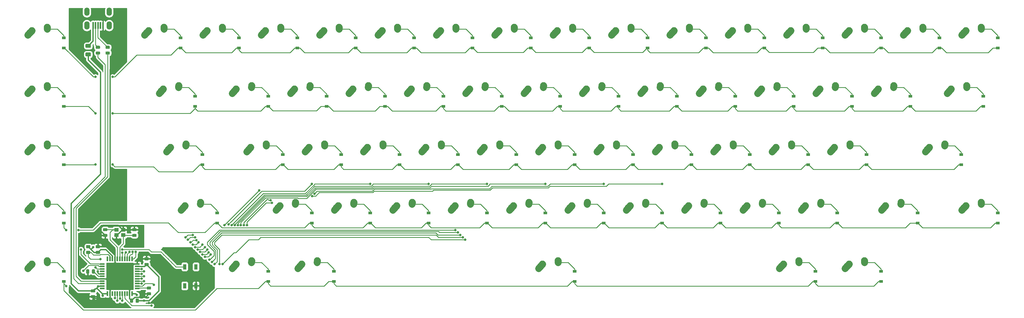
<source format=gbl>
G04 #@! TF.GenerationSoftware,KiCad,Pcbnew,(5.1.0)-1*
G04 #@! TF.CreationDate,2019-03-28T15:14:48-04:00*
G04 #@! TF.ProjectId,pcb-project,7063622d-7072-46f6-9a65-63742e6b6963,rev?*
G04 #@! TF.SameCoordinates,Original*
G04 #@! TF.FileFunction,Copper,L2,Bot*
G04 #@! TF.FilePolarity,Positive*
%FSLAX46Y46*%
G04 Gerber Fmt 4.6, Leading zero omitted, Abs format (unit mm)*
G04 Created by KiCad (PCBNEW (5.1.0)-1) date 2019-03-28 15:14:48*
%MOMM*%
%LPD*%
G04 APERTURE LIST*
%ADD10R,1.400000X1.200000*%
%ADD11R,1.100000X1.800000*%
%ADD12C,2.250000*%
%ADD13C,2.250000*%
%ADD14C,0.020000*%
%ADD15C,0.975000*%
%ADD16R,1.200000X0.900000*%
%ADD17C,1.250000*%
%ADD18R,1.500000X0.550000*%
%ADD19R,0.550000X1.500000*%
%ADD20R,0.500000X2.250000*%
%ADD21O,1.700000X2.700000*%
%ADD22C,0.800000*%
%ADD23C,0.381000*%
%ADD24C,0.254000*%
G04 APERTURE END LIST*
D10*
X63012500Y-119800000D03*
X60812500Y-119800000D03*
X60812500Y-121500000D03*
X63012500Y-121500000D03*
D11*
X86781250Y-131837500D03*
X83081250Y-138037500D03*
X83081250Y-131837500D03*
X86781250Y-138037500D03*
D12*
X83482500Y-92047500D03*
D13*
X83462500Y-92337500D02*
X83502500Y-91757500D01*
D12*
X83502500Y-91757500D03*
X77807501Y-93567500D03*
D13*
X77152500Y-94297500D02*
X78462502Y-92837500D01*
D12*
X78462500Y-92837500D03*
D14*
G36*
X67155142Y-119226174D02*
G01*
X67178803Y-119229684D01*
X67202007Y-119235496D01*
X67224529Y-119243554D01*
X67246153Y-119253782D01*
X67266670Y-119266079D01*
X67285883Y-119280329D01*
X67303607Y-119296393D01*
X67319671Y-119314117D01*
X67333921Y-119333330D01*
X67346218Y-119353847D01*
X67356446Y-119375471D01*
X67364504Y-119397993D01*
X67370316Y-119421197D01*
X67373826Y-119444858D01*
X67375000Y-119468750D01*
X67375000Y-119956250D01*
X67373826Y-119980142D01*
X67370316Y-120003803D01*
X67364504Y-120027007D01*
X67356446Y-120049529D01*
X67346218Y-120071153D01*
X67333921Y-120091670D01*
X67319671Y-120110883D01*
X67303607Y-120128607D01*
X67285883Y-120144671D01*
X67266670Y-120158921D01*
X67246153Y-120171218D01*
X67224529Y-120181446D01*
X67202007Y-120189504D01*
X67178803Y-120195316D01*
X67155142Y-120198826D01*
X67131250Y-120200000D01*
X66218750Y-120200000D01*
X66194858Y-120198826D01*
X66171197Y-120195316D01*
X66147993Y-120189504D01*
X66125471Y-120181446D01*
X66103847Y-120171218D01*
X66083330Y-120158921D01*
X66064117Y-120144671D01*
X66046393Y-120128607D01*
X66030329Y-120110883D01*
X66016079Y-120091670D01*
X66003782Y-120071153D01*
X65993554Y-120049529D01*
X65985496Y-120027007D01*
X65979684Y-120003803D01*
X65976174Y-119980142D01*
X65975000Y-119956250D01*
X65975000Y-119468750D01*
X65976174Y-119444858D01*
X65979684Y-119421197D01*
X65985496Y-119397993D01*
X65993554Y-119375471D01*
X66003782Y-119353847D01*
X66016079Y-119333330D01*
X66030329Y-119314117D01*
X66046393Y-119296393D01*
X66064117Y-119280329D01*
X66083330Y-119266079D01*
X66103847Y-119253782D01*
X66125471Y-119243554D01*
X66147993Y-119235496D01*
X66171197Y-119229684D01*
X66194858Y-119226174D01*
X66218750Y-119225000D01*
X67131250Y-119225000D01*
X67155142Y-119226174D01*
X67155142Y-119226174D01*
G37*
D15*
X66675000Y-119712500D03*
D14*
G36*
X67155142Y-121101174D02*
G01*
X67178803Y-121104684D01*
X67202007Y-121110496D01*
X67224529Y-121118554D01*
X67246153Y-121128782D01*
X67266670Y-121141079D01*
X67285883Y-121155329D01*
X67303607Y-121171393D01*
X67319671Y-121189117D01*
X67333921Y-121208330D01*
X67346218Y-121228847D01*
X67356446Y-121250471D01*
X67364504Y-121272993D01*
X67370316Y-121296197D01*
X67373826Y-121319858D01*
X67375000Y-121343750D01*
X67375000Y-121831250D01*
X67373826Y-121855142D01*
X67370316Y-121878803D01*
X67364504Y-121902007D01*
X67356446Y-121924529D01*
X67346218Y-121946153D01*
X67333921Y-121966670D01*
X67319671Y-121985883D01*
X67303607Y-122003607D01*
X67285883Y-122019671D01*
X67266670Y-122033921D01*
X67246153Y-122046218D01*
X67224529Y-122056446D01*
X67202007Y-122064504D01*
X67178803Y-122070316D01*
X67155142Y-122073826D01*
X67131250Y-122075000D01*
X66218750Y-122075000D01*
X66194858Y-122073826D01*
X66171197Y-122070316D01*
X66147993Y-122064504D01*
X66125471Y-122056446D01*
X66103847Y-122046218D01*
X66083330Y-122033921D01*
X66064117Y-122019671D01*
X66046393Y-122003607D01*
X66030329Y-121985883D01*
X66016079Y-121966670D01*
X66003782Y-121946153D01*
X65993554Y-121924529D01*
X65985496Y-121902007D01*
X65979684Y-121878803D01*
X65976174Y-121855142D01*
X65975000Y-121831250D01*
X65975000Y-121343750D01*
X65976174Y-121319858D01*
X65979684Y-121296197D01*
X65985496Y-121272993D01*
X65993554Y-121250471D01*
X66003782Y-121228847D01*
X66016079Y-121208330D01*
X66030329Y-121189117D01*
X66046393Y-121171393D01*
X66064117Y-121155329D01*
X66083330Y-121141079D01*
X66103847Y-121128782D01*
X66125471Y-121118554D01*
X66147993Y-121110496D01*
X66171197Y-121104684D01*
X66194858Y-121101174D01*
X66218750Y-121100000D01*
X67131250Y-121100000D01*
X67155142Y-121101174D01*
X67155142Y-121101174D01*
G37*
D15*
X66675000Y-121587500D03*
D14*
G36*
X57630142Y-119226174D02*
G01*
X57653803Y-119229684D01*
X57677007Y-119235496D01*
X57699529Y-119243554D01*
X57721153Y-119253782D01*
X57741670Y-119266079D01*
X57760883Y-119280329D01*
X57778607Y-119296393D01*
X57794671Y-119314117D01*
X57808921Y-119333330D01*
X57821218Y-119353847D01*
X57831446Y-119375471D01*
X57839504Y-119397993D01*
X57845316Y-119421197D01*
X57848826Y-119444858D01*
X57850000Y-119468750D01*
X57850000Y-119956250D01*
X57848826Y-119980142D01*
X57845316Y-120003803D01*
X57839504Y-120027007D01*
X57831446Y-120049529D01*
X57821218Y-120071153D01*
X57808921Y-120091670D01*
X57794671Y-120110883D01*
X57778607Y-120128607D01*
X57760883Y-120144671D01*
X57741670Y-120158921D01*
X57721153Y-120171218D01*
X57699529Y-120181446D01*
X57677007Y-120189504D01*
X57653803Y-120195316D01*
X57630142Y-120198826D01*
X57606250Y-120200000D01*
X56693750Y-120200000D01*
X56669858Y-120198826D01*
X56646197Y-120195316D01*
X56622993Y-120189504D01*
X56600471Y-120181446D01*
X56578847Y-120171218D01*
X56558330Y-120158921D01*
X56539117Y-120144671D01*
X56521393Y-120128607D01*
X56505329Y-120110883D01*
X56491079Y-120091670D01*
X56478782Y-120071153D01*
X56468554Y-120049529D01*
X56460496Y-120027007D01*
X56454684Y-120003803D01*
X56451174Y-119980142D01*
X56450000Y-119956250D01*
X56450000Y-119468750D01*
X56451174Y-119444858D01*
X56454684Y-119421197D01*
X56460496Y-119397993D01*
X56468554Y-119375471D01*
X56478782Y-119353847D01*
X56491079Y-119333330D01*
X56505329Y-119314117D01*
X56521393Y-119296393D01*
X56539117Y-119280329D01*
X56558330Y-119266079D01*
X56578847Y-119253782D01*
X56600471Y-119243554D01*
X56622993Y-119235496D01*
X56646197Y-119229684D01*
X56669858Y-119226174D01*
X56693750Y-119225000D01*
X57606250Y-119225000D01*
X57630142Y-119226174D01*
X57630142Y-119226174D01*
G37*
D15*
X57150000Y-119712500D03*
D14*
G36*
X57630142Y-121101174D02*
G01*
X57653803Y-121104684D01*
X57677007Y-121110496D01*
X57699529Y-121118554D01*
X57721153Y-121128782D01*
X57741670Y-121141079D01*
X57760883Y-121155329D01*
X57778607Y-121171393D01*
X57794671Y-121189117D01*
X57808921Y-121208330D01*
X57821218Y-121228847D01*
X57831446Y-121250471D01*
X57839504Y-121272993D01*
X57845316Y-121296197D01*
X57848826Y-121319858D01*
X57850000Y-121343750D01*
X57850000Y-121831250D01*
X57848826Y-121855142D01*
X57845316Y-121878803D01*
X57839504Y-121902007D01*
X57831446Y-121924529D01*
X57821218Y-121946153D01*
X57808921Y-121966670D01*
X57794671Y-121985883D01*
X57778607Y-122003607D01*
X57760883Y-122019671D01*
X57741670Y-122033921D01*
X57721153Y-122046218D01*
X57699529Y-122056446D01*
X57677007Y-122064504D01*
X57653803Y-122070316D01*
X57630142Y-122073826D01*
X57606250Y-122075000D01*
X56693750Y-122075000D01*
X56669858Y-122073826D01*
X56646197Y-122070316D01*
X56622993Y-122064504D01*
X56600471Y-122056446D01*
X56578847Y-122046218D01*
X56558330Y-122033921D01*
X56539117Y-122019671D01*
X56521393Y-122003607D01*
X56505329Y-121985883D01*
X56491079Y-121966670D01*
X56478782Y-121946153D01*
X56468554Y-121924529D01*
X56460496Y-121902007D01*
X56454684Y-121878803D01*
X56451174Y-121855142D01*
X56450000Y-121831250D01*
X56450000Y-121343750D01*
X56451174Y-121319858D01*
X56454684Y-121296197D01*
X56460496Y-121272993D01*
X56468554Y-121250471D01*
X56478782Y-121228847D01*
X56491079Y-121208330D01*
X56505329Y-121189117D01*
X56521393Y-121171393D01*
X56539117Y-121155329D01*
X56558330Y-121141079D01*
X56578847Y-121128782D01*
X56600471Y-121118554D01*
X56622993Y-121110496D01*
X56646197Y-121104684D01*
X56669858Y-121101174D01*
X56693750Y-121100000D01*
X57606250Y-121100000D01*
X57630142Y-121101174D01*
X57630142Y-121101174D01*
G37*
D15*
X57150000Y-121587500D03*
D14*
G36*
X51717642Y-132651174D02*
G01*
X51741303Y-132654684D01*
X51764507Y-132660496D01*
X51787029Y-132668554D01*
X51808653Y-132678782D01*
X51829170Y-132691079D01*
X51848383Y-132705329D01*
X51866107Y-132721393D01*
X51882171Y-132739117D01*
X51896421Y-132758330D01*
X51908718Y-132778847D01*
X51918946Y-132800471D01*
X51927004Y-132822993D01*
X51932816Y-132846197D01*
X51936326Y-132869858D01*
X51937500Y-132893750D01*
X51937500Y-133806250D01*
X51936326Y-133830142D01*
X51932816Y-133853803D01*
X51927004Y-133877007D01*
X51918946Y-133899529D01*
X51908718Y-133921153D01*
X51896421Y-133941670D01*
X51882171Y-133960883D01*
X51866107Y-133978607D01*
X51848383Y-133994671D01*
X51829170Y-134008921D01*
X51808653Y-134021218D01*
X51787029Y-134031446D01*
X51764507Y-134039504D01*
X51741303Y-134045316D01*
X51717642Y-134048826D01*
X51693750Y-134050000D01*
X51206250Y-134050000D01*
X51182358Y-134048826D01*
X51158697Y-134045316D01*
X51135493Y-134039504D01*
X51112971Y-134031446D01*
X51091347Y-134021218D01*
X51070830Y-134008921D01*
X51051617Y-133994671D01*
X51033893Y-133978607D01*
X51017829Y-133960883D01*
X51003579Y-133941670D01*
X50991282Y-133921153D01*
X50981054Y-133899529D01*
X50972996Y-133877007D01*
X50967184Y-133853803D01*
X50963674Y-133830142D01*
X50962500Y-133806250D01*
X50962500Y-132893750D01*
X50963674Y-132869858D01*
X50967184Y-132846197D01*
X50972996Y-132822993D01*
X50981054Y-132800471D01*
X50991282Y-132778847D01*
X51003579Y-132758330D01*
X51017829Y-132739117D01*
X51033893Y-132721393D01*
X51051617Y-132705329D01*
X51070830Y-132691079D01*
X51091347Y-132678782D01*
X51112971Y-132668554D01*
X51135493Y-132660496D01*
X51158697Y-132654684D01*
X51182358Y-132651174D01*
X51206250Y-132650000D01*
X51693750Y-132650000D01*
X51717642Y-132651174D01*
X51717642Y-132651174D01*
G37*
D15*
X51450000Y-133350000D03*
D14*
G36*
X53592642Y-132651174D02*
G01*
X53616303Y-132654684D01*
X53639507Y-132660496D01*
X53662029Y-132668554D01*
X53683653Y-132678782D01*
X53704170Y-132691079D01*
X53723383Y-132705329D01*
X53741107Y-132721393D01*
X53757171Y-132739117D01*
X53771421Y-132758330D01*
X53783718Y-132778847D01*
X53793946Y-132800471D01*
X53802004Y-132822993D01*
X53807816Y-132846197D01*
X53811326Y-132869858D01*
X53812500Y-132893750D01*
X53812500Y-133806250D01*
X53811326Y-133830142D01*
X53807816Y-133853803D01*
X53802004Y-133877007D01*
X53793946Y-133899529D01*
X53783718Y-133921153D01*
X53771421Y-133941670D01*
X53757171Y-133960883D01*
X53741107Y-133978607D01*
X53723383Y-133994671D01*
X53704170Y-134008921D01*
X53683653Y-134021218D01*
X53662029Y-134031446D01*
X53639507Y-134039504D01*
X53616303Y-134045316D01*
X53592642Y-134048826D01*
X53568750Y-134050000D01*
X53081250Y-134050000D01*
X53057358Y-134048826D01*
X53033697Y-134045316D01*
X53010493Y-134039504D01*
X52987971Y-134031446D01*
X52966347Y-134021218D01*
X52945830Y-134008921D01*
X52926617Y-133994671D01*
X52908893Y-133978607D01*
X52892829Y-133960883D01*
X52878579Y-133941670D01*
X52866282Y-133921153D01*
X52856054Y-133899529D01*
X52847996Y-133877007D01*
X52842184Y-133853803D01*
X52838674Y-133830142D01*
X52837500Y-133806250D01*
X52837500Y-132893750D01*
X52838674Y-132869858D01*
X52842184Y-132846197D01*
X52847996Y-132822993D01*
X52856054Y-132800471D01*
X52866282Y-132778847D01*
X52878579Y-132758330D01*
X52892829Y-132739117D01*
X52908893Y-132721393D01*
X52926617Y-132705329D01*
X52945830Y-132691079D01*
X52966347Y-132678782D01*
X52987971Y-132668554D01*
X53010493Y-132660496D01*
X53033697Y-132654684D01*
X53057358Y-132651174D01*
X53081250Y-132650000D01*
X53568750Y-132650000D01*
X53592642Y-132651174D01*
X53592642Y-132651174D01*
G37*
D15*
X53325000Y-133350000D03*
D14*
G36*
X55248892Y-126657424D02*
G01*
X55272553Y-126660934D01*
X55295757Y-126666746D01*
X55318279Y-126674804D01*
X55339903Y-126685032D01*
X55360420Y-126697329D01*
X55379633Y-126711579D01*
X55397357Y-126727643D01*
X55413421Y-126745367D01*
X55427671Y-126764580D01*
X55439968Y-126785097D01*
X55450196Y-126806721D01*
X55458254Y-126829243D01*
X55464066Y-126852447D01*
X55467576Y-126876108D01*
X55468750Y-126900000D01*
X55468750Y-127387500D01*
X55467576Y-127411392D01*
X55464066Y-127435053D01*
X55458254Y-127458257D01*
X55450196Y-127480779D01*
X55439968Y-127502403D01*
X55427671Y-127522920D01*
X55413421Y-127542133D01*
X55397357Y-127559857D01*
X55379633Y-127575921D01*
X55360420Y-127590171D01*
X55339903Y-127602468D01*
X55318279Y-127612696D01*
X55295757Y-127620754D01*
X55272553Y-127626566D01*
X55248892Y-127630076D01*
X55225000Y-127631250D01*
X54312500Y-127631250D01*
X54288608Y-127630076D01*
X54264947Y-127626566D01*
X54241743Y-127620754D01*
X54219221Y-127612696D01*
X54197597Y-127602468D01*
X54177080Y-127590171D01*
X54157867Y-127575921D01*
X54140143Y-127559857D01*
X54124079Y-127542133D01*
X54109829Y-127522920D01*
X54097532Y-127502403D01*
X54087304Y-127480779D01*
X54079246Y-127458257D01*
X54073434Y-127435053D01*
X54069924Y-127411392D01*
X54068750Y-127387500D01*
X54068750Y-126900000D01*
X54069924Y-126876108D01*
X54073434Y-126852447D01*
X54079246Y-126829243D01*
X54087304Y-126806721D01*
X54097532Y-126785097D01*
X54109829Y-126764580D01*
X54124079Y-126745367D01*
X54140143Y-126727643D01*
X54157867Y-126711579D01*
X54177080Y-126697329D01*
X54197597Y-126685032D01*
X54219221Y-126674804D01*
X54241743Y-126666746D01*
X54264947Y-126660934D01*
X54288608Y-126657424D01*
X54312500Y-126656250D01*
X55225000Y-126656250D01*
X55248892Y-126657424D01*
X55248892Y-126657424D01*
G37*
D15*
X54768750Y-127143750D03*
D14*
G36*
X55248892Y-124782424D02*
G01*
X55272553Y-124785934D01*
X55295757Y-124791746D01*
X55318279Y-124799804D01*
X55339903Y-124810032D01*
X55360420Y-124822329D01*
X55379633Y-124836579D01*
X55397357Y-124852643D01*
X55413421Y-124870367D01*
X55427671Y-124889580D01*
X55439968Y-124910097D01*
X55450196Y-124931721D01*
X55458254Y-124954243D01*
X55464066Y-124977447D01*
X55467576Y-125001108D01*
X55468750Y-125025000D01*
X55468750Y-125512500D01*
X55467576Y-125536392D01*
X55464066Y-125560053D01*
X55458254Y-125583257D01*
X55450196Y-125605779D01*
X55439968Y-125627403D01*
X55427671Y-125647920D01*
X55413421Y-125667133D01*
X55397357Y-125684857D01*
X55379633Y-125700921D01*
X55360420Y-125715171D01*
X55339903Y-125727468D01*
X55318279Y-125737696D01*
X55295757Y-125745754D01*
X55272553Y-125751566D01*
X55248892Y-125755076D01*
X55225000Y-125756250D01*
X54312500Y-125756250D01*
X54288608Y-125755076D01*
X54264947Y-125751566D01*
X54241743Y-125745754D01*
X54219221Y-125737696D01*
X54197597Y-125727468D01*
X54177080Y-125715171D01*
X54157867Y-125700921D01*
X54140143Y-125684857D01*
X54124079Y-125667133D01*
X54109829Y-125647920D01*
X54097532Y-125627403D01*
X54087304Y-125605779D01*
X54079246Y-125583257D01*
X54073434Y-125560053D01*
X54069924Y-125536392D01*
X54068750Y-125512500D01*
X54068750Y-125025000D01*
X54069924Y-125001108D01*
X54073434Y-124977447D01*
X54079246Y-124954243D01*
X54087304Y-124931721D01*
X54097532Y-124910097D01*
X54109829Y-124889580D01*
X54124079Y-124870367D01*
X54140143Y-124852643D01*
X54157867Y-124836579D01*
X54177080Y-124822329D01*
X54197597Y-124810032D01*
X54219221Y-124799804D01*
X54241743Y-124791746D01*
X54264947Y-124785934D01*
X54288608Y-124782424D01*
X54312500Y-124781250D01*
X55225000Y-124781250D01*
X55248892Y-124782424D01*
X55248892Y-124782424D01*
G37*
D15*
X54768750Y-125268750D03*
D14*
G36*
X71123892Y-128751174D02*
G01*
X71147553Y-128754684D01*
X71170757Y-128760496D01*
X71193279Y-128768554D01*
X71214903Y-128778782D01*
X71235420Y-128791079D01*
X71254633Y-128805329D01*
X71272357Y-128821393D01*
X71288421Y-128839117D01*
X71302671Y-128858330D01*
X71314968Y-128878847D01*
X71325196Y-128900471D01*
X71333254Y-128922993D01*
X71339066Y-128946197D01*
X71342576Y-128969858D01*
X71343750Y-128993750D01*
X71343750Y-129481250D01*
X71342576Y-129505142D01*
X71339066Y-129528803D01*
X71333254Y-129552007D01*
X71325196Y-129574529D01*
X71314968Y-129596153D01*
X71302671Y-129616670D01*
X71288421Y-129635883D01*
X71272357Y-129653607D01*
X71254633Y-129669671D01*
X71235420Y-129683921D01*
X71214903Y-129696218D01*
X71193279Y-129706446D01*
X71170757Y-129714504D01*
X71147553Y-129720316D01*
X71123892Y-129723826D01*
X71100000Y-129725000D01*
X70187500Y-129725000D01*
X70163608Y-129723826D01*
X70139947Y-129720316D01*
X70116743Y-129714504D01*
X70094221Y-129706446D01*
X70072597Y-129696218D01*
X70052080Y-129683921D01*
X70032867Y-129669671D01*
X70015143Y-129653607D01*
X69999079Y-129635883D01*
X69984829Y-129616670D01*
X69972532Y-129596153D01*
X69962304Y-129574529D01*
X69954246Y-129552007D01*
X69948434Y-129528803D01*
X69944924Y-129505142D01*
X69943750Y-129481250D01*
X69943750Y-128993750D01*
X69944924Y-128969858D01*
X69948434Y-128946197D01*
X69954246Y-128922993D01*
X69962304Y-128900471D01*
X69972532Y-128878847D01*
X69984829Y-128858330D01*
X69999079Y-128839117D01*
X70015143Y-128821393D01*
X70032867Y-128805329D01*
X70052080Y-128791079D01*
X70072597Y-128778782D01*
X70094221Y-128768554D01*
X70116743Y-128760496D01*
X70139947Y-128754684D01*
X70163608Y-128751174D01*
X70187500Y-128750000D01*
X71100000Y-128750000D01*
X71123892Y-128751174D01*
X71123892Y-128751174D01*
G37*
D15*
X70643750Y-129237500D03*
D14*
G36*
X71123892Y-130626174D02*
G01*
X71147553Y-130629684D01*
X71170757Y-130635496D01*
X71193279Y-130643554D01*
X71214903Y-130653782D01*
X71235420Y-130666079D01*
X71254633Y-130680329D01*
X71272357Y-130696393D01*
X71288421Y-130714117D01*
X71302671Y-130733330D01*
X71314968Y-130753847D01*
X71325196Y-130775471D01*
X71333254Y-130797993D01*
X71339066Y-130821197D01*
X71342576Y-130844858D01*
X71343750Y-130868750D01*
X71343750Y-131356250D01*
X71342576Y-131380142D01*
X71339066Y-131403803D01*
X71333254Y-131427007D01*
X71325196Y-131449529D01*
X71314968Y-131471153D01*
X71302671Y-131491670D01*
X71288421Y-131510883D01*
X71272357Y-131528607D01*
X71254633Y-131544671D01*
X71235420Y-131558921D01*
X71214903Y-131571218D01*
X71193279Y-131581446D01*
X71170757Y-131589504D01*
X71147553Y-131595316D01*
X71123892Y-131598826D01*
X71100000Y-131600000D01*
X70187500Y-131600000D01*
X70163608Y-131598826D01*
X70139947Y-131595316D01*
X70116743Y-131589504D01*
X70094221Y-131581446D01*
X70072597Y-131571218D01*
X70052080Y-131558921D01*
X70032867Y-131544671D01*
X70015143Y-131528607D01*
X69999079Y-131510883D01*
X69984829Y-131491670D01*
X69972532Y-131471153D01*
X69962304Y-131449529D01*
X69954246Y-131427007D01*
X69948434Y-131403803D01*
X69944924Y-131380142D01*
X69943750Y-131356250D01*
X69943750Y-130868750D01*
X69944924Y-130844858D01*
X69948434Y-130821197D01*
X69954246Y-130797993D01*
X69962304Y-130775471D01*
X69972532Y-130753847D01*
X69984829Y-130733330D01*
X69999079Y-130714117D01*
X70015143Y-130696393D01*
X70032867Y-130680329D01*
X70052080Y-130666079D01*
X70072597Y-130653782D01*
X70094221Y-130643554D01*
X70116743Y-130635496D01*
X70139947Y-130629684D01*
X70163608Y-130626174D01*
X70187500Y-130625000D01*
X71100000Y-130625000D01*
X71123892Y-130626174D01*
X71123892Y-130626174D01*
G37*
D15*
X70643750Y-131112500D03*
D14*
G36*
X66005142Y-142176174D02*
G01*
X66028803Y-142179684D01*
X66052007Y-142185496D01*
X66074529Y-142193554D01*
X66096153Y-142203782D01*
X66116670Y-142216079D01*
X66135883Y-142230329D01*
X66153607Y-142246393D01*
X66169671Y-142264117D01*
X66183921Y-142283330D01*
X66196218Y-142303847D01*
X66206446Y-142325471D01*
X66214504Y-142347993D01*
X66220316Y-142371197D01*
X66223826Y-142394858D01*
X66225000Y-142418750D01*
X66225000Y-143331250D01*
X66223826Y-143355142D01*
X66220316Y-143378803D01*
X66214504Y-143402007D01*
X66206446Y-143424529D01*
X66196218Y-143446153D01*
X66183921Y-143466670D01*
X66169671Y-143485883D01*
X66153607Y-143503607D01*
X66135883Y-143519671D01*
X66116670Y-143533921D01*
X66096153Y-143546218D01*
X66074529Y-143556446D01*
X66052007Y-143564504D01*
X66028803Y-143570316D01*
X66005142Y-143573826D01*
X65981250Y-143575000D01*
X65493750Y-143575000D01*
X65469858Y-143573826D01*
X65446197Y-143570316D01*
X65422993Y-143564504D01*
X65400471Y-143556446D01*
X65378847Y-143546218D01*
X65358330Y-143533921D01*
X65339117Y-143519671D01*
X65321393Y-143503607D01*
X65305329Y-143485883D01*
X65291079Y-143466670D01*
X65278782Y-143446153D01*
X65268554Y-143424529D01*
X65260496Y-143402007D01*
X65254684Y-143378803D01*
X65251174Y-143355142D01*
X65250000Y-143331250D01*
X65250000Y-142418750D01*
X65251174Y-142394858D01*
X65254684Y-142371197D01*
X65260496Y-142347993D01*
X65268554Y-142325471D01*
X65278782Y-142303847D01*
X65291079Y-142283330D01*
X65305329Y-142264117D01*
X65321393Y-142246393D01*
X65339117Y-142230329D01*
X65358330Y-142216079D01*
X65378847Y-142203782D01*
X65400471Y-142193554D01*
X65422993Y-142185496D01*
X65446197Y-142179684D01*
X65469858Y-142176174D01*
X65493750Y-142175000D01*
X65981250Y-142175000D01*
X66005142Y-142176174D01*
X66005142Y-142176174D01*
G37*
D15*
X65737500Y-142875000D03*
D14*
G36*
X67880142Y-142176174D02*
G01*
X67903803Y-142179684D01*
X67927007Y-142185496D01*
X67949529Y-142193554D01*
X67971153Y-142203782D01*
X67991670Y-142216079D01*
X68010883Y-142230329D01*
X68028607Y-142246393D01*
X68044671Y-142264117D01*
X68058921Y-142283330D01*
X68071218Y-142303847D01*
X68081446Y-142325471D01*
X68089504Y-142347993D01*
X68095316Y-142371197D01*
X68098826Y-142394858D01*
X68100000Y-142418750D01*
X68100000Y-143331250D01*
X68098826Y-143355142D01*
X68095316Y-143378803D01*
X68089504Y-143402007D01*
X68081446Y-143424529D01*
X68071218Y-143446153D01*
X68058921Y-143466670D01*
X68044671Y-143485883D01*
X68028607Y-143503607D01*
X68010883Y-143519671D01*
X67991670Y-143533921D01*
X67971153Y-143546218D01*
X67949529Y-143556446D01*
X67927007Y-143564504D01*
X67903803Y-143570316D01*
X67880142Y-143573826D01*
X67856250Y-143575000D01*
X67368750Y-143575000D01*
X67344858Y-143573826D01*
X67321197Y-143570316D01*
X67297993Y-143564504D01*
X67275471Y-143556446D01*
X67253847Y-143546218D01*
X67233330Y-143533921D01*
X67214117Y-143519671D01*
X67196393Y-143503607D01*
X67180329Y-143485883D01*
X67166079Y-143466670D01*
X67153782Y-143446153D01*
X67143554Y-143424529D01*
X67135496Y-143402007D01*
X67129684Y-143378803D01*
X67126174Y-143355142D01*
X67125000Y-143331250D01*
X67125000Y-142418750D01*
X67126174Y-142394858D01*
X67129684Y-142371197D01*
X67135496Y-142347993D01*
X67143554Y-142325471D01*
X67153782Y-142303847D01*
X67166079Y-142283330D01*
X67180329Y-142264117D01*
X67196393Y-142246393D01*
X67214117Y-142230329D01*
X67233330Y-142216079D01*
X67253847Y-142203782D01*
X67275471Y-142193554D01*
X67297993Y-142185496D01*
X67321197Y-142179684D01*
X67344858Y-142176174D01*
X67368750Y-142175000D01*
X67856250Y-142175000D01*
X67880142Y-142176174D01*
X67880142Y-142176174D01*
G37*
D15*
X67612500Y-142875000D03*
D14*
G36*
X53661392Y-141088674D02*
G01*
X53685053Y-141092184D01*
X53708257Y-141097996D01*
X53730779Y-141106054D01*
X53752403Y-141116282D01*
X53772920Y-141128579D01*
X53792133Y-141142829D01*
X53809857Y-141158893D01*
X53825921Y-141176617D01*
X53840171Y-141195830D01*
X53852468Y-141216347D01*
X53862696Y-141237971D01*
X53870754Y-141260493D01*
X53876566Y-141283697D01*
X53880076Y-141307358D01*
X53881250Y-141331250D01*
X53881250Y-141818750D01*
X53880076Y-141842642D01*
X53876566Y-141866303D01*
X53870754Y-141889507D01*
X53862696Y-141912029D01*
X53852468Y-141933653D01*
X53840171Y-141954170D01*
X53825921Y-141973383D01*
X53809857Y-141991107D01*
X53792133Y-142007171D01*
X53772920Y-142021421D01*
X53752403Y-142033718D01*
X53730779Y-142043946D01*
X53708257Y-142052004D01*
X53685053Y-142057816D01*
X53661392Y-142061326D01*
X53637500Y-142062500D01*
X52725000Y-142062500D01*
X52701108Y-142061326D01*
X52677447Y-142057816D01*
X52654243Y-142052004D01*
X52631721Y-142043946D01*
X52610097Y-142033718D01*
X52589580Y-142021421D01*
X52570367Y-142007171D01*
X52552643Y-141991107D01*
X52536579Y-141973383D01*
X52522329Y-141954170D01*
X52510032Y-141933653D01*
X52499804Y-141912029D01*
X52491746Y-141889507D01*
X52485934Y-141866303D01*
X52482424Y-141842642D01*
X52481250Y-141818750D01*
X52481250Y-141331250D01*
X52482424Y-141307358D01*
X52485934Y-141283697D01*
X52491746Y-141260493D01*
X52499804Y-141237971D01*
X52510032Y-141216347D01*
X52522329Y-141195830D01*
X52536579Y-141176617D01*
X52552643Y-141158893D01*
X52570367Y-141142829D01*
X52589580Y-141128579D01*
X52610097Y-141116282D01*
X52631721Y-141106054D01*
X52654243Y-141097996D01*
X52677447Y-141092184D01*
X52701108Y-141088674D01*
X52725000Y-141087500D01*
X53637500Y-141087500D01*
X53661392Y-141088674D01*
X53661392Y-141088674D01*
G37*
D15*
X53181250Y-141575000D03*
D14*
G36*
X53661392Y-139213674D02*
G01*
X53685053Y-139217184D01*
X53708257Y-139222996D01*
X53730779Y-139231054D01*
X53752403Y-139241282D01*
X53772920Y-139253579D01*
X53792133Y-139267829D01*
X53809857Y-139283893D01*
X53825921Y-139301617D01*
X53840171Y-139320830D01*
X53852468Y-139341347D01*
X53862696Y-139362971D01*
X53870754Y-139385493D01*
X53876566Y-139408697D01*
X53880076Y-139432358D01*
X53881250Y-139456250D01*
X53881250Y-139943750D01*
X53880076Y-139967642D01*
X53876566Y-139991303D01*
X53870754Y-140014507D01*
X53862696Y-140037029D01*
X53852468Y-140058653D01*
X53840171Y-140079170D01*
X53825921Y-140098383D01*
X53809857Y-140116107D01*
X53792133Y-140132171D01*
X53772920Y-140146421D01*
X53752403Y-140158718D01*
X53730779Y-140168946D01*
X53708257Y-140177004D01*
X53685053Y-140182816D01*
X53661392Y-140186326D01*
X53637500Y-140187500D01*
X52725000Y-140187500D01*
X52701108Y-140186326D01*
X52677447Y-140182816D01*
X52654243Y-140177004D01*
X52631721Y-140168946D01*
X52610097Y-140158718D01*
X52589580Y-140146421D01*
X52570367Y-140132171D01*
X52552643Y-140116107D01*
X52536579Y-140098383D01*
X52522329Y-140079170D01*
X52510032Y-140058653D01*
X52499804Y-140037029D01*
X52491746Y-140014507D01*
X52485934Y-139991303D01*
X52482424Y-139967642D01*
X52481250Y-139943750D01*
X52481250Y-139456250D01*
X52482424Y-139432358D01*
X52485934Y-139408697D01*
X52491746Y-139385493D01*
X52499804Y-139362971D01*
X52510032Y-139341347D01*
X52522329Y-139320830D01*
X52536579Y-139301617D01*
X52552643Y-139283893D01*
X52570367Y-139267829D01*
X52589580Y-139253579D01*
X52610097Y-139241282D01*
X52631721Y-139231054D01*
X52654243Y-139222996D01*
X52677447Y-139217184D01*
X52701108Y-139213674D01*
X52725000Y-139212500D01*
X53637500Y-139212500D01*
X53661392Y-139213674D01*
X53661392Y-139213674D01*
G37*
D15*
X53181250Y-139700000D03*
D16*
X272256250Y-60387500D03*
X272256250Y-57087500D03*
X100806250Y-60387500D03*
X100806250Y-57087500D03*
X119856250Y-60387500D03*
X119856250Y-57087500D03*
X138906250Y-60387500D03*
X138906250Y-57087500D03*
X157956250Y-60387500D03*
X157956250Y-57087500D03*
X177006250Y-60387500D03*
X177006250Y-57087500D03*
X196056250Y-57087500D03*
X196056250Y-60387500D03*
X215106250Y-60387500D03*
X215106250Y-57087500D03*
X234156250Y-57087500D03*
X234156250Y-60387500D03*
X253206250Y-57087500D03*
X253206250Y-60387500D03*
X210343750Y-133287500D03*
X210343750Y-136587500D03*
X300831250Y-79437500D03*
X300831250Y-76137500D03*
X319881250Y-76137500D03*
X319881250Y-79437500D03*
X348456250Y-57087500D03*
X348456250Y-60387500D03*
X81756250Y-60387500D03*
X81756250Y-57087500D03*
X115093750Y-95187500D03*
X115093750Y-98487500D03*
X288925000Y-136587500D03*
X288925000Y-133287500D03*
X131762500Y-136587500D03*
X131762500Y-133287500D03*
X200818750Y-117537500D03*
X200818750Y-114237500D03*
X343693750Y-79437500D03*
X343693750Y-76137500D03*
X329406250Y-60387500D03*
X329406250Y-57087500D03*
X162718750Y-117537500D03*
X162718750Y-114237500D03*
X88900000Y-98487500D03*
X88900000Y-95187500D03*
X257968750Y-114237500D03*
X257968750Y-117537500D03*
X153200001Y-95187500D03*
X153200001Y-98487500D03*
X277018750Y-114237500D03*
X277018750Y-117537500D03*
X148431250Y-79437500D03*
X148431250Y-76137500D03*
X336550000Y-98487500D03*
X336550000Y-95187500D03*
X310356250Y-57087500D03*
X310356250Y-60387500D03*
X43656250Y-60387500D03*
X43656250Y-57087500D03*
X43656250Y-76137500D03*
X43656250Y-79437500D03*
X43656250Y-95187500D03*
X43656250Y-98487500D03*
X43656250Y-114237500D03*
X43656250Y-117537500D03*
X43656250Y-136587500D03*
X43656250Y-133287500D03*
X172243750Y-98487500D03*
X172243750Y-95187500D03*
X348456250Y-114237500D03*
X348456250Y-117537500D03*
X191293750Y-95187500D03*
X191293750Y-98487500D03*
X210343750Y-98487500D03*
X210343750Y-95187500D03*
X243681250Y-76137500D03*
X243681250Y-79437500D03*
X229393750Y-95187500D03*
X229393750Y-98487500D03*
X248443750Y-98487500D03*
X248443750Y-95187500D03*
X267493750Y-95187500D03*
X267493750Y-98487500D03*
X238918750Y-117537500D03*
X238918750Y-114237500D03*
X291306250Y-60387500D03*
X291306250Y-57087500D03*
X219868750Y-114237500D03*
X219868750Y-117537500D03*
X262731250Y-79437500D03*
X262731250Y-76137500D03*
X281781250Y-76137500D03*
X281781250Y-79437500D03*
X110331250Y-76137500D03*
X110331250Y-79437500D03*
X305593750Y-95187500D03*
X305593750Y-98487500D03*
X167481250Y-79437500D03*
X167481250Y-76137500D03*
X134143750Y-98487500D03*
X134143750Y-95187500D03*
X286543750Y-98487500D03*
X286543750Y-95187500D03*
X322262500Y-117537500D03*
X322262500Y-114237500D03*
X93662500Y-114237500D03*
X93662500Y-117537500D03*
X296068750Y-114237500D03*
X296068750Y-117537500D03*
X186531250Y-76137500D03*
X186531250Y-79437500D03*
X86518750Y-76137500D03*
X86518750Y-79437500D03*
X224631250Y-79437500D03*
X224631250Y-76137500D03*
X181768750Y-114237500D03*
X181768750Y-117537500D03*
X129381250Y-76137500D03*
X129381250Y-79437500D03*
X310356250Y-133287500D03*
X310356250Y-136587500D03*
X110331250Y-133287500D03*
X110331250Y-136587500D03*
X143668750Y-114237500D03*
X143668750Y-117537500D03*
X205581250Y-76137500D03*
X205581250Y-79437500D03*
X124618750Y-117537500D03*
X124618750Y-114237500D03*
D14*
G36*
X52243254Y-61894954D02*
G01*
X52267523Y-61898554D01*
X52291321Y-61904515D01*
X52314421Y-61912780D01*
X52336599Y-61923270D01*
X52357643Y-61935883D01*
X52377348Y-61950497D01*
X52395527Y-61966973D01*
X52412003Y-61985152D01*
X52426617Y-62004857D01*
X52439230Y-62025901D01*
X52449720Y-62048079D01*
X52457985Y-62071179D01*
X52463946Y-62094977D01*
X52467546Y-62119246D01*
X52468750Y-62143750D01*
X52468750Y-62893750D01*
X52467546Y-62918254D01*
X52463946Y-62942523D01*
X52457985Y-62966321D01*
X52449720Y-62989421D01*
X52439230Y-63011599D01*
X52426617Y-63032643D01*
X52412003Y-63052348D01*
X52395527Y-63070527D01*
X52377348Y-63087003D01*
X52357643Y-63101617D01*
X52336599Y-63114230D01*
X52314421Y-63124720D01*
X52291321Y-63132985D01*
X52267523Y-63138946D01*
X52243254Y-63142546D01*
X52218750Y-63143750D01*
X50968750Y-63143750D01*
X50944246Y-63142546D01*
X50919977Y-63138946D01*
X50896179Y-63132985D01*
X50873079Y-63124720D01*
X50850901Y-63114230D01*
X50829857Y-63101617D01*
X50810152Y-63087003D01*
X50791973Y-63070527D01*
X50775497Y-63052348D01*
X50760883Y-63032643D01*
X50748270Y-63011599D01*
X50737780Y-62989421D01*
X50729515Y-62966321D01*
X50723554Y-62942523D01*
X50719954Y-62918254D01*
X50718750Y-62893750D01*
X50718750Y-62143750D01*
X50719954Y-62119246D01*
X50723554Y-62094977D01*
X50729515Y-62071179D01*
X50737780Y-62048079D01*
X50748270Y-62025901D01*
X50760883Y-62004857D01*
X50775497Y-61985152D01*
X50791973Y-61966973D01*
X50810152Y-61950497D01*
X50829857Y-61935883D01*
X50850901Y-61923270D01*
X50873079Y-61912780D01*
X50896179Y-61904515D01*
X50919977Y-61898554D01*
X50944246Y-61894954D01*
X50968750Y-61893750D01*
X52218750Y-61893750D01*
X52243254Y-61894954D01*
X52243254Y-61894954D01*
G37*
D17*
X51593750Y-62518750D03*
D14*
G36*
X52243254Y-59094954D02*
G01*
X52267523Y-59098554D01*
X52291321Y-59104515D01*
X52314421Y-59112780D01*
X52336599Y-59123270D01*
X52357643Y-59135883D01*
X52377348Y-59150497D01*
X52395527Y-59166973D01*
X52412003Y-59185152D01*
X52426617Y-59204857D01*
X52439230Y-59225901D01*
X52449720Y-59248079D01*
X52457985Y-59271179D01*
X52463946Y-59294977D01*
X52467546Y-59319246D01*
X52468750Y-59343750D01*
X52468750Y-60093750D01*
X52467546Y-60118254D01*
X52463946Y-60142523D01*
X52457985Y-60166321D01*
X52449720Y-60189421D01*
X52439230Y-60211599D01*
X52426617Y-60232643D01*
X52412003Y-60252348D01*
X52395527Y-60270527D01*
X52377348Y-60287003D01*
X52357643Y-60301617D01*
X52336599Y-60314230D01*
X52314421Y-60324720D01*
X52291321Y-60332985D01*
X52267523Y-60338946D01*
X52243254Y-60342546D01*
X52218750Y-60343750D01*
X50968750Y-60343750D01*
X50944246Y-60342546D01*
X50919977Y-60338946D01*
X50896179Y-60332985D01*
X50873079Y-60324720D01*
X50850901Y-60314230D01*
X50829857Y-60301617D01*
X50810152Y-60287003D01*
X50791973Y-60270527D01*
X50775497Y-60252348D01*
X50760883Y-60232643D01*
X50748270Y-60211599D01*
X50737780Y-60189421D01*
X50729515Y-60166321D01*
X50723554Y-60142523D01*
X50719954Y-60118254D01*
X50718750Y-60093750D01*
X50718750Y-59343750D01*
X50719954Y-59319246D01*
X50723554Y-59294977D01*
X50729515Y-59271179D01*
X50737780Y-59248079D01*
X50748270Y-59225901D01*
X50760883Y-59204857D01*
X50775497Y-59185152D01*
X50791973Y-59166973D01*
X50810152Y-59150497D01*
X50829857Y-59135883D01*
X50850901Y-59123270D01*
X50873079Y-59112780D01*
X50896179Y-59104515D01*
X50919977Y-59098554D01*
X50944246Y-59094954D01*
X50968750Y-59093750D01*
X52218750Y-59093750D01*
X52243254Y-59094954D01*
X52243254Y-59094954D01*
G37*
D17*
X51593750Y-59718750D03*
D12*
X261818750Y-54737500D03*
X261163751Y-55467500D03*
D13*
X260508750Y-56197500D02*
X261818752Y-54737500D01*
D12*
X266858750Y-53657500D03*
X266838750Y-53947500D03*
D13*
X266818750Y-54237500D02*
X266858750Y-53657500D01*
D12*
X90368750Y-54737500D03*
X89713751Y-55467500D03*
D13*
X89058750Y-56197500D02*
X90368752Y-54737500D01*
D12*
X95408750Y-53657500D03*
X95388750Y-53947500D03*
D13*
X95368750Y-54237500D02*
X95408750Y-53657500D01*
D12*
X109418750Y-54737500D03*
X108763751Y-55467500D03*
D13*
X108108750Y-56197500D02*
X109418752Y-54737500D01*
D12*
X114458750Y-53657500D03*
X114438750Y-53947500D03*
D13*
X114418750Y-54237500D02*
X114458750Y-53657500D01*
D12*
X133488750Y-53947500D03*
D13*
X133468750Y-54237500D02*
X133508750Y-53657500D01*
D12*
X133508750Y-53657500D03*
X127813751Y-55467500D03*
D13*
X127158750Y-56197500D02*
X128468752Y-54737500D01*
D12*
X128468750Y-54737500D03*
X152538750Y-53947500D03*
D13*
X152518750Y-54237500D02*
X152558750Y-53657500D01*
D12*
X152558750Y-53657500D03*
X146863751Y-55467500D03*
D13*
X146208750Y-56197500D02*
X147518752Y-54737500D01*
D12*
X147518750Y-54737500D03*
X171588750Y-53947500D03*
D13*
X171568750Y-54237500D02*
X171608750Y-53657500D01*
D12*
X171608750Y-53657500D03*
X165913751Y-55467500D03*
D13*
X165258750Y-56197500D02*
X166568752Y-54737500D01*
D12*
X166568750Y-54737500D03*
X190638750Y-53947500D03*
D13*
X190618750Y-54237500D02*
X190658750Y-53657500D01*
D12*
X190658750Y-53657500D03*
X184963751Y-55467500D03*
D13*
X184308750Y-56197500D02*
X185618752Y-54737500D01*
D12*
X185618750Y-54737500D03*
X209688750Y-53947500D03*
D13*
X209668750Y-54237500D02*
X209708750Y-53657500D01*
D12*
X209708750Y-53657500D03*
X204013751Y-55467500D03*
D13*
X203358750Y-56197500D02*
X204668752Y-54737500D01*
D12*
X204668750Y-54737500D03*
X223718750Y-54737500D03*
X223063751Y-55467500D03*
D13*
X222408750Y-56197500D02*
X223718752Y-54737500D01*
D12*
X228758750Y-53657500D03*
X228738750Y-53947500D03*
D13*
X228718750Y-54237500D02*
X228758750Y-53657500D01*
D12*
X247788750Y-53947500D03*
D13*
X247768750Y-54237500D02*
X247808750Y-53657500D01*
D12*
X247808750Y-53657500D03*
X242113751Y-55467500D03*
D13*
X241458750Y-56197500D02*
X242768752Y-54737500D01*
D12*
X242768750Y-54737500D03*
X204926250Y-130147500D03*
D13*
X204906250Y-130437500D02*
X204946250Y-129857500D01*
D12*
X204946250Y-129857500D03*
X199251251Y-131667500D03*
D13*
X198596250Y-132397500D02*
X199906252Y-130937500D01*
D12*
X199906250Y-130937500D03*
X295413750Y-72997500D03*
D13*
X295393750Y-73287500D02*
X295433750Y-72707500D01*
D12*
X295433750Y-72707500D03*
X289738751Y-74517500D03*
D13*
X289083750Y-75247500D02*
X290393752Y-73787500D01*
D12*
X290393750Y-73787500D03*
X309443750Y-73787500D03*
X308788751Y-74517500D03*
D13*
X308133750Y-75247500D02*
X309443752Y-73787500D01*
D12*
X314483750Y-72707500D03*
X314463750Y-72997500D03*
D13*
X314443750Y-73287500D02*
X314483750Y-72707500D01*
D12*
X343038750Y-53947500D03*
D13*
X343018750Y-54237500D02*
X343058750Y-53657500D01*
D12*
X343058750Y-53657500D03*
X337363751Y-55467500D03*
D13*
X336708750Y-56197500D02*
X338018752Y-54737500D01*
D12*
X338018750Y-54737500D03*
X76338750Y-53947500D03*
D13*
X76318750Y-54237500D02*
X76358750Y-53657500D01*
D12*
X76358750Y-53657500D03*
X70663751Y-55467500D03*
D13*
X70008750Y-56197500D02*
X71318752Y-54737500D01*
D12*
X71318750Y-54737500D03*
X104656250Y-92837500D03*
X104001251Y-93567500D03*
D13*
X103346250Y-94297500D02*
X104656252Y-92837500D01*
D12*
X109696250Y-91757500D03*
X109676250Y-92047500D03*
D13*
X109656250Y-92337500D02*
X109696250Y-91757500D01*
D12*
X278487500Y-130937500D03*
X277832501Y-131667500D03*
D13*
X277177500Y-132397500D02*
X278487502Y-130937500D01*
D12*
X283527500Y-129857500D03*
X283507500Y-130147500D03*
D13*
X283487500Y-130437500D02*
X283527500Y-129857500D01*
D12*
X126345000Y-130147500D03*
D13*
X126325000Y-130437500D02*
X126365000Y-129857500D01*
D12*
X126365000Y-129857500D03*
X120670001Y-131667500D03*
D13*
X120015000Y-132397500D02*
X121325002Y-130937500D01*
D12*
X121325000Y-130937500D03*
X195401250Y-111097500D03*
D13*
X195381250Y-111387500D02*
X195421250Y-110807500D01*
D12*
X195421250Y-110807500D03*
X189726251Y-112617500D03*
D13*
X189071250Y-113347500D02*
X190381252Y-111887500D01*
D12*
X190381250Y-111887500D03*
X338276250Y-72997500D03*
D13*
X338256250Y-73287500D02*
X338296250Y-72707500D01*
D12*
X338296250Y-72707500D03*
X332601251Y-74517500D03*
D13*
X331946250Y-75247500D02*
X333256252Y-73787500D01*
D12*
X333256250Y-73787500D03*
X318968750Y-54737500D03*
X318313751Y-55467500D03*
D13*
X317658750Y-56197500D02*
X318968752Y-54737500D01*
D12*
X324008750Y-53657500D03*
X323988750Y-53947500D03*
D13*
X323968750Y-54237500D02*
X324008750Y-53657500D01*
D12*
X152281250Y-111887500D03*
X151626251Y-112617500D03*
D13*
X150971250Y-113347500D02*
X152281252Y-111887500D01*
D12*
X157321250Y-110807500D03*
X157301250Y-111097500D03*
D13*
X157281250Y-111387500D02*
X157321250Y-110807500D01*
D12*
X247531250Y-111887500D03*
X246876251Y-112617500D03*
D13*
X246221250Y-113347500D02*
X247531252Y-111887500D01*
D12*
X252571250Y-110807500D03*
X252551250Y-111097500D03*
D13*
X252531250Y-111387500D02*
X252571250Y-110807500D01*
D12*
X147776250Y-92047500D03*
D13*
X147756250Y-92337500D02*
X147796250Y-91757500D01*
D12*
X147796250Y-91757500D03*
X142101251Y-93567500D03*
D13*
X141446250Y-94297500D02*
X142756252Y-92837500D01*
D12*
X142756250Y-92837500D03*
X266581250Y-111887500D03*
X265926251Y-112617500D03*
D13*
X265271250Y-113347500D02*
X266581252Y-111887500D01*
D12*
X271621250Y-110807500D03*
X271601250Y-111097500D03*
D13*
X271581250Y-111387500D02*
X271621250Y-110807500D01*
D12*
X137993750Y-73787500D03*
X137338751Y-74517500D03*
D13*
X136683750Y-75247500D02*
X137993752Y-73787500D01*
D12*
X143033750Y-72707500D03*
X143013750Y-72997500D03*
D13*
X142993750Y-73287500D02*
X143033750Y-72707500D01*
D12*
X326112500Y-92837500D03*
X325457501Y-93567500D03*
D13*
X324802500Y-94297500D02*
X326112502Y-92837500D01*
D12*
X331152500Y-91757500D03*
X331132500Y-92047500D03*
D13*
X331112500Y-92337500D02*
X331152500Y-91757500D01*
D12*
X299918750Y-54737500D03*
X299263751Y-55467500D03*
D13*
X298608750Y-56197500D02*
X299918752Y-54737500D01*
D12*
X304958750Y-53657500D03*
X304938750Y-53947500D03*
D13*
X304918750Y-54237500D02*
X304958750Y-53657500D01*
D12*
X38238750Y-53947500D03*
D13*
X38218750Y-54237500D02*
X38258750Y-53657500D01*
D12*
X38258750Y-53657500D03*
X32563751Y-55467500D03*
D13*
X31908750Y-56197500D02*
X33218752Y-54737500D01*
D12*
X33218750Y-54737500D03*
X38238750Y-72997500D03*
D13*
X38218750Y-73287500D02*
X38258750Y-72707500D01*
D12*
X38258750Y-72707500D03*
X32563751Y-74517500D03*
D13*
X31908750Y-75247500D02*
X33218752Y-73787500D01*
D12*
X33218750Y-73787500D03*
X33218750Y-92837500D03*
X32563751Y-93567500D03*
D13*
X31908750Y-94297500D02*
X33218752Y-92837500D01*
D12*
X38258750Y-91757500D03*
X38238750Y-92047500D03*
D13*
X38218750Y-92337500D02*
X38258750Y-91757500D01*
D12*
X38238750Y-111097500D03*
D13*
X38218750Y-111387500D02*
X38258750Y-110807500D01*
D12*
X38258750Y-110807500D03*
X32563751Y-112617500D03*
D13*
X31908750Y-113347500D02*
X33218752Y-111887500D01*
D12*
X33218750Y-111887500D03*
X33218750Y-130937500D03*
X32563751Y-131667500D03*
D13*
X31908750Y-132397500D02*
X33218752Y-130937500D01*
D12*
X38258750Y-129857500D03*
X38238750Y-130147500D03*
D13*
X38218750Y-130437500D02*
X38258750Y-129857500D01*
D12*
X161806250Y-92837500D03*
X161151251Y-93567500D03*
D13*
X160496250Y-94297500D02*
X161806252Y-92837500D01*
D12*
X166846250Y-91757500D03*
X166826250Y-92047500D03*
D13*
X166806250Y-92337500D02*
X166846250Y-91757500D01*
D12*
X338018750Y-111887500D03*
X337363751Y-112617500D03*
D13*
X336708750Y-113347500D02*
X338018752Y-111887500D01*
D12*
X343058750Y-110807500D03*
X343038750Y-111097500D03*
D13*
X343018750Y-111387500D02*
X343058750Y-110807500D01*
D12*
X185876250Y-92047500D03*
D13*
X185856250Y-92337500D02*
X185896250Y-91757500D01*
D12*
X185896250Y-91757500D03*
X180201251Y-93567500D03*
D13*
X179546250Y-94297500D02*
X180856252Y-92837500D01*
D12*
X180856250Y-92837500D03*
X199906250Y-92837500D03*
X199251251Y-93567500D03*
D13*
X198596250Y-94297500D02*
X199906252Y-92837500D01*
D12*
X204946250Y-91757500D03*
X204926250Y-92047500D03*
D13*
X204906250Y-92337500D02*
X204946250Y-91757500D01*
D12*
X238263750Y-72997500D03*
D13*
X238243750Y-73287500D02*
X238283750Y-72707500D01*
D12*
X238283750Y-72707500D03*
X232588751Y-74517500D03*
D13*
X231933750Y-75247500D02*
X233243752Y-73787500D01*
D12*
X233243750Y-73787500D03*
X218956250Y-92837500D03*
X218301251Y-93567500D03*
D13*
X217646250Y-94297500D02*
X218956252Y-92837500D01*
D12*
X223996250Y-91757500D03*
X223976250Y-92047500D03*
D13*
X223956250Y-92337500D02*
X223996250Y-91757500D01*
D12*
X238006250Y-92837500D03*
X237351251Y-93567500D03*
D13*
X236696250Y-94297500D02*
X238006252Y-92837500D01*
D12*
X243046250Y-91757500D03*
X243026250Y-92047500D03*
D13*
X243006250Y-92337500D02*
X243046250Y-91757500D01*
D12*
X262076250Y-92047500D03*
D13*
X262056250Y-92337500D02*
X262096250Y-91757500D01*
D12*
X262096250Y-91757500D03*
X256401251Y-93567500D03*
D13*
X255746250Y-94297500D02*
X257056252Y-92837500D01*
D12*
X257056250Y-92837500D03*
X228481250Y-111887500D03*
X227826251Y-112617500D03*
D13*
X227171250Y-113347500D02*
X228481252Y-111887500D01*
D12*
X233521250Y-110807500D03*
X233501250Y-111097500D03*
D13*
X233481250Y-111387500D02*
X233521250Y-110807500D01*
D12*
X285888750Y-53947500D03*
D13*
X285868750Y-54237500D02*
X285908750Y-53657500D01*
D12*
X285908750Y-53657500D03*
X280213751Y-55467500D03*
D13*
X279558750Y-56197500D02*
X280868752Y-54737500D01*
D12*
X280868750Y-54737500D03*
X214451250Y-111097500D03*
D13*
X214431250Y-111387500D02*
X214471250Y-110807500D01*
D12*
X214471250Y-110807500D03*
X208776251Y-112617500D03*
D13*
X208121250Y-113347500D02*
X209431252Y-111887500D01*
D12*
X209431250Y-111887500D03*
X252293750Y-73787500D03*
X251638751Y-74517500D03*
D13*
X250983750Y-75247500D02*
X252293752Y-73787500D01*
D12*
X257333750Y-72707500D03*
X257313750Y-72997500D03*
D13*
X257293750Y-73287500D02*
X257333750Y-72707500D01*
D12*
X271343750Y-73787500D03*
X270688751Y-74517500D03*
D13*
X270033750Y-75247500D02*
X271343752Y-73787500D01*
D12*
X276383750Y-72707500D03*
X276363750Y-72997500D03*
D13*
X276343750Y-73287500D02*
X276383750Y-72707500D01*
D12*
X99893750Y-73787500D03*
X99238751Y-74517500D03*
D13*
X98583750Y-75247500D02*
X99893752Y-73787500D01*
D12*
X104933750Y-72707500D03*
X104913750Y-72997500D03*
D13*
X104893750Y-73287500D02*
X104933750Y-72707500D01*
D12*
X300176250Y-92047500D03*
D13*
X300156250Y-92337500D02*
X300196250Y-91757500D01*
D12*
X300196250Y-91757500D03*
X294501251Y-93567500D03*
D13*
X293846250Y-94297500D02*
X295156252Y-92837500D01*
D12*
X295156250Y-92837500D03*
X157043750Y-73787500D03*
X156388751Y-74517500D03*
D13*
X155733750Y-75247500D02*
X157043752Y-73787500D01*
D12*
X162083750Y-72707500D03*
X162063750Y-72997500D03*
D13*
X162043750Y-73287500D02*
X162083750Y-72707500D01*
D12*
X128726250Y-92047500D03*
D13*
X128706250Y-92337500D02*
X128746250Y-91757500D01*
D12*
X128746250Y-91757500D03*
X123051251Y-93567500D03*
D13*
X122396250Y-94297500D02*
X123706252Y-92837500D01*
D12*
X123706250Y-92837500D03*
X281126250Y-92047500D03*
D13*
X281106250Y-92337500D02*
X281146250Y-91757500D01*
D12*
X281146250Y-91757500D03*
X275451251Y-93567500D03*
D13*
X274796250Y-94297500D02*
X276106252Y-92837500D01*
D12*
X276106250Y-92837500D03*
X311825000Y-111887500D03*
X311170001Y-112617500D03*
D13*
X310515000Y-113347500D02*
X311825002Y-111887500D01*
D12*
X316865000Y-110807500D03*
X316845000Y-111097500D03*
D13*
X316825000Y-111387500D02*
X316865000Y-110807500D01*
D12*
X88245000Y-111097500D03*
D13*
X88225000Y-111387500D02*
X88265000Y-110807500D01*
D12*
X88265000Y-110807500D03*
X82570001Y-112617500D03*
D13*
X81915000Y-113347500D02*
X83225002Y-111887500D01*
D12*
X83225000Y-111887500D03*
X290651250Y-111097500D03*
D13*
X290631250Y-111387500D02*
X290671250Y-110807500D01*
D12*
X290671250Y-110807500D03*
X284976251Y-112617500D03*
D13*
X284321250Y-113347500D02*
X285631252Y-111887500D01*
D12*
X285631250Y-111887500D03*
X181113750Y-72997500D03*
D13*
X181093750Y-73287500D02*
X181133750Y-72707500D01*
D12*
X181133750Y-72707500D03*
X175438751Y-74517500D03*
D13*
X174783750Y-75247500D02*
X176093752Y-73787500D01*
D12*
X176093750Y-73787500D03*
X76081250Y-73787500D03*
X75426251Y-74517500D03*
D13*
X74771250Y-75247500D02*
X76081252Y-73787500D01*
D12*
X81121250Y-72707500D03*
X81101250Y-72997500D03*
D13*
X81081250Y-73287500D02*
X81121250Y-72707500D01*
D12*
X214193750Y-73787500D03*
X213538751Y-74517500D03*
D13*
X212883750Y-75247500D02*
X214193752Y-73787500D01*
D12*
X219233750Y-72707500D03*
X219213750Y-72997500D03*
D13*
X219193750Y-73287500D02*
X219233750Y-72707500D01*
D12*
X176351250Y-111097500D03*
D13*
X176331250Y-111387500D02*
X176371250Y-110807500D01*
D12*
X176371250Y-110807500D03*
X170676251Y-112617500D03*
D13*
X170021250Y-113347500D02*
X171331252Y-111887500D01*
D12*
X171331250Y-111887500D03*
X123963750Y-72997500D03*
D13*
X123943750Y-73287500D02*
X123983750Y-72707500D01*
D12*
X123983750Y-72707500D03*
X118288751Y-74517500D03*
D13*
X117633750Y-75247500D02*
X118943752Y-73787500D01*
D12*
X118943750Y-73787500D03*
X304938750Y-130147500D03*
D13*
X304918750Y-130437500D02*
X304958750Y-129857500D01*
D12*
X304958750Y-129857500D03*
X299263751Y-131667500D03*
D13*
X298608750Y-132397500D02*
X299918752Y-130937500D01*
D12*
X299918750Y-130937500D03*
X99893750Y-130937500D03*
X99238751Y-131667500D03*
D13*
X98583750Y-132397500D02*
X99893752Y-130937500D01*
D12*
X104933750Y-129857500D03*
X104913750Y-130147500D03*
D13*
X104893750Y-130437500D02*
X104933750Y-129857500D01*
D12*
X138251250Y-111097500D03*
D13*
X138231250Y-111387500D02*
X138271250Y-110807500D01*
D12*
X138271250Y-110807500D03*
X132576251Y-112617500D03*
D13*
X131921250Y-113347500D02*
X133231252Y-111887500D01*
D12*
X133231250Y-111887500D03*
X195143750Y-73787500D03*
X194488751Y-74517500D03*
D13*
X193833750Y-75247500D02*
X195143752Y-73787500D01*
D12*
X200183750Y-72707500D03*
X200163750Y-72997500D03*
D13*
X200143750Y-73287500D02*
X200183750Y-72707500D01*
D12*
X114181250Y-111887500D03*
X113526251Y-112617500D03*
D13*
X112871250Y-113347500D02*
X114181252Y-111887500D01*
D12*
X119221250Y-110807500D03*
X119201250Y-111097500D03*
D13*
X119181250Y-111387500D02*
X119221250Y-110807500D01*
D14*
G36*
X52073892Y-126657424D02*
G01*
X52097553Y-126660934D01*
X52120757Y-126666746D01*
X52143279Y-126674804D01*
X52164903Y-126685032D01*
X52185420Y-126697329D01*
X52204633Y-126711579D01*
X52222357Y-126727643D01*
X52238421Y-126745367D01*
X52252671Y-126764580D01*
X52264968Y-126785097D01*
X52275196Y-126806721D01*
X52283254Y-126829243D01*
X52289066Y-126852447D01*
X52292576Y-126876108D01*
X52293750Y-126900000D01*
X52293750Y-127387500D01*
X52292576Y-127411392D01*
X52289066Y-127435053D01*
X52283254Y-127458257D01*
X52275196Y-127480779D01*
X52264968Y-127502403D01*
X52252671Y-127522920D01*
X52238421Y-127542133D01*
X52222357Y-127559857D01*
X52204633Y-127575921D01*
X52185420Y-127590171D01*
X52164903Y-127602468D01*
X52143279Y-127612696D01*
X52120757Y-127620754D01*
X52097553Y-127626566D01*
X52073892Y-127630076D01*
X52050000Y-127631250D01*
X51137500Y-127631250D01*
X51113608Y-127630076D01*
X51089947Y-127626566D01*
X51066743Y-127620754D01*
X51044221Y-127612696D01*
X51022597Y-127602468D01*
X51002080Y-127590171D01*
X50982867Y-127575921D01*
X50965143Y-127559857D01*
X50949079Y-127542133D01*
X50934829Y-127522920D01*
X50922532Y-127502403D01*
X50912304Y-127480779D01*
X50904246Y-127458257D01*
X50898434Y-127435053D01*
X50894924Y-127411392D01*
X50893750Y-127387500D01*
X50893750Y-126900000D01*
X50894924Y-126876108D01*
X50898434Y-126852447D01*
X50904246Y-126829243D01*
X50912304Y-126806721D01*
X50922532Y-126785097D01*
X50934829Y-126764580D01*
X50949079Y-126745367D01*
X50965143Y-126727643D01*
X50982867Y-126711579D01*
X51002080Y-126697329D01*
X51022597Y-126685032D01*
X51044221Y-126674804D01*
X51066743Y-126666746D01*
X51089947Y-126660934D01*
X51113608Y-126657424D01*
X51137500Y-126656250D01*
X52050000Y-126656250D01*
X52073892Y-126657424D01*
X52073892Y-126657424D01*
G37*
D15*
X51593750Y-127143750D03*
D14*
G36*
X52073892Y-124782424D02*
G01*
X52097553Y-124785934D01*
X52120757Y-124791746D01*
X52143279Y-124799804D01*
X52164903Y-124810032D01*
X52185420Y-124822329D01*
X52204633Y-124836579D01*
X52222357Y-124852643D01*
X52238421Y-124870367D01*
X52252671Y-124889580D01*
X52264968Y-124910097D01*
X52275196Y-124931721D01*
X52283254Y-124954243D01*
X52289066Y-124977447D01*
X52292576Y-125001108D01*
X52293750Y-125025000D01*
X52293750Y-125512500D01*
X52292576Y-125536392D01*
X52289066Y-125560053D01*
X52283254Y-125583257D01*
X52275196Y-125605779D01*
X52264968Y-125627403D01*
X52252671Y-125647920D01*
X52238421Y-125667133D01*
X52222357Y-125684857D01*
X52204633Y-125700921D01*
X52185420Y-125715171D01*
X52164903Y-125727468D01*
X52143279Y-125737696D01*
X52120757Y-125745754D01*
X52097553Y-125751566D01*
X52073892Y-125755076D01*
X52050000Y-125756250D01*
X51137500Y-125756250D01*
X51113608Y-125755076D01*
X51089947Y-125751566D01*
X51066743Y-125745754D01*
X51044221Y-125737696D01*
X51022597Y-125727468D01*
X51002080Y-125715171D01*
X50982867Y-125700921D01*
X50965143Y-125684857D01*
X50949079Y-125667133D01*
X50934829Y-125647920D01*
X50922532Y-125627403D01*
X50912304Y-125605779D01*
X50904246Y-125583257D01*
X50898434Y-125560053D01*
X50894924Y-125536392D01*
X50893750Y-125512500D01*
X50893750Y-125025000D01*
X50894924Y-125001108D01*
X50898434Y-124977447D01*
X50904246Y-124954243D01*
X50912304Y-124931721D01*
X50922532Y-124910097D01*
X50934829Y-124889580D01*
X50949079Y-124870367D01*
X50965143Y-124852643D01*
X50982867Y-124836579D01*
X51002080Y-124822329D01*
X51022597Y-124810032D01*
X51044221Y-124799804D01*
X51066743Y-124791746D01*
X51089947Y-124785934D01*
X51113608Y-124782424D01*
X51137500Y-124781250D01*
X52050000Y-124781250D01*
X52073892Y-124782424D01*
X52073892Y-124782424D01*
G37*
D15*
X51593750Y-125268750D03*
D14*
G36*
X71917642Y-138276174D02*
G01*
X71941303Y-138279684D01*
X71964507Y-138285496D01*
X71987029Y-138293554D01*
X72008653Y-138303782D01*
X72029170Y-138316079D01*
X72048383Y-138330329D01*
X72066107Y-138346393D01*
X72082171Y-138364117D01*
X72096421Y-138383330D01*
X72108718Y-138403847D01*
X72118946Y-138425471D01*
X72127004Y-138447993D01*
X72132816Y-138471197D01*
X72136326Y-138494858D01*
X72137500Y-138518750D01*
X72137500Y-139006250D01*
X72136326Y-139030142D01*
X72132816Y-139053803D01*
X72127004Y-139077007D01*
X72118946Y-139099529D01*
X72108718Y-139121153D01*
X72096421Y-139141670D01*
X72082171Y-139160883D01*
X72066107Y-139178607D01*
X72048383Y-139194671D01*
X72029170Y-139208921D01*
X72008653Y-139221218D01*
X71987029Y-139231446D01*
X71964507Y-139239504D01*
X71941303Y-139245316D01*
X71917642Y-139248826D01*
X71893750Y-139250000D01*
X70981250Y-139250000D01*
X70957358Y-139248826D01*
X70933697Y-139245316D01*
X70910493Y-139239504D01*
X70887971Y-139231446D01*
X70866347Y-139221218D01*
X70845830Y-139208921D01*
X70826617Y-139194671D01*
X70808893Y-139178607D01*
X70792829Y-139160883D01*
X70778579Y-139141670D01*
X70766282Y-139121153D01*
X70756054Y-139099529D01*
X70747996Y-139077007D01*
X70742184Y-139053803D01*
X70738674Y-139030142D01*
X70737500Y-139006250D01*
X70737500Y-138518750D01*
X70738674Y-138494858D01*
X70742184Y-138471197D01*
X70747996Y-138447993D01*
X70756054Y-138425471D01*
X70766282Y-138403847D01*
X70778579Y-138383330D01*
X70792829Y-138364117D01*
X70808893Y-138346393D01*
X70826617Y-138330329D01*
X70845830Y-138316079D01*
X70866347Y-138303782D01*
X70887971Y-138293554D01*
X70910493Y-138285496D01*
X70933697Y-138279684D01*
X70957358Y-138276174D01*
X70981250Y-138275000D01*
X71893750Y-138275000D01*
X71917642Y-138276174D01*
X71917642Y-138276174D01*
G37*
D15*
X71437500Y-138762500D03*
D14*
G36*
X71917642Y-140151174D02*
G01*
X71941303Y-140154684D01*
X71964507Y-140160496D01*
X71987029Y-140168554D01*
X72008653Y-140178782D01*
X72029170Y-140191079D01*
X72048383Y-140205329D01*
X72066107Y-140221393D01*
X72082171Y-140239117D01*
X72096421Y-140258330D01*
X72108718Y-140278847D01*
X72118946Y-140300471D01*
X72127004Y-140322993D01*
X72132816Y-140346197D01*
X72136326Y-140369858D01*
X72137500Y-140393750D01*
X72137500Y-140881250D01*
X72136326Y-140905142D01*
X72132816Y-140928803D01*
X72127004Y-140952007D01*
X72118946Y-140974529D01*
X72108718Y-140996153D01*
X72096421Y-141016670D01*
X72082171Y-141035883D01*
X72066107Y-141053607D01*
X72048383Y-141069671D01*
X72029170Y-141083921D01*
X72008653Y-141096218D01*
X71987029Y-141106446D01*
X71964507Y-141114504D01*
X71941303Y-141120316D01*
X71917642Y-141123826D01*
X71893750Y-141125000D01*
X70981250Y-141125000D01*
X70957358Y-141123826D01*
X70933697Y-141120316D01*
X70910493Y-141114504D01*
X70887971Y-141106446D01*
X70866347Y-141096218D01*
X70845830Y-141083921D01*
X70826617Y-141069671D01*
X70808893Y-141053607D01*
X70792829Y-141035883D01*
X70778579Y-141016670D01*
X70766282Y-140996153D01*
X70756054Y-140974529D01*
X70747996Y-140952007D01*
X70742184Y-140928803D01*
X70738674Y-140905142D01*
X70737500Y-140881250D01*
X70737500Y-140393750D01*
X70738674Y-140369858D01*
X70742184Y-140346197D01*
X70747996Y-140322993D01*
X70756054Y-140300471D01*
X70766282Y-140278847D01*
X70778579Y-140258330D01*
X70792829Y-140239117D01*
X70808893Y-140221393D01*
X70826617Y-140205329D01*
X70845830Y-140191079D01*
X70866347Y-140178782D01*
X70887971Y-140168554D01*
X70910493Y-140160496D01*
X70933697Y-140154684D01*
X70957358Y-140151174D01*
X70981250Y-140150000D01*
X71893750Y-140150000D01*
X71917642Y-140151174D01*
X71917642Y-140151174D01*
G37*
D15*
X71437500Y-140637500D03*
D14*
G36*
X55248892Y-61569924D02*
G01*
X55272553Y-61573434D01*
X55295757Y-61579246D01*
X55318279Y-61587304D01*
X55339903Y-61597532D01*
X55360420Y-61609829D01*
X55379633Y-61624079D01*
X55397357Y-61640143D01*
X55413421Y-61657867D01*
X55427671Y-61677080D01*
X55439968Y-61697597D01*
X55450196Y-61719221D01*
X55458254Y-61741743D01*
X55464066Y-61764947D01*
X55467576Y-61788608D01*
X55468750Y-61812500D01*
X55468750Y-62300000D01*
X55467576Y-62323892D01*
X55464066Y-62347553D01*
X55458254Y-62370757D01*
X55450196Y-62393279D01*
X55439968Y-62414903D01*
X55427671Y-62435420D01*
X55413421Y-62454633D01*
X55397357Y-62472357D01*
X55379633Y-62488421D01*
X55360420Y-62502671D01*
X55339903Y-62514968D01*
X55318279Y-62525196D01*
X55295757Y-62533254D01*
X55272553Y-62539066D01*
X55248892Y-62542576D01*
X55225000Y-62543750D01*
X54312500Y-62543750D01*
X54288608Y-62542576D01*
X54264947Y-62539066D01*
X54241743Y-62533254D01*
X54219221Y-62525196D01*
X54197597Y-62514968D01*
X54177080Y-62502671D01*
X54157867Y-62488421D01*
X54140143Y-62472357D01*
X54124079Y-62454633D01*
X54109829Y-62435420D01*
X54097532Y-62414903D01*
X54087304Y-62393279D01*
X54079246Y-62370757D01*
X54073434Y-62347553D01*
X54069924Y-62323892D01*
X54068750Y-62300000D01*
X54068750Y-61812500D01*
X54069924Y-61788608D01*
X54073434Y-61764947D01*
X54079246Y-61741743D01*
X54087304Y-61719221D01*
X54097532Y-61697597D01*
X54109829Y-61677080D01*
X54124079Y-61657867D01*
X54140143Y-61640143D01*
X54157867Y-61624079D01*
X54177080Y-61609829D01*
X54197597Y-61597532D01*
X54219221Y-61587304D01*
X54241743Y-61579246D01*
X54264947Y-61573434D01*
X54288608Y-61569924D01*
X54312500Y-61568750D01*
X55225000Y-61568750D01*
X55248892Y-61569924D01*
X55248892Y-61569924D01*
G37*
D15*
X54768750Y-62056250D03*
D14*
G36*
X55248892Y-59694924D02*
G01*
X55272553Y-59698434D01*
X55295757Y-59704246D01*
X55318279Y-59712304D01*
X55339903Y-59722532D01*
X55360420Y-59734829D01*
X55379633Y-59749079D01*
X55397357Y-59765143D01*
X55413421Y-59782867D01*
X55427671Y-59802080D01*
X55439968Y-59822597D01*
X55450196Y-59844221D01*
X55458254Y-59866743D01*
X55464066Y-59889947D01*
X55467576Y-59913608D01*
X55468750Y-59937500D01*
X55468750Y-60425000D01*
X55467576Y-60448892D01*
X55464066Y-60472553D01*
X55458254Y-60495757D01*
X55450196Y-60518279D01*
X55439968Y-60539903D01*
X55427671Y-60560420D01*
X55413421Y-60579633D01*
X55397357Y-60597357D01*
X55379633Y-60613421D01*
X55360420Y-60627671D01*
X55339903Y-60639968D01*
X55318279Y-60650196D01*
X55295757Y-60658254D01*
X55272553Y-60664066D01*
X55248892Y-60667576D01*
X55225000Y-60668750D01*
X54312500Y-60668750D01*
X54288608Y-60667576D01*
X54264947Y-60664066D01*
X54241743Y-60658254D01*
X54219221Y-60650196D01*
X54197597Y-60639968D01*
X54177080Y-60627671D01*
X54157867Y-60613421D01*
X54140143Y-60597357D01*
X54124079Y-60579633D01*
X54109829Y-60560420D01*
X54097532Y-60539903D01*
X54087304Y-60518279D01*
X54079246Y-60495757D01*
X54073434Y-60472553D01*
X54069924Y-60448892D01*
X54068750Y-60425000D01*
X54068750Y-59937500D01*
X54069924Y-59913608D01*
X54073434Y-59889947D01*
X54079246Y-59866743D01*
X54087304Y-59844221D01*
X54097532Y-59822597D01*
X54109829Y-59802080D01*
X54124079Y-59782867D01*
X54140143Y-59765143D01*
X54157867Y-59749079D01*
X54177080Y-59734829D01*
X54197597Y-59722532D01*
X54219221Y-59712304D01*
X54241743Y-59704246D01*
X54264947Y-59698434D01*
X54288608Y-59694924D01*
X54312500Y-59693750D01*
X55225000Y-59693750D01*
X55248892Y-59694924D01*
X55248892Y-59694924D01*
G37*
D15*
X54768750Y-60181250D03*
D14*
G36*
X58423892Y-59694924D02*
G01*
X58447553Y-59698434D01*
X58470757Y-59704246D01*
X58493279Y-59712304D01*
X58514903Y-59722532D01*
X58535420Y-59734829D01*
X58554633Y-59749079D01*
X58572357Y-59765143D01*
X58588421Y-59782867D01*
X58602671Y-59802080D01*
X58614968Y-59822597D01*
X58625196Y-59844221D01*
X58633254Y-59866743D01*
X58639066Y-59889947D01*
X58642576Y-59913608D01*
X58643750Y-59937500D01*
X58643750Y-60425000D01*
X58642576Y-60448892D01*
X58639066Y-60472553D01*
X58633254Y-60495757D01*
X58625196Y-60518279D01*
X58614968Y-60539903D01*
X58602671Y-60560420D01*
X58588421Y-60579633D01*
X58572357Y-60597357D01*
X58554633Y-60613421D01*
X58535420Y-60627671D01*
X58514903Y-60639968D01*
X58493279Y-60650196D01*
X58470757Y-60658254D01*
X58447553Y-60664066D01*
X58423892Y-60667576D01*
X58400000Y-60668750D01*
X57487500Y-60668750D01*
X57463608Y-60667576D01*
X57439947Y-60664066D01*
X57416743Y-60658254D01*
X57394221Y-60650196D01*
X57372597Y-60639968D01*
X57352080Y-60627671D01*
X57332867Y-60613421D01*
X57315143Y-60597357D01*
X57299079Y-60579633D01*
X57284829Y-60560420D01*
X57272532Y-60539903D01*
X57262304Y-60518279D01*
X57254246Y-60495757D01*
X57248434Y-60472553D01*
X57244924Y-60448892D01*
X57243750Y-60425000D01*
X57243750Y-59937500D01*
X57244924Y-59913608D01*
X57248434Y-59889947D01*
X57254246Y-59866743D01*
X57262304Y-59844221D01*
X57272532Y-59822597D01*
X57284829Y-59802080D01*
X57299079Y-59782867D01*
X57315143Y-59765143D01*
X57332867Y-59749079D01*
X57352080Y-59734829D01*
X57372597Y-59722532D01*
X57394221Y-59712304D01*
X57416743Y-59704246D01*
X57439947Y-59698434D01*
X57463608Y-59694924D01*
X57487500Y-59693750D01*
X58400000Y-59693750D01*
X58423892Y-59694924D01*
X58423892Y-59694924D01*
G37*
D15*
X57943750Y-60181250D03*
D14*
G36*
X58423892Y-61569924D02*
G01*
X58447553Y-61573434D01*
X58470757Y-61579246D01*
X58493279Y-61587304D01*
X58514903Y-61597532D01*
X58535420Y-61609829D01*
X58554633Y-61624079D01*
X58572357Y-61640143D01*
X58588421Y-61657867D01*
X58602671Y-61677080D01*
X58614968Y-61697597D01*
X58625196Y-61719221D01*
X58633254Y-61741743D01*
X58639066Y-61764947D01*
X58642576Y-61788608D01*
X58643750Y-61812500D01*
X58643750Y-62300000D01*
X58642576Y-62323892D01*
X58639066Y-62347553D01*
X58633254Y-62370757D01*
X58625196Y-62393279D01*
X58614968Y-62414903D01*
X58602671Y-62435420D01*
X58588421Y-62454633D01*
X58572357Y-62472357D01*
X58554633Y-62488421D01*
X58535420Y-62502671D01*
X58514903Y-62514968D01*
X58493279Y-62525196D01*
X58470757Y-62533254D01*
X58447553Y-62539066D01*
X58423892Y-62542576D01*
X58400000Y-62543750D01*
X57487500Y-62543750D01*
X57463608Y-62542576D01*
X57439947Y-62539066D01*
X57416743Y-62533254D01*
X57394221Y-62525196D01*
X57372597Y-62514968D01*
X57352080Y-62502671D01*
X57332867Y-62488421D01*
X57315143Y-62472357D01*
X57299079Y-62454633D01*
X57284829Y-62435420D01*
X57272532Y-62414903D01*
X57262304Y-62393279D01*
X57254246Y-62370757D01*
X57248434Y-62347553D01*
X57244924Y-62323892D01*
X57243750Y-62300000D01*
X57243750Y-61812500D01*
X57244924Y-61788608D01*
X57248434Y-61764947D01*
X57254246Y-61741743D01*
X57262304Y-61719221D01*
X57272532Y-61697597D01*
X57284829Y-61677080D01*
X57299079Y-61657867D01*
X57315143Y-61640143D01*
X57332867Y-61624079D01*
X57352080Y-61609829D01*
X57372597Y-61597532D01*
X57394221Y-61587304D01*
X57416743Y-61579246D01*
X57439947Y-61573434D01*
X57463608Y-61569924D01*
X57487500Y-61568750D01*
X58400000Y-61568750D01*
X58423892Y-61569924D01*
X58423892Y-61569924D01*
G37*
D15*
X57943750Y-62056250D03*
D18*
X56212500Y-138937500D03*
X56212500Y-138137500D03*
X56212500Y-137337500D03*
X56212500Y-136537500D03*
X56212500Y-135737500D03*
X56212500Y-134937500D03*
X56212500Y-134137500D03*
X56212500Y-133337500D03*
X56212500Y-132537500D03*
X56212500Y-131737500D03*
X56212500Y-130937500D03*
D19*
X57912500Y-129237500D03*
X58712500Y-129237500D03*
X59512500Y-129237500D03*
X60312500Y-129237500D03*
X61112500Y-129237500D03*
X61912500Y-129237500D03*
X62712500Y-129237500D03*
X63512500Y-129237500D03*
X64312500Y-129237500D03*
X65112500Y-129237500D03*
X65912500Y-129237500D03*
D18*
X67612500Y-130937500D03*
X67612500Y-131737500D03*
X67612500Y-132537500D03*
X67612500Y-133337500D03*
X67612500Y-134137500D03*
X67612500Y-134937500D03*
X67612500Y-135737500D03*
X67612500Y-136537500D03*
X67612500Y-137337500D03*
X67612500Y-138137500D03*
X67612500Y-138937500D03*
D19*
X65912500Y-140637500D03*
X65112500Y-140637500D03*
X64312500Y-140637500D03*
X63512500Y-140637500D03*
X62712500Y-140637500D03*
X61912500Y-140637500D03*
X61112500Y-140637500D03*
X60312500Y-140637500D03*
X59512500Y-140637500D03*
X58712500Y-140637500D03*
X57912500Y-140637500D03*
D20*
X56400000Y-53080000D03*
X55600000Y-53080000D03*
X54800000Y-53080000D03*
X54000000Y-53080000D03*
X53200000Y-53080000D03*
D21*
X51150000Y-53080000D03*
X58450000Y-53080000D03*
X58450000Y-48580000D03*
X51150000Y-48580000D03*
D22*
X50800000Y-123031250D03*
X50800000Y-115093750D03*
X54768750Y-143645500D03*
X71414250Y-143645500D03*
X67468750Y-140993990D03*
X69850000Y-142855000D03*
X54768750Y-133350000D03*
X53181250Y-125412500D03*
X54871875Y-138215625D03*
X56356250Y-141287500D03*
X53975000Y-69850000D03*
X59531250Y-69850000D03*
X65087500Y-127000000D03*
X44450000Y-138112500D03*
X50006250Y-133124500D03*
X53975000Y-81756250D03*
X59531250Y-81756250D03*
X63858174Y-127158422D03*
X53975000Y-98425000D03*
X59531250Y-98425000D03*
X62692184Y-127220319D03*
X44450000Y-119856250D03*
X48418750Y-119856250D03*
X49212500Y-126206250D03*
X60325000Y-142081250D03*
X91164058Y-129498442D03*
X171450000Y-119856250D03*
X85725000Y-121443750D03*
X83343750Y-122237500D03*
X67087506Y-127000000D03*
X107432192Y-106880308D03*
X96043750Y-118268750D03*
X86518750Y-122237500D03*
X84137500Y-123031250D03*
X69056250Y-132556250D03*
X124618750Y-104775000D03*
X97375481Y-118012981D03*
X86888512Y-123166628D03*
X84931250Y-123825000D03*
X69850000Y-133350000D03*
X143668750Y-104775000D03*
X98425000Y-118268750D03*
X87595620Y-123873736D03*
X85725000Y-124618750D03*
X69056250Y-134143750D03*
X162718750Y-104775000D03*
X99439069Y-118282816D03*
X88900000Y-124618750D03*
X86518750Y-125412500D03*
X69850000Y-134937500D03*
X181768750Y-104775000D03*
X100438770Y-118258294D03*
X89693750Y-125412500D03*
X87312500Y-126206250D03*
X69056250Y-135731250D03*
X200818750Y-104775000D03*
X101438368Y-118286735D03*
X90487500Y-126206250D03*
X88106250Y-127000000D03*
X69850000Y-136525000D03*
X219868750Y-104775000D03*
X125453850Y-107991350D03*
X111125000Y-110082499D03*
X102438193Y-118267914D03*
X90857262Y-127135378D03*
X88900000Y-127793750D03*
X69056250Y-137318750D03*
X238918750Y-104775000D03*
X124660100Y-108785100D03*
X111542884Y-110991000D03*
X103438194Y-118269029D03*
X91564370Y-127842486D03*
X89693750Y-128587500D03*
X73025000Y-137706010D03*
X61118750Y-142875000D03*
X91957808Y-130292192D03*
X172243750Y-120650000D03*
X173037500Y-121443750D03*
X92868750Y-130968750D03*
X62029692Y-142198442D03*
X72231250Y-144462500D03*
X95456253Y-130968750D03*
X174625000Y-123031250D03*
X66087503Y-127000000D03*
X62736800Y-142905550D03*
X94456250Y-130968750D03*
X173831250Y-122237500D03*
X53978250Y-132056665D03*
X55562500Y-129381250D03*
X62706250Y-126206250D03*
D23*
X56356250Y-118268750D02*
X55562500Y-119062500D01*
X55562500Y-120000000D02*
X57150000Y-121587500D01*
X55562500Y-119062500D02*
X55562500Y-120000000D01*
X57150000Y-121587500D02*
X57150000Y-123031250D01*
X60312500Y-126193750D02*
X60312500Y-129237500D01*
X57150000Y-123031250D02*
X60312500Y-126193750D01*
X58712500Y-139506500D02*
X58712500Y-140637500D01*
X58712500Y-137106500D02*
X58712500Y-139506500D01*
X57343500Y-135737500D02*
X58712500Y-137106500D01*
X56212500Y-135737500D02*
X57343500Y-135737500D01*
X58712500Y-137106500D02*
X64081500Y-137106500D01*
X65112500Y-138137500D02*
X65112500Y-140637500D01*
X64081500Y-137106500D02*
X65112500Y-138137500D01*
X66481500Y-130937500D02*
X67612500Y-130937500D01*
X64081500Y-133337500D02*
X66481500Y-130937500D01*
X64081500Y-137106500D02*
X64081500Y-133337500D01*
X60312500Y-130368500D02*
X60312500Y-129237500D01*
X63281500Y-133337500D02*
X60312500Y-130368500D01*
X64081500Y-133337500D02*
X63281500Y-133337500D01*
X48418750Y-125412500D02*
X49212500Y-124618750D01*
X49212500Y-124618750D02*
X50800000Y-123031250D01*
X50800000Y-115093750D02*
X50800000Y-111125000D01*
X50800000Y-111125000D02*
X58737500Y-103187500D01*
X58737500Y-103187500D02*
X58737500Y-67468750D01*
X58737500Y-67468750D02*
X59531250Y-66675000D01*
X59531250Y-66675000D02*
X59531250Y-59531250D01*
X56400000Y-56400000D02*
X56400000Y-53225000D01*
X59531250Y-59531250D02*
X56400000Y-56400000D01*
X56400000Y-53225000D02*
X56400000Y-53080000D01*
X56212500Y-135737500D02*
X52393750Y-135737500D01*
X53998250Y-142875000D02*
X54768750Y-143645500D01*
X66293737Y-142318763D02*
X65737500Y-142875000D01*
X66828010Y-141784490D02*
X66293737Y-142318763D01*
X70290510Y-141784490D02*
X66828010Y-141784490D01*
X71437500Y-140637500D02*
X70290510Y-141784490D01*
X65112500Y-142250000D02*
X65112500Y-140637500D01*
X65737500Y-142875000D02*
X65112500Y-142250000D01*
X69843750Y-129237500D02*
X70643750Y-129237500D01*
X68656500Y-129237500D02*
X69843750Y-129237500D01*
X67612500Y-130281500D02*
X68656500Y-129237500D01*
X67612500Y-130937500D02*
X67612500Y-130281500D01*
X51450000Y-135600000D02*
X51450000Y-133350000D01*
X51587500Y-135737500D02*
X51450000Y-135600000D01*
X52393750Y-135737500D02*
X51587500Y-135737500D01*
X53998250Y-142875000D02*
X53975000Y-142875000D01*
X53975000Y-142875000D02*
X53181250Y-142081250D01*
X53181250Y-142081250D02*
X53181250Y-141575000D01*
X53737487Y-142131237D02*
X53181250Y-141575000D01*
X58349763Y-142131237D02*
X53737487Y-142131237D01*
X58712500Y-140637500D02*
X58712500Y-141768500D01*
X58712500Y-141768500D02*
X58349763Y-142131237D01*
X51587500Y-135737500D02*
X50012500Y-135737500D01*
X50012500Y-135737500D02*
X48418750Y-134143750D01*
X48418750Y-134143750D02*
X48418750Y-125412500D01*
X55568750Y-125268750D02*
X54768750Y-125268750D01*
X57474750Y-125268750D02*
X55568750Y-125268750D01*
X60312500Y-129237500D02*
X60312500Y-128106500D01*
X60312500Y-128106500D02*
X57474750Y-125268750D01*
X86518750Y-138300000D02*
X86781250Y-138037500D01*
X71414250Y-143645500D02*
X80939250Y-143645500D01*
X86781250Y-138037500D02*
X86781250Y-139437500D01*
X82573250Y-143645500D02*
X80939250Y-143645500D01*
X86781250Y-139437500D02*
X82573250Y-143645500D01*
X62709598Y-119800000D02*
X63012500Y-119800000D01*
X61009598Y-121500000D02*
X62709598Y-119800000D01*
X60812500Y-121500000D02*
X61009598Y-121500000D01*
X63100000Y-119712500D02*
X63012500Y-119800000D01*
X66675000Y-119712500D02*
X63100000Y-119712500D01*
X62912500Y-119800000D02*
X63012500Y-119800000D01*
X61381250Y-118268750D02*
X62912500Y-119800000D01*
X61118750Y-118268750D02*
X61381250Y-118268750D01*
X61118750Y-118268750D02*
X56356250Y-118268750D01*
X60381500Y-121650000D02*
X60262500Y-121650000D01*
D24*
X61912500Y-125412500D02*
X61912500Y-129237500D01*
X63012500Y-124312500D02*
X62706250Y-124618750D01*
X63012500Y-121500000D02*
X63012500Y-124312500D01*
X62706250Y-124618750D02*
X61912500Y-125412500D01*
X63100000Y-121587500D02*
X63012500Y-121500000D01*
X66675000Y-121587500D02*
X63100000Y-121587500D01*
X58737500Y-120650000D02*
X58737500Y-123031250D01*
X58737500Y-123031250D02*
X61118750Y-125412500D01*
X61112500Y-125418750D02*
X61112500Y-129237500D01*
X61118750Y-125412500D02*
X61112500Y-125418750D01*
X59587500Y-119800000D02*
X60812500Y-119800000D01*
X58737500Y-120650000D02*
X59587500Y-119800000D01*
X60725000Y-119712500D02*
X60812500Y-119800000D01*
X57150000Y-119712500D02*
X60725000Y-119712500D01*
X54912500Y-134937500D02*
X53325000Y-133350000D01*
X56212500Y-134937500D02*
X54912500Y-134937500D01*
D23*
X55081500Y-138137500D02*
X56212500Y-138137500D01*
X54950000Y-138137500D02*
X55081500Y-138137500D01*
X65912500Y-140637500D02*
X67112260Y-140637500D01*
X67112260Y-140637500D02*
X67468750Y-140993990D01*
X67632500Y-142855000D02*
X67612500Y-142875000D01*
X69850000Y-142855000D02*
X67632500Y-142855000D01*
X69850000Y-142855000D02*
X71457500Y-142855000D01*
X71457500Y-142855000D02*
X74612500Y-139700000D01*
X74612500Y-135081250D02*
X70643750Y-131112500D01*
X74612500Y-139700000D02*
X74612500Y-135081250D01*
X70018750Y-131737500D02*
X70643750Y-131112500D01*
X67612500Y-131737500D02*
X70018750Y-131737500D01*
X54768750Y-127143750D02*
X53468750Y-127143750D01*
X54871875Y-138215625D02*
X54950000Y-138137500D01*
X53468750Y-127143750D02*
X52459375Y-126134375D01*
X52459375Y-126134375D02*
X51593750Y-125268750D01*
X54768750Y-133824750D02*
X54768750Y-133350000D01*
X56212500Y-134137500D02*
X55081500Y-134137500D01*
X55081500Y-134137500D02*
X54768750Y-133824750D01*
X53181250Y-125412500D02*
X52459375Y-126134375D01*
X57256500Y-140637500D02*
X57912500Y-140637500D01*
X56184598Y-140637500D02*
X57256500Y-140637500D01*
X54475000Y-138927902D02*
X56184598Y-140637500D01*
X54475000Y-138612500D02*
X54475000Y-138927902D01*
X54475000Y-138612500D02*
X54871875Y-138215625D01*
X53975000Y-139112500D02*
X54475000Y-138612500D01*
X56184598Y-140637500D02*
X56184598Y-141115848D01*
X56184598Y-141115848D02*
X56356250Y-141287500D01*
X53768750Y-139112500D02*
X53181250Y-139700000D01*
X53975000Y-139112500D02*
X53768750Y-139112500D01*
X51593750Y-64293750D02*
X51593750Y-62518750D01*
X48418750Y-139700000D02*
X46037500Y-137318750D01*
X53181250Y-139700000D02*
X48418750Y-139700000D01*
X46037500Y-137318750D02*
X46037500Y-111125000D01*
X46037500Y-111125000D02*
X55562500Y-101600000D01*
X55562500Y-101600000D02*
X55562500Y-68262500D01*
X55562500Y-68262500D02*
X51593750Y-64293750D01*
X59512500Y-128309598D02*
X59512500Y-129237500D01*
X57409152Y-126206250D02*
X59512500Y-128309598D01*
X54768750Y-127143750D02*
X55706250Y-126206250D01*
X55706250Y-126206250D02*
X57409152Y-126206250D01*
D24*
X53268750Y-69850000D02*
X53975000Y-69850000D01*
X43656250Y-60387500D02*
X43806250Y-60387500D01*
X43806250Y-60387500D02*
X53268750Y-69850000D01*
X59531250Y-69850000D02*
X60325000Y-69850000D01*
X60325000Y-69850000D02*
X67468750Y-62706250D01*
X80902250Y-60387500D02*
X81756250Y-60387500D01*
X78583500Y-62706250D02*
X80902250Y-60387500D01*
X67468750Y-62706250D02*
X78583500Y-62706250D01*
X81906250Y-60387500D02*
X83431250Y-61912500D01*
X81756250Y-60387500D02*
X81906250Y-60387500D01*
X99952250Y-60387500D02*
X100806250Y-60387500D01*
X98427250Y-61912500D02*
X99952250Y-60387500D01*
X83431250Y-61912500D02*
X98427250Y-61912500D01*
X100806250Y-61091500D02*
X101627250Y-61912500D01*
X100806250Y-60387500D02*
X100806250Y-61091500D01*
X119002250Y-60387500D02*
X119856250Y-60387500D01*
X117477250Y-61912500D02*
X119002250Y-60387500D01*
X101627250Y-61912500D02*
X117477250Y-61912500D01*
X119856250Y-60387500D02*
X120712500Y-60387500D01*
X120712500Y-60387500D02*
X122237500Y-61912500D01*
X138052250Y-60387500D02*
X138906250Y-60387500D01*
X136527250Y-61912500D02*
X138052250Y-60387500D01*
X122237500Y-61912500D02*
X136527250Y-61912500D01*
X157100000Y-60387500D02*
X157956250Y-60387500D01*
X155575000Y-61912500D02*
X157100000Y-60387500D01*
X140581250Y-61912500D02*
X155575000Y-61912500D01*
X138906250Y-60387500D02*
X139056250Y-60387500D01*
X139056250Y-60387500D02*
X140581250Y-61912500D01*
X157956250Y-60387500D02*
X158687500Y-60387500D01*
X158687500Y-60387500D02*
X160212500Y-61912500D01*
X176152250Y-60387500D02*
X177006250Y-60387500D01*
X174627250Y-61912500D02*
X176152250Y-60387500D01*
X160212500Y-61912500D02*
X174627250Y-61912500D01*
X177156250Y-60387500D02*
X178593750Y-61825000D01*
X177006250Y-60387500D02*
X177156250Y-60387500D01*
X178593750Y-61825000D02*
X193587500Y-61825000D01*
X195025000Y-60387500D02*
X196056250Y-60387500D01*
X193587500Y-61825000D02*
X195025000Y-60387500D01*
X196206250Y-60387500D02*
X197643750Y-61825000D01*
X196056250Y-60387500D02*
X196206250Y-60387500D01*
X197643750Y-61825000D02*
X212812500Y-61825000D01*
X212812500Y-61825000D02*
X214250000Y-60387500D01*
X234006250Y-60387500D02*
X234156250Y-60387500D01*
X232568750Y-61825000D02*
X234006250Y-60387500D01*
X216693750Y-61825000D02*
X232568750Y-61825000D01*
X215256250Y-60387500D02*
X216693750Y-61825000D01*
X215106250Y-60387500D02*
X215256250Y-60387500D01*
X214250000Y-60387500D02*
X215106250Y-60387500D01*
X234156250Y-61091500D02*
X234977250Y-61912500D01*
X234156250Y-60387500D02*
X234156250Y-61091500D01*
X234977250Y-61912500D02*
X250825000Y-61912500D01*
X252350000Y-60387500D02*
X253206250Y-60387500D01*
X250825000Y-61912500D02*
X252350000Y-60387500D01*
X253206250Y-60387500D02*
X254062500Y-60387500D01*
X254062500Y-60387500D02*
X255587500Y-61912500D01*
X271402250Y-60387500D02*
X272256250Y-60387500D01*
X269877250Y-61912500D02*
X271402250Y-60387500D01*
X255587500Y-61912500D02*
X269877250Y-61912500D01*
X272406250Y-60387500D02*
X273843750Y-61825000D01*
X272256250Y-60387500D02*
X272406250Y-60387500D01*
X273843750Y-61825000D02*
X288218750Y-61825000D01*
X289656250Y-60387500D02*
X291306250Y-60387500D01*
X288218750Y-61825000D02*
X289656250Y-60387500D01*
X291306250Y-60387500D02*
X292162500Y-60387500D01*
X292162500Y-60387500D02*
X293687500Y-61912500D01*
X309502250Y-60387500D02*
X310356250Y-60387500D01*
X307977250Y-61912500D02*
X309502250Y-60387500D01*
X293687500Y-61912500D02*
X307977250Y-61912500D01*
X310356250Y-60387500D02*
X311212500Y-60387500D01*
X311212500Y-60387500D02*
X312737500Y-61912500D01*
X328552250Y-60387500D02*
X329406250Y-60387500D01*
X327027250Y-61912500D02*
X328552250Y-60387500D01*
X312737500Y-61912500D02*
X327027250Y-61912500D01*
X329406250Y-60387500D02*
X330137500Y-60387500D01*
X330137500Y-60387500D02*
X331662500Y-61912500D01*
X331662500Y-61912500D02*
X345281250Y-61912500D01*
X346806250Y-60387500D02*
X348456250Y-60387500D01*
X345281250Y-61912500D02*
X346806250Y-60387500D01*
X64312500Y-127775000D02*
X64312500Y-129237500D01*
X65087500Y-127000000D02*
X64312500Y-127775000D01*
X266818750Y-54237500D02*
X270137500Y-54237500D01*
X272256250Y-56383500D02*
X272256250Y-57087500D01*
X272256250Y-56356250D02*
X272256250Y-56383500D01*
X270137500Y-54237500D02*
X272256250Y-56356250D01*
X95368750Y-54237500D02*
X98687500Y-54237500D01*
X100806250Y-56356250D02*
X100806250Y-57087500D01*
X98687500Y-54237500D02*
X100806250Y-56356250D01*
X114418750Y-54237500D02*
X117737500Y-54237500D01*
X119856250Y-56356250D02*
X119856250Y-57087500D01*
X117737500Y-54237500D02*
X119856250Y-56356250D01*
X133468750Y-54237500D02*
X136787500Y-54237500D01*
X138906250Y-56356250D02*
X138906250Y-57087500D01*
X136787500Y-54237500D02*
X138906250Y-56356250D01*
X152518750Y-54237500D02*
X155837500Y-54237500D01*
X157956250Y-56356250D02*
X157956250Y-57087500D01*
X155837500Y-54237500D02*
X157956250Y-56356250D01*
X171568750Y-54237500D02*
X174887500Y-54237500D01*
X177006250Y-56356250D02*
X177006250Y-57087500D01*
X174887500Y-54237500D02*
X177006250Y-56356250D01*
X190618750Y-54237500D02*
X193937500Y-54237500D01*
X196056250Y-56356250D02*
X196056250Y-57087500D01*
X193937500Y-54237500D02*
X196056250Y-56356250D01*
X209668750Y-54237500D02*
X212987500Y-54237500D01*
X215106250Y-56356250D02*
X215106250Y-57087500D01*
X212987500Y-54237500D02*
X215106250Y-56356250D01*
X228718750Y-54237500D02*
X232037500Y-54237500D01*
X234156250Y-56356250D02*
X234156250Y-57087500D01*
X232037500Y-54237500D02*
X234156250Y-56356250D01*
X247768750Y-54237500D02*
X251087500Y-54237500D01*
X253206250Y-56356250D02*
X253206250Y-57087500D01*
X251087500Y-54237500D02*
X253206250Y-56356250D01*
X204906250Y-130437500D02*
X208225000Y-130437500D01*
X210343750Y-132556250D02*
X210343750Y-133287500D01*
X208225000Y-130437500D02*
X210343750Y-132556250D01*
X109477250Y-136587500D02*
X110331250Y-136587500D01*
X107158500Y-138906250D02*
X109477250Y-136587500D01*
X110331250Y-137291500D02*
X111152250Y-138112500D01*
X110331250Y-136587500D02*
X110331250Y-137291500D01*
X111152250Y-138112500D02*
X128587500Y-138112500D01*
X130112500Y-136587500D02*
X131762500Y-136587500D01*
X128587500Y-138112500D02*
X130112500Y-136587500D01*
X131762500Y-137291500D02*
X132583500Y-138112500D01*
X131762500Y-136587500D02*
X131762500Y-137291500D01*
X209489750Y-136587500D02*
X210343750Y-136587500D01*
X207964750Y-138112500D02*
X209489750Y-136587500D01*
X132583500Y-138112500D02*
X207964750Y-138112500D01*
X210343750Y-137291500D02*
X211164750Y-138112500D01*
X210343750Y-136587500D02*
X210343750Y-137291500D01*
X288071000Y-136587500D02*
X288925000Y-136587500D01*
X286546000Y-138112500D02*
X288071000Y-136587500D01*
X211164750Y-138112500D02*
X286546000Y-138112500D01*
X288925000Y-137291500D02*
X289746000Y-138112500D01*
X288925000Y-136587500D02*
X288925000Y-137291500D01*
X309502250Y-136587500D02*
X310356250Y-136587500D01*
X307977250Y-138112500D02*
X309502250Y-136587500D01*
X289746000Y-138112500D02*
X307977250Y-138112500D01*
X86592500Y-145960000D02*
X93646250Y-138906250D01*
X93646250Y-138906250D02*
X107158500Y-138906250D01*
X43656250Y-136587500D02*
X43656250Y-138112500D01*
X50010000Y-145960000D02*
X86592500Y-145960000D01*
X43656250Y-138112500D02*
X43660000Y-138116250D01*
X43660000Y-138116250D02*
X43660000Y-139610000D01*
X43660000Y-139610000D02*
X50010000Y-145960000D01*
X43656250Y-136587500D02*
X43656250Y-137318750D01*
X43656250Y-137318750D02*
X44450000Y-138112500D01*
X55208500Y-131737500D02*
X56212500Y-131737500D01*
X54800664Y-131329664D02*
X55208500Y-131737500D01*
X51801086Y-131329664D02*
X54800664Y-131329664D01*
X50006250Y-133124500D02*
X51801086Y-131329664D01*
X43656250Y-79437500D02*
X51656250Y-79437500D01*
X51656250Y-79437500D02*
X53975000Y-81756250D01*
X86518750Y-80141500D02*
X86518750Y-79437500D01*
X84904000Y-81756250D02*
X86518750Y-80141500D01*
X59531250Y-81756250D02*
X84904000Y-81756250D01*
X86518750Y-80141500D02*
X87339750Y-80962500D01*
X87339750Y-80962500D02*
X107950000Y-80962500D01*
X109475000Y-79437500D02*
X110331250Y-79437500D01*
X107950000Y-80962500D02*
X109475000Y-79437500D01*
X110481250Y-79437500D02*
X111918750Y-80875000D01*
X110331250Y-79437500D02*
X110481250Y-79437500D01*
X111918750Y-80875000D02*
X126118750Y-80875000D01*
X127556250Y-79437500D02*
X129381250Y-79437500D01*
X126118750Y-80875000D02*
X127556250Y-79437500D01*
X129381250Y-79437500D02*
X130112500Y-79437500D01*
X130112500Y-79437500D02*
X131637500Y-80962500D01*
X131637500Y-80962500D02*
X145256250Y-80962500D01*
X146781250Y-79437500D02*
X148431250Y-79437500D01*
X145256250Y-80962500D02*
X146781250Y-79437500D01*
X148431250Y-79437500D02*
X149287500Y-79437500D01*
X149287500Y-79437500D02*
X150812500Y-80962500D01*
X165102250Y-80962500D02*
X166689750Y-79375000D01*
X150812500Y-80962500D02*
X165102250Y-80962500D01*
X167418750Y-79375000D02*
X167481250Y-79437500D01*
X166689750Y-79375000D02*
X167418750Y-79375000D01*
X167481250Y-80141500D02*
X168302250Y-80962500D01*
X167481250Y-79437500D02*
X167481250Y-80141500D01*
X185677250Y-79437500D02*
X186531250Y-79437500D01*
X184152250Y-80962500D02*
X185677250Y-79437500D01*
X168302250Y-80962500D02*
X184152250Y-80962500D01*
X187385250Y-79437500D02*
X188910250Y-80962500D01*
X186531250Y-79437500D02*
X187385250Y-79437500D01*
X188910250Y-80962500D02*
X203200000Y-80962500D01*
X204725000Y-79437500D02*
X205581250Y-79437500D01*
X203200000Y-80962500D02*
X204725000Y-79437500D01*
X205581250Y-80141500D02*
X206402250Y-80962500D01*
X205581250Y-79437500D02*
X205581250Y-80141500D01*
X206402250Y-80962500D02*
X222250000Y-80962500D01*
X223775000Y-79437500D02*
X224631250Y-79437500D01*
X222250000Y-80962500D02*
X223775000Y-79437500D01*
X224631250Y-80141500D02*
X225452250Y-80962500D01*
X224631250Y-79437500D02*
X224631250Y-80141500D01*
X242827250Y-79437500D02*
X243681250Y-79437500D01*
X241302250Y-80962500D02*
X242827250Y-79437500D01*
X225452250Y-80962500D02*
X241302250Y-80962500D01*
X243831250Y-79437500D02*
X245356250Y-80962500D01*
X243681250Y-79437500D02*
X243831250Y-79437500D01*
X261877250Y-79437500D02*
X262731250Y-79437500D01*
X260352250Y-80962500D02*
X261877250Y-79437500D01*
X245356250Y-80962500D02*
X260352250Y-80962500D01*
X262731250Y-80141500D02*
X263552250Y-80962500D01*
X262731250Y-79437500D02*
X262731250Y-80141500D01*
X280927250Y-79437500D02*
X281781250Y-79437500D01*
X279402250Y-80962500D02*
X280927250Y-79437500D01*
X263552250Y-80962500D02*
X279402250Y-80962500D01*
X281781250Y-80141500D02*
X282602250Y-80962500D01*
X281781250Y-79437500D02*
X281781250Y-80141500D01*
X299977250Y-79437500D02*
X300831250Y-79437500D01*
X298452250Y-80962500D02*
X299977250Y-79437500D01*
X282602250Y-80962500D02*
X298452250Y-80962500D01*
X300831250Y-80141500D02*
X301652250Y-80962500D01*
X300831250Y-79437500D02*
X300831250Y-80141500D01*
X319027250Y-79437500D02*
X319881250Y-79437500D01*
X317502250Y-80962500D02*
X319027250Y-79437500D01*
X301652250Y-80962500D02*
X317502250Y-80962500D01*
X320031250Y-79437500D02*
X321556250Y-80962500D01*
X319881250Y-79437500D02*
X320031250Y-79437500D01*
X342839750Y-79437500D02*
X343693750Y-79437500D01*
X341314750Y-80962500D02*
X342839750Y-79437500D01*
X321556250Y-80962500D02*
X341314750Y-80962500D01*
X63512500Y-129237500D02*
X63512500Y-127504096D01*
X63512500Y-127504096D02*
X63858174Y-127158422D01*
X295393750Y-73287500D02*
X298712500Y-73287500D01*
X300831250Y-75406250D02*
X300831250Y-76137500D01*
X298712500Y-73287500D02*
X300831250Y-75406250D01*
X314443750Y-73287500D02*
X317762500Y-73287500D01*
X319881250Y-75406250D02*
X319881250Y-76137500D01*
X317762500Y-73287500D02*
X319881250Y-75406250D01*
X343018750Y-54237500D02*
X346337500Y-54237500D01*
X348456250Y-56356250D02*
X348456250Y-57087500D01*
X346337500Y-54237500D02*
X348456250Y-56356250D01*
X76318750Y-54237500D02*
X79637500Y-54237500D01*
X81756250Y-56356250D02*
X81756250Y-57087500D01*
X79637500Y-54237500D02*
X81756250Y-56356250D01*
X109656250Y-92337500D02*
X112975000Y-92337500D01*
X115093750Y-94456250D02*
X115093750Y-95187500D01*
X112975000Y-92337500D02*
X115093750Y-94456250D01*
X43656250Y-98487500D02*
X53912500Y-98487500D01*
X53912500Y-98487500D02*
X53975000Y-98425000D01*
X60264651Y-99158401D02*
X72964651Y-99158401D01*
X59531250Y-98425000D02*
X60264651Y-99158401D01*
X72964651Y-99158401D02*
X74612500Y-100806250D01*
X88046000Y-98487500D02*
X88900000Y-98487500D01*
X85727250Y-100806250D02*
X88046000Y-98487500D01*
X74612500Y-100806250D02*
X85727250Y-100806250D01*
X88900000Y-99191500D02*
X89721000Y-100012500D01*
X88900000Y-98487500D02*
X88900000Y-99191500D01*
X114239750Y-98487500D02*
X115093750Y-98487500D01*
X112714750Y-100012500D02*
X114239750Y-98487500D01*
X89721000Y-100012500D02*
X112714750Y-100012500D01*
X115243750Y-98487500D02*
X116768750Y-100012500D01*
X115093750Y-98487500D02*
X115243750Y-98487500D01*
X133289750Y-98487500D02*
X134143750Y-98487500D01*
X131764750Y-100012500D02*
X133289750Y-98487500D01*
X116768750Y-100012500D02*
X131764750Y-100012500D01*
X134143750Y-99191500D02*
X134964750Y-100012500D01*
X134143750Y-98487500D02*
X134143750Y-99191500D01*
X152346001Y-98487500D02*
X153200001Y-98487500D01*
X150821001Y-100012500D02*
X152346001Y-98487500D01*
X134964750Y-100012500D02*
X150821001Y-100012500D01*
X153350001Y-98487500D02*
X154875001Y-100012500D01*
X153200001Y-98487500D02*
X153350001Y-98487500D01*
X171389750Y-98487500D02*
X172243750Y-98487500D01*
X169864750Y-100012500D02*
X171389750Y-98487500D01*
X154875001Y-100012500D02*
X169864750Y-100012500D01*
X172393750Y-98487500D02*
X173918750Y-100012500D01*
X172243750Y-98487500D02*
X172393750Y-98487500D01*
X190439750Y-98487500D02*
X191293750Y-98487500D01*
X188914750Y-100012500D02*
X190439750Y-98487500D01*
X173918750Y-100012500D02*
X188914750Y-100012500D01*
X191443750Y-98487500D02*
X192968750Y-100012500D01*
X191293750Y-98487500D02*
X191443750Y-98487500D01*
X209489750Y-98487500D02*
X210343750Y-98487500D01*
X207964750Y-100012500D02*
X209489750Y-98487500D01*
X192968750Y-100012500D02*
X207964750Y-100012500D01*
X210493750Y-98487500D02*
X212018750Y-100012500D01*
X210343750Y-98487500D02*
X210493750Y-98487500D01*
X228539750Y-98487500D02*
X229393750Y-98487500D01*
X227014750Y-100012500D02*
X228539750Y-98487500D01*
X212018750Y-100012500D02*
X227014750Y-100012500D01*
X229543750Y-98487500D02*
X231068750Y-100012500D01*
X229393750Y-98487500D02*
X229543750Y-98487500D01*
X247589750Y-98487500D02*
X248443750Y-98487500D01*
X246064750Y-100012500D02*
X247589750Y-98487500D01*
X231068750Y-100012500D02*
X246064750Y-100012500D01*
X248593750Y-98487500D02*
X250118750Y-100012500D01*
X248443750Y-98487500D02*
X248593750Y-98487500D01*
X266639750Y-98487500D02*
X267493750Y-98487500D01*
X265114750Y-100012500D02*
X266639750Y-98487500D01*
X250118750Y-100012500D02*
X265114750Y-100012500D01*
X267643750Y-98487500D02*
X269168750Y-100012500D01*
X267493750Y-98487500D02*
X267643750Y-98487500D01*
X285689750Y-98487500D02*
X286543750Y-98487500D01*
X284164750Y-100012500D02*
X285689750Y-98487500D01*
X269168750Y-100012500D02*
X284164750Y-100012500D01*
X286693750Y-98487500D02*
X288218750Y-100012500D01*
X286543750Y-98487500D02*
X286693750Y-98487500D01*
X304739750Y-98487500D02*
X305593750Y-98487500D01*
X303214750Y-100012500D02*
X304739750Y-98487500D01*
X288218750Y-100012500D02*
X303214750Y-100012500D01*
X305743750Y-98487500D02*
X307268750Y-100012500D01*
X305593750Y-98487500D02*
X305743750Y-98487500D01*
X335696000Y-98487500D02*
X336550000Y-98487500D01*
X334171000Y-100012500D02*
X335696000Y-98487500D01*
X307268750Y-100012500D02*
X334171000Y-100012500D01*
X62692184Y-129217184D02*
X62712500Y-129237500D01*
X62692184Y-127220319D02*
X62692184Y-129217184D01*
X283487500Y-130437500D02*
X286806250Y-130437500D01*
X286806250Y-130437500D02*
X288925000Y-132556250D01*
X288925000Y-132556250D02*
X288925000Y-133287500D01*
X126325000Y-130437500D02*
X129643750Y-130437500D01*
X129643750Y-130437500D02*
X131762500Y-132556250D01*
X131762500Y-132556250D02*
X131762500Y-133287500D01*
X43656250Y-117537500D02*
X43656250Y-119062500D01*
X43656250Y-119062500D02*
X44450000Y-119856250D01*
X48418750Y-119856250D02*
X53181250Y-119856250D01*
X53181250Y-119856250D02*
X53975000Y-119062500D01*
X79375000Y-119062500D02*
X80962500Y-120650000D01*
X92808500Y-117537500D02*
X93662500Y-117537500D01*
X89696000Y-120650000D02*
X92808500Y-117537500D01*
X80962500Y-120650000D02*
X89696000Y-120650000D01*
X93812500Y-117537500D02*
X95337500Y-119062500D01*
X93662500Y-117537500D02*
X93812500Y-117537500D01*
X123764750Y-117537500D02*
X124618750Y-117537500D01*
X122239750Y-119062500D02*
X123764750Y-117537500D01*
X95337500Y-119062500D02*
X122239750Y-119062500D01*
X124618750Y-118241500D02*
X125439750Y-119062500D01*
X124618750Y-117537500D02*
X124618750Y-118241500D01*
X142814750Y-117537500D02*
X143668750Y-117537500D01*
X141289750Y-119062500D02*
X142814750Y-117537500D01*
X125439750Y-119062500D02*
X141289750Y-119062500D01*
X143818750Y-117537500D02*
X145343750Y-119062500D01*
X143668750Y-117537500D02*
X143818750Y-117537500D01*
X161864750Y-117537500D02*
X162718750Y-117537500D01*
X160339750Y-119062500D02*
X161864750Y-117537500D01*
X145343750Y-119062500D02*
X160339750Y-119062500D01*
X162718750Y-118241500D02*
X163539750Y-119062500D01*
X162718750Y-117537500D02*
X162718750Y-118241500D01*
X180914750Y-117537500D02*
X181768750Y-117537500D01*
X179389750Y-119062500D02*
X180914750Y-117537500D01*
X163539750Y-119062500D02*
X179389750Y-119062500D01*
X181918750Y-117537500D02*
X183443750Y-119062500D01*
X181768750Y-117537500D02*
X181918750Y-117537500D01*
X199964750Y-117537500D02*
X200818750Y-117537500D01*
X198439750Y-119062500D02*
X199964750Y-117537500D01*
X183443750Y-119062500D02*
X198439750Y-119062500D01*
X200968750Y-117537500D02*
X202493750Y-119062500D01*
X200818750Y-117537500D02*
X200968750Y-117537500D01*
X219014750Y-117537500D02*
X219868750Y-117537500D01*
X217489750Y-119062500D02*
X219014750Y-117537500D01*
X202493750Y-119062500D02*
X217489750Y-119062500D01*
X220018750Y-117537500D02*
X221543750Y-119062500D01*
X219868750Y-117537500D02*
X220018750Y-117537500D01*
X238064750Y-117537500D02*
X238918750Y-117537500D01*
X236539750Y-119062500D02*
X238064750Y-117537500D01*
X221543750Y-119062500D02*
X236539750Y-119062500D01*
X239068750Y-117537500D02*
X240593750Y-119062500D01*
X238918750Y-117537500D02*
X239068750Y-117537500D01*
X257114750Y-117537500D02*
X257968750Y-117537500D01*
X255589750Y-119062500D02*
X257114750Y-117537500D01*
X240593750Y-119062500D02*
X255589750Y-119062500D01*
X258118750Y-117537500D02*
X259643750Y-119062500D01*
X257968750Y-117537500D02*
X258118750Y-117537500D01*
X276164750Y-117537500D02*
X277018750Y-117537500D01*
X274639750Y-119062500D02*
X276164750Y-117537500D01*
X259643750Y-119062500D02*
X274639750Y-119062500D01*
X277018750Y-118241500D02*
X277839750Y-119062500D01*
X277018750Y-117537500D02*
X277018750Y-118241500D01*
X295214750Y-117537500D02*
X296068750Y-117537500D01*
X293689750Y-119062500D02*
X295214750Y-117537500D01*
X277839750Y-119062500D02*
X293689750Y-119062500D01*
X296218750Y-117537500D02*
X297743750Y-119062500D01*
X296068750Y-117537500D02*
X296218750Y-117537500D01*
X297743750Y-119062500D02*
X318293750Y-119062500D01*
X319818750Y-117537500D02*
X322262500Y-117537500D01*
X318293750Y-119062500D02*
X319818750Y-117537500D01*
X322412500Y-117537500D02*
X323937500Y-119062500D01*
X322262500Y-117537500D02*
X322412500Y-117537500D01*
X323937500Y-119062500D02*
X346075000Y-119062500D01*
X347602250Y-117537500D02*
X348456250Y-117537500D01*
X347600000Y-117537500D02*
X347602250Y-117537500D01*
X346075000Y-119062500D02*
X347600000Y-117537500D01*
X53975000Y-119062500D02*
X55562500Y-117475000D01*
X79375000Y-119062500D02*
X77787500Y-117475000D01*
X55562500Y-117475000D02*
X77787500Y-117475000D01*
X55146654Y-130875654D02*
X55208500Y-130937500D01*
X55208500Y-130937500D02*
X56212500Y-130937500D01*
X52294404Y-130875654D02*
X55146654Y-130875654D01*
X49212500Y-127793750D02*
X52294404Y-130875654D01*
X49212500Y-126206250D02*
X49212500Y-127793750D01*
X195381250Y-111387500D02*
X198700000Y-111387500D01*
X200818750Y-113506250D02*
X200818750Y-114237500D01*
X198700000Y-111387500D02*
X200818750Y-113506250D01*
X338256250Y-73287500D02*
X341575000Y-73287500D01*
X343693750Y-75406250D02*
X343693750Y-76137500D01*
X341575000Y-73287500D02*
X343693750Y-75406250D01*
X323968750Y-54237500D02*
X327287500Y-54237500D01*
X329406250Y-56383500D02*
X329406250Y-57087500D01*
X329406250Y-56356250D02*
X329406250Y-56383500D01*
X327287500Y-54237500D02*
X329406250Y-56356250D01*
X157281250Y-111387500D02*
X160600000Y-111387500D01*
X162718750Y-113506250D02*
X162718750Y-114237500D01*
X160600000Y-111387500D02*
X162718750Y-113506250D01*
X83462500Y-92337500D02*
X86781250Y-92337500D01*
X88900000Y-94456250D02*
X88900000Y-95187500D01*
X86781250Y-92337500D02*
X88900000Y-94456250D01*
X252531250Y-111387500D02*
X255850000Y-111387500D01*
X257968750Y-113506250D02*
X257968750Y-114237500D01*
X255850000Y-111387500D02*
X257968750Y-113506250D01*
X147756250Y-92337500D02*
X151075000Y-92337500D01*
X153200001Y-94462501D02*
X153200001Y-95187500D01*
X151075000Y-92337500D02*
X153200001Y-94462501D01*
X271581250Y-111387500D02*
X274900000Y-111387500D01*
X277018750Y-113506250D02*
X277018750Y-114237500D01*
X274900000Y-111387500D02*
X277018750Y-113506250D01*
X142993750Y-73287500D02*
X146312500Y-73287500D01*
X148431250Y-75406250D02*
X148431250Y-76137500D01*
X146312500Y-73287500D02*
X148431250Y-75406250D01*
X331112500Y-92337500D02*
X334431250Y-92337500D01*
X336550000Y-94456250D02*
X336550000Y-95187500D01*
X334431250Y-92337500D02*
X336550000Y-94456250D01*
X304918750Y-54237500D02*
X308237500Y-54237500D01*
X310356250Y-56383500D02*
X310356250Y-57087500D01*
X310356250Y-56356250D02*
X310356250Y-56383500D01*
X308237500Y-54237500D02*
X310356250Y-56356250D01*
X43656250Y-56356250D02*
X43656250Y-57087500D01*
X38218750Y-54237500D02*
X41537500Y-54237500D01*
X41537500Y-54237500D02*
X43656250Y-56356250D01*
X38218750Y-73287500D02*
X41537500Y-73287500D01*
X43656250Y-75406250D02*
X43656250Y-76137500D01*
X41537500Y-73287500D02*
X43656250Y-75406250D01*
X38218750Y-92337500D02*
X41537500Y-92337500D01*
X43656250Y-94456250D02*
X43656250Y-95187500D01*
X41537500Y-92337500D02*
X43656250Y-94456250D01*
X38218750Y-111387500D02*
X41537500Y-111387500D01*
X43656250Y-113506250D02*
X43656250Y-114237500D01*
X41537500Y-111387500D02*
X43656250Y-113506250D01*
X38218750Y-130437500D02*
X41537500Y-130437500D01*
X43656250Y-132556250D02*
X43656250Y-133287500D01*
X41537500Y-130437500D02*
X43656250Y-132556250D01*
X166806250Y-92337500D02*
X170125000Y-92337500D01*
X170125000Y-92337500D02*
X172243750Y-94456250D01*
X172243750Y-94456250D02*
X172243750Y-95187500D01*
X343018750Y-111387500D02*
X346337500Y-111387500D01*
X348456250Y-113506250D02*
X348456250Y-114237500D01*
X346337500Y-111387500D02*
X348456250Y-113506250D01*
X185856250Y-92337500D02*
X189175000Y-92337500D01*
X191293750Y-94456250D02*
X191293750Y-95187500D01*
X189175000Y-92337500D02*
X191293750Y-94456250D01*
X204906250Y-92337500D02*
X208225000Y-92337500D01*
X210343750Y-94456250D02*
X210343750Y-95187500D01*
X208225000Y-92337500D02*
X210343750Y-94456250D01*
X238243750Y-73287500D02*
X241562500Y-73287500D01*
X243681250Y-75406250D02*
X243681250Y-76137500D01*
X241562500Y-73287500D02*
X243681250Y-75406250D01*
X223956250Y-92337500D02*
X227275000Y-92337500D01*
X229393750Y-94456250D02*
X229393750Y-95187500D01*
X227275000Y-92337500D02*
X229393750Y-94456250D01*
X243006250Y-92337500D02*
X246325000Y-92337500D01*
X248443750Y-94456250D02*
X248443750Y-95187500D01*
X246325000Y-92337500D02*
X248443750Y-94456250D01*
X262056250Y-92337500D02*
X265375000Y-92337500D01*
X267493750Y-94456250D02*
X267493750Y-95187500D01*
X265375000Y-92337500D02*
X267493750Y-94456250D01*
X233481250Y-111387500D02*
X236800000Y-111387500D01*
X238918750Y-113506250D02*
X238918750Y-114237500D01*
X236800000Y-111387500D02*
X238918750Y-113506250D01*
X285868750Y-54237500D02*
X289187500Y-54237500D01*
X291306250Y-56356250D02*
X291306250Y-57087500D01*
X289187500Y-54237500D02*
X291306250Y-56356250D01*
X214431250Y-111387500D02*
X217750000Y-111387500D01*
X219868750Y-113506250D02*
X219868750Y-114237500D01*
X217750000Y-111387500D02*
X219868750Y-113506250D01*
X257293750Y-73287500D02*
X260612500Y-73287500D01*
X262731250Y-75406250D02*
X262731250Y-76137500D01*
X260612500Y-73287500D02*
X262731250Y-75406250D01*
X276343750Y-73287500D02*
X279662500Y-73287500D01*
X281781250Y-75406250D02*
X281781250Y-76137500D01*
X279662500Y-73287500D02*
X281781250Y-75406250D01*
X104893750Y-73287500D02*
X108212500Y-73287500D01*
X110331250Y-75406250D02*
X110331250Y-76137500D01*
X108212500Y-73287500D02*
X110331250Y-75406250D01*
X300156250Y-92337500D02*
X303475000Y-92337500D01*
X305593750Y-94456250D02*
X305593750Y-95187500D01*
X303475000Y-92337500D02*
X305593750Y-94456250D01*
X162043750Y-73287500D02*
X165362500Y-73287500D01*
X167481250Y-75406250D02*
X167481250Y-76137500D01*
X165362500Y-73287500D02*
X167481250Y-75406250D01*
X128706250Y-92337500D02*
X132025000Y-92337500D01*
X132025000Y-92337500D02*
X134143750Y-94456250D01*
X134143750Y-94456250D02*
X134143750Y-95187500D01*
X281106250Y-92337500D02*
X284425000Y-92337500D01*
X286543750Y-94456250D02*
X286543750Y-95187500D01*
X284425000Y-92337500D02*
X286543750Y-94456250D01*
X316825000Y-111387500D02*
X320143750Y-111387500D01*
X320143750Y-111387500D02*
X322262500Y-113506250D01*
X322262500Y-113506250D02*
X322262500Y-114237500D01*
X88225000Y-111387500D02*
X91543750Y-111387500D01*
X93662500Y-113506250D02*
X93662500Y-114237500D01*
X91543750Y-111387500D02*
X93662500Y-113506250D01*
X290631250Y-111387500D02*
X293950000Y-111387500D01*
X296068750Y-113506250D02*
X296068750Y-114237500D01*
X293950000Y-111387500D02*
X296068750Y-113506250D01*
X181093750Y-73287500D02*
X184412500Y-73287500D01*
X186531250Y-75406250D02*
X186531250Y-76137500D01*
X184412500Y-73287500D02*
X186531250Y-75406250D01*
X81081250Y-73287500D02*
X84400000Y-73287500D01*
X86518750Y-75406250D02*
X86518750Y-76137500D01*
X84400000Y-73287500D02*
X86518750Y-75406250D01*
X219193750Y-73287500D02*
X222512500Y-73287500D01*
X224631250Y-75406250D02*
X224631250Y-76137500D01*
X222512500Y-73287500D02*
X224631250Y-75406250D01*
X176331250Y-111387500D02*
X179650000Y-111387500D01*
X181768750Y-113506250D02*
X181768750Y-114237500D01*
X179650000Y-111387500D02*
X181768750Y-113506250D01*
X123943750Y-73287500D02*
X127262500Y-73287500D01*
X129381250Y-75406250D02*
X129381250Y-76137500D01*
X127262500Y-73287500D02*
X129381250Y-75406250D01*
X304918750Y-130437500D02*
X308237500Y-130437500D01*
X310356250Y-132583500D02*
X310356250Y-133287500D01*
X310356250Y-132556250D02*
X310356250Y-132583500D01*
X308237500Y-130437500D02*
X310356250Y-132556250D01*
X104893750Y-130437500D02*
X108212500Y-130437500D01*
X110331250Y-132556250D02*
X110331250Y-133287500D01*
X108212500Y-130437500D02*
X110331250Y-132556250D01*
X138231250Y-111387500D02*
X141550000Y-111387500D01*
X143668750Y-113533500D02*
X143668750Y-114237500D01*
X143668750Y-113506250D02*
X143668750Y-113533500D01*
X141550000Y-111387500D02*
X143668750Y-113506250D01*
X200143750Y-73287500D02*
X203462500Y-73287500D01*
X205581250Y-75406250D02*
X205581250Y-76137500D01*
X203462500Y-73287500D02*
X205581250Y-75406250D01*
X119181250Y-111387500D02*
X122500000Y-111387500D01*
X124618750Y-113506250D02*
X124618750Y-114237500D01*
X122500000Y-111387500D02*
X124618750Y-113506250D01*
D23*
X53168750Y-58143750D02*
X51593750Y-59718750D01*
X53168750Y-53870000D02*
X53168750Y-58143750D01*
D24*
X60312500Y-140637500D02*
X60312500Y-142068750D01*
X60312500Y-142068750D02*
X60325000Y-142081250D01*
X91164058Y-129498442D02*
X91322631Y-129498442D01*
X91322631Y-129498442D02*
X92271479Y-128549594D01*
X92671478Y-128149595D02*
X92271479Y-128549594D01*
X92671478Y-126802728D02*
X92671478Y-128149595D01*
X90487500Y-124618750D02*
X92671478Y-126802728D01*
X90487500Y-123825000D02*
X90487500Y-124618750D01*
X94456250Y-119856250D02*
X90487500Y-123825000D01*
X171450000Y-119856250D02*
X94456250Y-119856250D01*
X85725000Y-121443750D02*
X84137500Y-121443750D01*
X84137500Y-121443750D02*
X83343750Y-122237500D01*
X66441500Y-129237500D02*
X65912500Y-129237500D01*
X67087506Y-128591494D02*
X66441500Y-129237500D01*
X67087506Y-127000000D02*
X67087506Y-128591494D01*
X107432192Y-106880308D02*
X106362500Y-107950000D01*
X106362500Y-107950000D02*
X96043750Y-118268750D01*
X86518750Y-122237500D02*
X84931250Y-122237500D01*
X84931250Y-122237500D02*
X84137500Y-123031250D01*
X67631250Y-132556250D02*
X67612500Y-132537500D01*
X69056250Y-132556250D02*
X67631250Y-132556250D01*
X124618750Y-104775000D02*
X122237500Y-107156250D01*
X108159193Y-107156250D02*
X108159193Y-107229269D01*
X122237500Y-107156250D02*
X108159193Y-107156250D01*
X97375481Y-117965154D02*
X97375481Y-118012981D01*
X98121404Y-117219231D02*
X97375481Y-117965154D01*
X98169231Y-117219231D02*
X98121404Y-117219231D01*
X108159193Y-107229269D02*
X98169231Y-117219231D01*
X86888512Y-123166628D02*
X85860378Y-123166628D01*
X85860378Y-123166628D02*
X85202006Y-123825000D01*
X85202006Y-123825000D02*
X84931250Y-123825000D01*
X67625000Y-133350000D02*
X67612500Y-133337500D01*
X69850000Y-133350000D02*
X67625000Y-133350000D01*
X143668750Y-104775000D02*
X125412500Y-104775000D01*
X125412500Y-105057212D02*
X122519712Y-107950000D01*
X125412500Y-104775000D02*
X125412500Y-105057212D01*
X122519712Y-107950000D02*
X122237500Y-107950000D01*
X122237500Y-107950000D02*
X108743750Y-107950000D01*
X108743750Y-107950000D02*
X98425000Y-118268750D01*
X87595620Y-123873736D02*
X86850606Y-124618750D01*
X86850606Y-124618750D02*
X85725000Y-124618750D01*
X67618750Y-134143750D02*
X67612500Y-134137500D01*
X69056250Y-134143750D02*
X67618750Y-134143750D01*
X162718750Y-104775000D02*
X146050000Y-104775000D01*
X146050000Y-104775000D02*
X144462500Y-104775000D01*
X143950962Y-105568750D02*
X125543028Y-105568750D01*
X144462500Y-104775000D02*
X144462500Y-105057212D01*
X144462500Y-105057212D02*
X143950962Y-105568750D01*
X122707769Y-108404010D02*
X122425557Y-108404010D01*
X125543028Y-105568750D02*
X122707769Y-108404010D01*
X122425557Y-108404010D02*
X109537500Y-108404010D01*
X109537500Y-108404010D02*
X109083490Y-108404010D01*
X109083490Y-108404010D02*
X99439069Y-118048431D01*
X99439069Y-118048431D02*
X99439069Y-118282816D01*
X88900000Y-124618750D02*
X88106250Y-125412500D01*
X88106250Y-125412500D02*
X86518750Y-125412500D01*
X69850000Y-134937500D02*
X67612500Y-134937500D01*
X181768750Y-104775000D02*
X163512500Y-104775000D01*
X163000962Y-105568750D02*
X144593028Y-105568750D01*
X163512500Y-104775000D02*
X163512500Y-105057212D01*
X163512500Y-105057212D02*
X163000962Y-105568750D01*
X144593028Y-105568750D02*
X144139019Y-106022760D01*
X144139019Y-106022760D02*
X125752240Y-106022760D01*
X125752240Y-106022760D02*
X122916980Y-108858020D01*
X122916980Y-108858020D02*
X109271546Y-108858020D01*
X109271546Y-108858020D02*
X100438770Y-117690796D01*
X100438770Y-117690796D02*
X100438770Y-118258294D01*
X89693750Y-125412500D02*
X88900000Y-126206250D01*
X88900000Y-126206250D02*
X87312500Y-126206250D01*
X67618750Y-135731250D02*
X67612500Y-135737500D01*
X69056250Y-135731250D02*
X67618750Y-135731250D01*
X200818750Y-104775000D02*
X182562500Y-104775000D01*
X182562500Y-105057212D02*
X182050962Y-105568750D01*
X182562500Y-104775000D02*
X182562500Y-105057212D01*
X182050962Y-105568750D02*
X163643028Y-105568750D01*
X163643028Y-105568750D02*
X163189019Y-106022760D01*
X144781085Y-106022760D02*
X144327076Y-106476770D01*
X163189019Y-106022760D02*
X144781085Y-106022760D01*
X144327076Y-106476770D02*
X125940296Y-106476770D01*
X125940296Y-106476770D02*
X123352283Y-109064783D01*
X123352283Y-109064783D02*
X122879566Y-109537500D01*
X119918211Y-109355499D02*
X109416133Y-109355499D01*
X122879566Y-109537500D02*
X120100212Y-109537500D01*
X120100212Y-109537500D02*
X119918211Y-109355499D01*
X109416133Y-109355499D02*
X101438368Y-117333264D01*
X101438368Y-117333264D02*
X101438368Y-118286735D01*
X90487500Y-126206250D02*
X89693750Y-127000000D01*
X89693750Y-127000000D02*
X88106250Y-127000000D01*
X67625000Y-136525000D02*
X67612500Y-136537500D01*
X69850000Y-136525000D02*
X67625000Y-136525000D01*
X219868750Y-104775000D02*
X202406250Y-104775000D01*
X202406250Y-104775000D02*
X201612500Y-105568750D01*
X201612500Y-105568750D02*
X183356250Y-105568750D01*
X183356250Y-105568750D02*
X182562500Y-106362500D01*
X182562500Y-106362500D02*
X176212500Y-106362500D01*
X176212500Y-106362500D02*
X163491346Y-106362500D01*
X163377076Y-106476770D02*
X144969142Y-106476770D01*
X163491346Y-106362500D02*
X163377076Y-106476770D01*
X144969142Y-106476770D02*
X144289662Y-107156250D01*
X144289662Y-107156250D02*
X126206250Y-107156250D01*
X126206250Y-107156250D02*
X126206250Y-107238950D01*
X126206250Y-107238950D02*
X125453850Y-107991350D01*
X110559315Y-110082499D02*
X110286325Y-109809509D01*
X111125000Y-110082499D02*
X110559315Y-110082499D01*
X110286325Y-109809509D02*
X110059241Y-109809509D01*
X110059241Y-109809509D02*
X102438193Y-117430557D01*
X102438193Y-117430557D02*
X102438193Y-118267914D01*
X90857262Y-127135378D02*
X90198890Y-127793750D01*
X90198890Y-127793750D02*
X88900000Y-127793750D01*
X67631250Y-137318750D02*
X67612500Y-137337500D01*
X69056250Y-137318750D02*
X67631250Y-137318750D01*
X238918750Y-104775000D02*
X221456250Y-104775000D01*
X221456250Y-104775000D02*
X220662500Y-105568750D01*
X202254566Y-105568750D02*
X201800557Y-106022760D01*
X220662500Y-105568750D02*
X202254566Y-105568750D01*
X201800557Y-106022760D02*
X200025000Y-106022760D01*
X200025000Y-106022760D02*
X184150000Y-106022760D01*
X183544306Y-106022760D02*
X182750557Y-106816510D01*
X184150000Y-106022760D02*
X183544306Y-106022760D01*
X182750557Y-106816510D02*
X181768750Y-106816510D01*
X181768750Y-106816510D02*
X176400557Y-106816510D01*
X176400557Y-106816510D02*
X164306250Y-106816510D01*
X164306250Y-106816510D02*
X163966510Y-107156250D01*
X163966510Y-107156250D02*
X150018750Y-107156250D01*
X150018750Y-107156250D02*
X145256250Y-107156250D01*
X144931728Y-107156250D02*
X144477719Y-107610260D01*
X145256250Y-107156250D02*
X144931728Y-107156250D01*
X144477719Y-107610260D02*
X130175000Y-107610260D01*
X130175000Y-107610260D02*
X127000000Y-107610260D01*
X127000000Y-107610260D02*
X125825160Y-108785100D01*
X125825160Y-108785100D02*
X124660100Y-108785100D01*
X111542884Y-110991000D02*
X109671500Y-110991000D01*
X109671500Y-110991000D02*
X108743750Y-111918750D01*
X108743750Y-111918750D02*
X103438194Y-117224306D01*
X103438194Y-117224306D02*
X103438194Y-118269029D01*
X91564370Y-127842486D02*
X90819356Y-128587500D01*
X90819356Y-128587500D02*
X89693750Y-128587500D01*
X68616500Y-138137500D02*
X67612500Y-138137500D01*
X69313462Y-138137500D02*
X68616500Y-138137500D01*
X70144951Y-137306011D02*
X69313462Y-138137500D01*
X72625001Y-137306011D02*
X70144951Y-137306011D01*
X73025000Y-137706010D02*
X72625001Y-137306011D01*
X61112500Y-140637500D02*
X61112500Y-142868750D01*
X61112500Y-142868750D02*
X61118750Y-142875000D01*
X91957808Y-130292192D02*
X92998480Y-129251520D01*
X93125488Y-129124512D02*
X93125488Y-126462988D01*
X92998480Y-129251520D02*
X93125488Y-129124512D01*
X93125488Y-126462988D02*
X92868750Y-126206250D01*
X92868750Y-126206250D02*
X91281250Y-124618750D01*
X91281250Y-124618750D02*
X91281250Y-123825000D01*
X91281250Y-123825000D02*
X94456250Y-120650000D01*
X94456250Y-120650000D02*
X94795990Y-120310260D01*
X94795990Y-120310260D02*
X103187500Y-120310260D01*
X103187500Y-120310260D02*
X149225000Y-120310260D01*
X149225000Y-120310260D02*
X165893750Y-120310260D01*
X171167788Y-120650000D02*
X172243750Y-120650000D01*
X165893750Y-120310260D02*
X166233490Y-120650000D01*
X166233490Y-120650000D02*
X171167788Y-120650000D01*
X173037500Y-121443750D02*
X165779480Y-121443750D01*
X165100000Y-120764270D02*
X149413057Y-120764270D01*
X165779480Y-121443750D02*
X165100000Y-120764270D01*
X149413057Y-120764270D02*
X142875000Y-120764270D01*
X142875000Y-120764270D02*
X103375557Y-120764270D01*
X103375557Y-120764270D02*
X95250000Y-120764270D01*
X95250000Y-120764270D02*
X95135730Y-120764270D01*
X95135730Y-120764270D02*
X92075000Y-123825000D01*
X92075000Y-123825000D02*
X92075000Y-124618750D01*
X92075000Y-124618750D02*
X92868750Y-125412500D01*
X92868750Y-125412500D02*
X93662500Y-126206250D01*
X93662500Y-126206250D02*
X93662500Y-129381250D01*
X93662500Y-129381250D02*
X93662500Y-130175000D01*
X93662500Y-130175000D02*
X92868750Y-130968750D01*
X62029692Y-142198442D02*
X61912500Y-142081250D01*
X61912500Y-142081250D02*
X61912500Y-140637500D01*
X65817822Y-144462500D02*
X72231250Y-144462500D01*
X63512500Y-140637500D02*
X63512500Y-142157178D01*
X63512500Y-142157178D02*
X65817822Y-144462500D01*
X95456253Y-130968750D02*
X99218750Y-127206253D01*
X99218750Y-127206253D02*
X99806247Y-127206253D01*
X103981250Y-123031250D02*
X107156250Y-123031250D01*
X99806247Y-127206253D02*
X103981250Y-123031250D01*
X107156250Y-123031250D02*
X107950000Y-122237500D01*
X107950000Y-122237500D02*
X123825000Y-122237500D01*
X123825000Y-122237500D02*
X162718750Y-122237500D01*
X162718750Y-122237500D02*
X163512500Y-123031250D01*
X163512500Y-123031250D02*
X174625000Y-123031250D01*
X66087503Y-127565685D02*
X65859438Y-127793750D01*
X66087503Y-127000000D02*
X66087503Y-127565685D01*
X65112500Y-128233500D02*
X65112500Y-129237500D01*
X65552250Y-127793750D02*
X65112500Y-128233500D01*
X65859438Y-127793750D02*
X65552250Y-127793750D01*
X62756693Y-142885657D02*
X62736800Y-142905550D01*
X62756693Y-141685693D02*
X62756693Y-142885657D01*
X62712500Y-140637500D02*
X62712500Y-141641500D01*
X62712500Y-141641500D02*
X62756693Y-141685693D01*
X94456250Y-130968750D02*
X94456250Y-126206250D01*
X94456250Y-126206250D02*
X92868750Y-124618750D01*
X92868750Y-124618750D02*
X92868750Y-123825000D01*
X92868750Y-123825000D02*
X95250000Y-121443750D01*
X95250000Y-121443750D02*
X98425000Y-121443750D01*
X98425000Y-121443750D02*
X105568750Y-121443750D01*
X105568750Y-121443750D02*
X112712500Y-121443750D01*
X112712500Y-121443750D02*
X153193750Y-121443750D01*
X153193750Y-121443750D02*
X164306250Y-121443750D01*
X165137414Y-121443750D02*
X165591423Y-121897760D01*
X164306250Y-121443750D02*
X165137414Y-121443750D01*
X165591423Y-121897760D02*
X165931163Y-122237500D01*
X165931163Y-122237500D02*
X173831250Y-122237500D01*
X54459085Y-132537500D02*
X56212500Y-132537500D01*
X53978250Y-132056665D02*
X54459085Y-132537500D01*
X51593750Y-127143750D02*
X51593750Y-127793750D01*
X51593750Y-128587500D02*
X52387500Y-129381250D01*
X52387500Y-129381250D02*
X55562500Y-129381250D01*
X76200000Y-127793750D02*
X77787500Y-129381250D01*
X77787500Y-129381250D02*
X79062500Y-130656250D01*
X62706250Y-126206250D02*
X71437500Y-126206250D01*
X71437500Y-126206250D02*
X72231250Y-127000000D01*
X72231250Y-127000000D02*
X75406250Y-127000000D01*
X75406250Y-127000000D02*
X76200000Y-127793750D01*
X51593750Y-128587500D02*
X51593750Y-127793750D01*
X52531250Y-127143750D02*
X51593750Y-127143750D01*
X58712500Y-128423898D02*
X58145780Y-127857178D01*
X58712500Y-129237500D02*
X58712500Y-128423898D01*
X58145780Y-127857178D02*
X55562500Y-127857178D01*
X55562500Y-127857178D02*
X55461418Y-127958260D01*
X55461418Y-127958260D02*
X53345760Y-127958260D01*
X53345760Y-127958260D02*
X52531250Y-127143750D01*
X83081250Y-131837500D02*
X80243750Y-131837500D01*
X80243750Y-131837500D02*
X78581250Y-130175000D01*
X67787500Y-138762500D02*
X67612500Y-138937500D01*
X71437500Y-138762500D02*
X67787500Y-138762500D01*
X54768750Y-63500000D02*
X57150000Y-65881250D01*
X54768750Y-62056250D02*
X54768750Y-63500000D01*
X57150000Y-102393750D02*
X46831250Y-112712500D01*
X57150000Y-65881250D02*
X57150000Y-102393750D01*
X46831250Y-112712500D02*
X46831250Y-135731250D01*
X48437500Y-137337500D02*
X56212500Y-137337500D01*
X46831250Y-135731250D02*
X48437500Y-137337500D01*
X53968750Y-59381250D02*
X54768750Y-60181250D01*
X53968750Y-53870000D02*
X53968750Y-59381250D01*
X54768750Y-57006250D02*
X57943750Y-60181250D01*
X54768750Y-53870000D02*
X54768750Y-57006250D01*
X57943750Y-62056250D02*
X57943750Y-102393750D01*
X57943750Y-102393750D02*
X47625000Y-112712500D01*
X47625000Y-112712500D02*
X47625000Y-134937500D01*
X49225000Y-136537500D02*
X56212500Y-136537500D01*
X47625000Y-134937500D02*
X49225000Y-136537500D01*
G36*
X45482466Y-137931148D02*
G01*
X47806356Y-140255039D01*
X47832209Y-140286541D01*
X47896346Y-140339177D01*
X47957907Y-140389699D01*
X48050047Y-140438949D01*
X48101316Y-140466353D01*
X48256924Y-140513556D01*
X48378197Y-140525500D01*
X48378199Y-140525500D01*
X48418749Y-140529494D01*
X48459300Y-140525500D01*
X52067160Y-140525500D01*
X52101458Y-140567292D01*
X52107814Y-140572508D01*
X52030065Y-140636315D01*
X51950713Y-140733006D01*
X51891748Y-140843320D01*
X51855438Y-140963018D01*
X51843178Y-141087500D01*
X51846250Y-141289250D01*
X52005000Y-141448000D01*
X53054250Y-141448000D01*
X53054250Y-141428000D01*
X53308250Y-141428000D01*
X53308250Y-141448000D01*
X54357500Y-141448000D01*
X54516250Y-141289250D01*
X54519322Y-141087500D01*
X54507062Y-140963018D01*
X54470752Y-140843320D01*
X54411787Y-140733006D01*
X54332435Y-140636315D01*
X54254686Y-140572508D01*
X54261042Y-140567292D01*
X54370708Y-140433664D01*
X54452197Y-140281209D01*
X54500766Y-140121100D01*
X55359098Y-140979434D01*
X55359098Y-140995285D01*
X55321250Y-141185561D01*
X55321250Y-141389439D01*
X55361024Y-141589398D01*
X55439045Y-141777756D01*
X55552313Y-141947274D01*
X55696476Y-142091437D01*
X55865994Y-142204705D01*
X56054352Y-142282726D01*
X56254311Y-142322500D01*
X56458189Y-142322500D01*
X56658148Y-142282726D01*
X56846506Y-142204705D01*
X57016024Y-142091437D01*
X57160187Y-141947274D01*
X57216301Y-141863294D01*
X57283006Y-141918037D01*
X57393320Y-141977002D01*
X57513018Y-142013312D01*
X57637500Y-142025572D01*
X58187500Y-142025572D01*
X58311982Y-142013312D01*
X58313163Y-142012954D01*
X58426750Y-142022500D01*
X58518833Y-141930417D01*
X58541994Y-141918037D01*
X58638685Y-141838685D01*
X58712500Y-141748741D01*
X58786315Y-141838685D01*
X58883006Y-141918037D01*
X58906167Y-141930417D01*
X58998250Y-142022500D01*
X59111837Y-142012954D01*
X59113018Y-142013312D01*
X59237500Y-142025572D01*
X59290000Y-142025572D01*
X59290000Y-142183189D01*
X59329774Y-142383148D01*
X59407795Y-142571506D01*
X59521063Y-142741024D01*
X59665226Y-142885187D01*
X59834744Y-142998455D01*
X60023102Y-143076476D01*
X60106863Y-143093137D01*
X60123524Y-143176898D01*
X60201545Y-143365256D01*
X60314813Y-143534774D01*
X60458976Y-143678937D01*
X60628494Y-143792205D01*
X60816852Y-143870226D01*
X61016811Y-143910000D01*
X61220689Y-143910000D01*
X61420648Y-143870226D01*
X61609006Y-143792205D01*
X61778524Y-143678937D01*
X61916550Y-143540911D01*
X61932863Y-143565324D01*
X62077026Y-143709487D01*
X62246544Y-143822755D01*
X62434902Y-143900776D01*
X62634861Y-143940550D01*
X62838739Y-143940550D01*
X63038698Y-143900776D01*
X63227056Y-143822755D01*
X63396574Y-143709487D01*
X63540737Y-143565324D01*
X63654005Y-143395806D01*
X63659714Y-143382022D01*
X65252538Y-144974846D01*
X65276400Y-145003922D01*
X65350041Y-145064357D01*
X65392429Y-145099145D01*
X65435701Y-145122274D01*
X65524807Y-145169902D01*
X65617433Y-145198000D01*
X50325631Y-145198000D01*
X47190131Y-142062500D01*
X51843178Y-142062500D01*
X51855438Y-142186982D01*
X51891748Y-142306680D01*
X51950713Y-142416994D01*
X52030065Y-142513685D01*
X52126756Y-142593037D01*
X52237070Y-142652002D01*
X52356768Y-142688312D01*
X52481250Y-142700572D01*
X52895500Y-142697500D01*
X53054250Y-142538750D01*
X53054250Y-141702000D01*
X53308250Y-141702000D01*
X53308250Y-142538750D01*
X53467000Y-142697500D01*
X53881250Y-142700572D01*
X54005732Y-142688312D01*
X54125430Y-142652002D01*
X54235744Y-142593037D01*
X54332435Y-142513685D01*
X54411787Y-142416994D01*
X54470752Y-142306680D01*
X54507062Y-142186982D01*
X54519322Y-142062500D01*
X54516250Y-141860750D01*
X54357500Y-141702000D01*
X53308250Y-141702000D01*
X53054250Y-141702000D01*
X52005000Y-141702000D01*
X51846250Y-141860750D01*
X51843178Y-142062500D01*
X47190131Y-142062500D01*
X45370750Y-140243120D01*
X45370750Y-138594198D01*
X45445226Y-138414398D01*
X45485000Y-138214439D01*
X45485000Y-138010561D01*
X45466617Y-137918141D01*
X45482466Y-137931148D01*
X45482466Y-137931148D01*
G37*
X45482466Y-137931148D02*
X47806356Y-140255039D01*
X47832209Y-140286541D01*
X47896346Y-140339177D01*
X47957907Y-140389699D01*
X48050047Y-140438949D01*
X48101316Y-140466353D01*
X48256924Y-140513556D01*
X48378197Y-140525500D01*
X48378199Y-140525500D01*
X48418749Y-140529494D01*
X48459300Y-140525500D01*
X52067160Y-140525500D01*
X52101458Y-140567292D01*
X52107814Y-140572508D01*
X52030065Y-140636315D01*
X51950713Y-140733006D01*
X51891748Y-140843320D01*
X51855438Y-140963018D01*
X51843178Y-141087500D01*
X51846250Y-141289250D01*
X52005000Y-141448000D01*
X53054250Y-141448000D01*
X53054250Y-141428000D01*
X53308250Y-141428000D01*
X53308250Y-141448000D01*
X54357500Y-141448000D01*
X54516250Y-141289250D01*
X54519322Y-141087500D01*
X54507062Y-140963018D01*
X54470752Y-140843320D01*
X54411787Y-140733006D01*
X54332435Y-140636315D01*
X54254686Y-140572508D01*
X54261042Y-140567292D01*
X54370708Y-140433664D01*
X54452197Y-140281209D01*
X54500766Y-140121100D01*
X55359098Y-140979434D01*
X55359098Y-140995285D01*
X55321250Y-141185561D01*
X55321250Y-141389439D01*
X55361024Y-141589398D01*
X55439045Y-141777756D01*
X55552313Y-141947274D01*
X55696476Y-142091437D01*
X55865994Y-142204705D01*
X56054352Y-142282726D01*
X56254311Y-142322500D01*
X56458189Y-142322500D01*
X56658148Y-142282726D01*
X56846506Y-142204705D01*
X57016024Y-142091437D01*
X57160187Y-141947274D01*
X57216301Y-141863294D01*
X57283006Y-141918037D01*
X57393320Y-141977002D01*
X57513018Y-142013312D01*
X57637500Y-142025572D01*
X58187500Y-142025572D01*
X58311982Y-142013312D01*
X58313163Y-142012954D01*
X58426750Y-142022500D01*
X58518833Y-141930417D01*
X58541994Y-141918037D01*
X58638685Y-141838685D01*
X58712500Y-141748741D01*
X58786315Y-141838685D01*
X58883006Y-141918037D01*
X58906167Y-141930417D01*
X58998250Y-142022500D01*
X59111837Y-142012954D01*
X59113018Y-142013312D01*
X59237500Y-142025572D01*
X59290000Y-142025572D01*
X59290000Y-142183189D01*
X59329774Y-142383148D01*
X59407795Y-142571506D01*
X59521063Y-142741024D01*
X59665226Y-142885187D01*
X59834744Y-142998455D01*
X60023102Y-143076476D01*
X60106863Y-143093137D01*
X60123524Y-143176898D01*
X60201545Y-143365256D01*
X60314813Y-143534774D01*
X60458976Y-143678937D01*
X60628494Y-143792205D01*
X60816852Y-143870226D01*
X61016811Y-143910000D01*
X61220689Y-143910000D01*
X61420648Y-143870226D01*
X61609006Y-143792205D01*
X61778524Y-143678937D01*
X61916550Y-143540911D01*
X61932863Y-143565324D01*
X62077026Y-143709487D01*
X62246544Y-143822755D01*
X62434902Y-143900776D01*
X62634861Y-143940550D01*
X62838739Y-143940550D01*
X63038698Y-143900776D01*
X63227056Y-143822755D01*
X63396574Y-143709487D01*
X63540737Y-143565324D01*
X63654005Y-143395806D01*
X63659714Y-143382022D01*
X65252538Y-144974846D01*
X65276400Y-145003922D01*
X65350041Y-145064357D01*
X65392429Y-145099145D01*
X65435701Y-145122274D01*
X65524807Y-145169902D01*
X65617433Y-145198000D01*
X50325631Y-145198000D01*
X47190131Y-142062500D01*
X51843178Y-142062500D01*
X51855438Y-142186982D01*
X51891748Y-142306680D01*
X51950713Y-142416994D01*
X52030065Y-142513685D01*
X52126756Y-142593037D01*
X52237070Y-142652002D01*
X52356768Y-142688312D01*
X52481250Y-142700572D01*
X52895500Y-142697500D01*
X53054250Y-142538750D01*
X53054250Y-141702000D01*
X53308250Y-141702000D01*
X53308250Y-142538750D01*
X53467000Y-142697500D01*
X53881250Y-142700572D01*
X54005732Y-142688312D01*
X54125430Y-142652002D01*
X54235744Y-142593037D01*
X54332435Y-142513685D01*
X54411787Y-142416994D01*
X54470752Y-142306680D01*
X54507062Y-142186982D01*
X54519322Y-142062500D01*
X54516250Y-141860750D01*
X54357500Y-141702000D01*
X53308250Y-141702000D01*
X53054250Y-141702000D01*
X52005000Y-141702000D01*
X51846250Y-141860750D01*
X51843178Y-142062500D01*
X47190131Y-142062500D01*
X45370750Y-140243120D01*
X45370750Y-138594198D01*
X45445226Y-138414398D01*
X45485000Y-138214439D01*
X45485000Y-138010561D01*
X45466617Y-137918141D01*
X45482466Y-137931148D01*
G36*
X85423102Y-125613976D02*
G01*
X85506863Y-125630637D01*
X85523524Y-125714398D01*
X85601545Y-125902756D01*
X85714813Y-126072274D01*
X85858976Y-126216437D01*
X86028494Y-126329705D01*
X86216852Y-126407726D01*
X86300613Y-126424387D01*
X86317274Y-126508148D01*
X86395295Y-126696506D01*
X86508563Y-126866024D01*
X86652726Y-127010187D01*
X86822244Y-127123455D01*
X87010602Y-127201476D01*
X87094363Y-127218137D01*
X87111024Y-127301898D01*
X87189045Y-127490256D01*
X87302313Y-127659774D01*
X87446476Y-127803937D01*
X87615994Y-127917205D01*
X87804352Y-127995226D01*
X87888113Y-128011887D01*
X87904774Y-128095648D01*
X87982795Y-128284006D01*
X88096063Y-128453524D01*
X88240226Y-128597687D01*
X88409744Y-128710955D01*
X88598102Y-128788976D01*
X88681863Y-128805637D01*
X88698524Y-128889398D01*
X88776545Y-129077756D01*
X88889813Y-129247274D01*
X89033976Y-129391437D01*
X89203494Y-129504705D01*
X89391852Y-129582726D01*
X89591811Y-129622500D01*
X89795689Y-129622500D01*
X89995648Y-129582726D01*
X90129058Y-129527465D01*
X90129058Y-129600381D01*
X90168832Y-129800340D01*
X90246853Y-129988698D01*
X90360121Y-130158216D01*
X90504284Y-130302379D01*
X90673802Y-130415647D01*
X90862160Y-130493668D01*
X90945921Y-130510329D01*
X90962582Y-130594090D01*
X91040603Y-130782448D01*
X91153871Y-130951966D01*
X91298034Y-131096129D01*
X91467552Y-131209397D01*
X91655910Y-131287418D01*
X91855869Y-131327192D01*
X91896945Y-131327192D01*
X91951545Y-131459006D01*
X92064813Y-131628524D01*
X92208976Y-131772687D01*
X92378494Y-131885955D01*
X92566852Y-131963976D01*
X92741750Y-131998765D01*
X92741750Y-138733119D01*
X86276870Y-145198000D01*
X72959461Y-145198000D01*
X73035187Y-145122274D01*
X73148455Y-144952756D01*
X73226476Y-144764398D01*
X73266250Y-144564439D01*
X73266250Y-144360561D01*
X73226476Y-144160602D01*
X73148455Y-143972244D01*
X73035187Y-143802726D01*
X72891024Y-143658563D01*
X72721506Y-143545295D01*
X72533148Y-143467274D01*
X72333189Y-143427500D01*
X72129311Y-143427500D01*
X72039344Y-143445395D01*
X72044041Y-143441541D01*
X72069898Y-143410034D01*
X75167546Y-140312388D01*
X75199041Y-140286541D01*
X75224889Y-140255045D01*
X75224892Y-140255042D01*
X75302199Y-140160843D01*
X75378853Y-140017434D01*
X75384516Y-139998764D01*
X75426056Y-139861826D01*
X75438000Y-139740553D01*
X75438000Y-139740551D01*
X75441994Y-139700000D01*
X75438000Y-139659450D01*
X75438000Y-137137500D01*
X81893178Y-137137500D01*
X81893178Y-138937500D01*
X81905438Y-139061982D01*
X81941748Y-139181680D01*
X82000713Y-139291994D01*
X82080065Y-139388685D01*
X82176756Y-139468037D01*
X82287070Y-139527002D01*
X82406768Y-139563312D01*
X82531250Y-139575572D01*
X83631250Y-139575572D01*
X83755732Y-139563312D01*
X83875430Y-139527002D01*
X83985744Y-139468037D01*
X84082435Y-139388685D01*
X84161787Y-139291994D01*
X84220752Y-139181680D01*
X84257062Y-139061982D01*
X84269322Y-138937500D01*
X85593178Y-138937500D01*
X85605438Y-139061982D01*
X85641748Y-139181680D01*
X85700713Y-139291994D01*
X85780065Y-139388685D01*
X85876756Y-139468037D01*
X85987070Y-139527002D01*
X86106768Y-139563312D01*
X86231250Y-139575572D01*
X86495500Y-139572500D01*
X86654250Y-139413750D01*
X86654250Y-138164500D01*
X86908250Y-138164500D01*
X86908250Y-139413750D01*
X87067000Y-139572500D01*
X87331250Y-139575572D01*
X87455732Y-139563312D01*
X87575430Y-139527002D01*
X87685744Y-139468037D01*
X87782435Y-139388685D01*
X87861787Y-139291994D01*
X87920752Y-139181680D01*
X87957062Y-139061982D01*
X87969322Y-138937500D01*
X87966250Y-138323250D01*
X87807500Y-138164500D01*
X86908250Y-138164500D01*
X86654250Y-138164500D01*
X85755000Y-138164500D01*
X85596250Y-138323250D01*
X85593178Y-138937500D01*
X84269322Y-138937500D01*
X84269322Y-137137500D01*
X85593178Y-137137500D01*
X85596250Y-137751750D01*
X85755000Y-137910500D01*
X86654250Y-137910500D01*
X86654250Y-136661250D01*
X86908250Y-136661250D01*
X86908250Y-137910500D01*
X87807500Y-137910500D01*
X87966250Y-137751750D01*
X87969322Y-137137500D01*
X87957062Y-137013018D01*
X87920752Y-136893320D01*
X87861787Y-136783006D01*
X87782435Y-136686315D01*
X87685744Y-136606963D01*
X87575430Y-136547998D01*
X87455732Y-136511688D01*
X87331250Y-136499428D01*
X87067000Y-136502500D01*
X86908250Y-136661250D01*
X86654250Y-136661250D01*
X86495500Y-136502500D01*
X86231250Y-136499428D01*
X86106768Y-136511688D01*
X85987070Y-136547998D01*
X85876756Y-136606963D01*
X85780065Y-136686315D01*
X85700713Y-136783006D01*
X85641748Y-136893320D01*
X85605438Y-137013018D01*
X85593178Y-137137500D01*
X84269322Y-137137500D01*
X84257062Y-137013018D01*
X84220752Y-136893320D01*
X84161787Y-136783006D01*
X84082435Y-136686315D01*
X83985744Y-136606963D01*
X83875430Y-136547998D01*
X83755732Y-136511688D01*
X83631250Y-136499428D01*
X82531250Y-136499428D01*
X82406768Y-136511688D01*
X82287070Y-136547998D01*
X82176756Y-136606963D01*
X82080065Y-136686315D01*
X82000713Y-136783006D01*
X81941748Y-136893320D01*
X81905438Y-137013018D01*
X81893178Y-137137500D01*
X75438000Y-137137500D01*
X75438000Y-135121800D01*
X75441994Y-135081249D01*
X75437765Y-135038312D01*
X75426056Y-134919424D01*
X75378853Y-134763816D01*
X75357592Y-134724040D01*
X75302199Y-134620407D01*
X75235765Y-134539458D01*
X75199041Y-134494709D01*
X75167539Y-134468857D01*
X71981822Y-131283140D01*
X71981822Y-130868750D01*
X71964878Y-130696715D01*
X71914697Y-130531291D01*
X71833208Y-130378836D01*
X71723542Y-130245208D01*
X71717186Y-130239992D01*
X71794935Y-130176185D01*
X71874287Y-130079494D01*
X71933252Y-129969180D01*
X71969562Y-129849482D01*
X71981822Y-129725000D01*
X71978750Y-129523250D01*
X71820000Y-129364500D01*
X70770750Y-129364500D01*
X70770750Y-129384500D01*
X70516750Y-129384500D01*
X70516750Y-129364500D01*
X69467500Y-129364500D01*
X69308750Y-129523250D01*
X69305678Y-129725000D01*
X69317938Y-129849482D01*
X69354248Y-129969180D01*
X69413213Y-130079494D01*
X69492565Y-130176185D01*
X69570314Y-130239992D01*
X69563958Y-130245208D01*
X69454292Y-130378836D01*
X69372803Y-130531291D01*
X69322622Y-130696715D01*
X69305678Y-130868750D01*
X69305678Y-130912000D01*
X68997500Y-130912000D01*
X68997500Y-130810498D01*
X68838752Y-130810498D01*
X68997500Y-130651750D01*
X68987677Y-130534869D01*
X68950765Y-130415355D01*
X68891246Y-130305339D01*
X68811408Y-130209049D01*
X68714318Y-130130184D01*
X68603708Y-130071776D01*
X68483829Y-130036070D01*
X68359287Y-130024436D01*
X67898250Y-130027500D01*
X67739500Y-130186250D01*
X67739500Y-130810500D01*
X67759500Y-130810500D01*
X67759500Y-130824428D01*
X66862500Y-130824428D01*
X66738018Y-130836688D01*
X66618320Y-130872998D01*
X66508006Y-130931963D01*
X66411315Y-131011315D01*
X66331963Y-131108006D01*
X66319583Y-131131167D01*
X66227500Y-131223250D01*
X66237046Y-131336837D01*
X66236688Y-131338018D01*
X66224428Y-131462500D01*
X66224428Y-132012500D01*
X66236688Y-132136982D01*
X66236845Y-132137500D01*
X66236688Y-132138018D01*
X66224428Y-132262500D01*
X66224428Y-132812500D01*
X66236688Y-132936982D01*
X66236845Y-132937500D01*
X66236688Y-132938018D01*
X66224428Y-133062500D01*
X66224428Y-133612500D01*
X66236688Y-133736982D01*
X66236845Y-133737500D01*
X66236688Y-133738018D01*
X66224428Y-133862500D01*
X66224428Y-134412500D01*
X66236688Y-134536982D01*
X66236845Y-134537500D01*
X66236688Y-134538018D01*
X66224428Y-134662500D01*
X66224428Y-135212500D01*
X66236688Y-135336982D01*
X66236845Y-135337500D01*
X66236688Y-135338018D01*
X66224428Y-135462500D01*
X66224428Y-136012500D01*
X66236688Y-136136982D01*
X66236845Y-136137500D01*
X66236688Y-136138018D01*
X66224428Y-136262500D01*
X66224428Y-136812500D01*
X66236688Y-136936982D01*
X66236845Y-136937500D01*
X66236688Y-136938018D01*
X66224428Y-137062500D01*
X66224428Y-137612500D01*
X66236688Y-137736982D01*
X66236845Y-137737500D01*
X66236688Y-137738018D01*
X66224428Y-137862500D01*
X66224428Y-138412500D01*
X66236688Y-138536982D01*
X66236845Y-138537500D01*
X66236688Y-138538018D01*
X66224428Y-138662500D01*
X66224428Y-139212500D01*
X66228462Y-139253462D01*
X66187500Y-139249428D01*
X65637500Y-139249428D01*
X65513018Y-139261688D01*
X65511837Y-139262046D01*
X65398250Y-139252500D01*
X65306167Y-139344583D01*
X65283006Y-139356963D01*
X65186315Y-139436315D01*
X65112500Y-139526259D01*
X65038685Y-139436315D01*
X64941994Y-139356963D01*
X64918833Y-139344583D01*
X64826750Y-139252500D01*
X64713163Y-139262046D01*
X64711982Y-139261688D01*
X64587500Y-139249428D01*
X64037500Y-139249428D01*
X63913018Y-139261688D01*
X63912500Y-139261845D01*
X63911982Y-139261688D01*
X63787500Y-139249428D01*
X63237500Y-139249428D01*
X63113018Y-139261688D01*
X63112500Y-139261845D01*
X63111982Y-139261688D01*
X62987500Y-139249428D01*
X62437500Y-139249428D01*
X62313018Y-139261688D01*
X62312500Y-139261845D01*
X62311982Y-139261688D01*
X62187500Y-139249428D01*
X61637500Y-139249428D01*
X61513018Y-139261688D01*
X61512500Y-139261845D01*
X61511982Y-139261688D01*
X61387500Y-139249428D01*
X60837500Y-139249428D01*
X60713018Y-139261688D01*
X60712500Y-139261845D01*
X60711982Y-139261688D01*
X60587500Y-139249428D01*
X60037500Y-139249428D01*
X59913018Y-139261688D01*
X59912500Y-139261845D01*
X59911982Y-139261688D01*
X59787500Y-139249428D01*
X59237500Y-139249428D01*
X59113018Y-139261688D01*
X59111837Y-139262046D01*
X58998250Y-139252500D01*
X58906167Y-139344583D01*
X58883006Y-139356963D01*
X58786315Y-139436315D01*
X58712500Y-139526259D01*
X58638685Y-139436315D01*
X58541994Y-139356963D01*
X58518833Y-139344583D01*
X58426750Y-139252500D01*
X58313163Y-139262046D01*
X58311982Y-139261688D01*
X58187500Y-139249428D01*
X57637500Y-139249428D01*
X57596538Y-139253462D01*
X57600572Y-139212500D01*
X57600572Y-138662500D01*
X57588312Y-138538018D01*
X57588155Y-138537500D01*
X57588312Y-138536982D01*
X57600572Y-138412500D01*
X57600572Y-137862500D01*
X57588312Y-137738018D01*
X57588155Y-137737500D01*
X57588312Y-137736982D01*
X57600572Y-137612500D01*
X57600572Y-137062500D01*
X57588312Y-136938018D01*
X57588155Y-136937500D01*
X57588312Y-136936982D01*
X57600572Y-136812500D01*
X57600572Y-136262500D01*
X57588312Y-136138018D01*
X57587954Y-136136837D01*
X57597500Y-136023250D01*
X57505417Y-135931167D01*
X57493037Y-135908006D01*
X57413685Y-135811315D01*
X57323741Y-135737500D01*
X57413685Y-135663685D01*
X57493037Y-135566994D01*
X57505417Y-135543833D01*
X57597500Y-135451750D01*
X57587954Y-135338163D01*
X57588312Y-135336982D01*
X57600572Y-135212500D01*
X57600572Y-134662500D01*
X57588312Y-134538018D01*
X57588155Y-134537500D01*
X57588312Y-134536982D01*
X57600572Y-134412500D01*
X57600572Y-133862500D01*
X57588312Y-133738018D01*
X57588155Y-133737500D01*
X57588312Y-133736982D01*
X57600572Y-133612500D01*
X57600572Y-133062500D01*
X57588312Y-132938018D01*
X57588155Y-132937500D01*
X57588312Y-132936982D01*
X57600572Y-132812500D01*
X57600572Y-132262500D01*
X57588312Y-132138018D01*
X57588155Y-132137500D01*
X57588312Y-132136982D01*
X57600572Y-132012500D01*
X57600572Y-131462500D01*
X57588312Y-131338018D01*
X57588155Y-131337500D01*
X57588312Y-131336982D01*
X57600572Y-131212500D01*
X57600572Y-130662500D01*
X57596538Y-130621538D01*
X57637500Y-130625572D01*
X58187500Y-130625572D01*
X58311982Y-130613312D01*
X58312500Y-130613155D01*
X58313018Y-130613312D01*
X58437500Y-130625572D01*
X58987500Y-130625572D01*
X59111982Y-130613312D01*
X59112500Y-130613155D01*
X59113018Y-130613312D01*
X59237500Y-130625572D01*
X59787500Y-130625572D01*
X59911982Y-130613312D01*
X59913163Y-130612954D01*
X60026750Y-130622500D01*
X60118833Y-130530417D01*
X60141994Y-130518037D01*
X60238685Y-130438685D01*
X60312500Y-130348741D01*
X60386315Y-130438685D01*
X60483006Y-130518037D01*
X60506167Y-130530417D01*
X60598250Y-130622500D01*
X60711837Y-130612954D01*
X60713018Y-130613312D01*
X60837500Y-130625572D01*
X61387500Y-130625572D01*
X61511982Y-130613312D01*
X61512500Y-130613155D01*
X61513018Y-130613312D01*
X61637500Y-130625572D01*
X62187500Y-130625572D01*
X62311982Y-130613312D01*
X62312500Y-130613155D01*
X62313018Y-130613312D01*
X62437500Y-130625572D01*
X62987500Y-130625572D01*
X63111982Y-130613312D01*
X63112500Y-130613155D01*
X63113018Y-130613312D01*
X63237500Y-130625572D01*
X63787500Y-130625572D01*
X63911982Y-130613312D01*
X63912500Y-130613155D01*
X63913018Y-130613312D01*
X64037500Y-130625572D01*
X64587500Y-130625572D01*
X64711982Y-130613312D01*
X64712500Y-130613155D01*
X64713018Y-130613312D01*
X64837500Y-130625572D01*
X65387500Y-130625572D01*
X65511982Y-130613312D01*
X65512500Y-130613155D01*
X65513018Y-130613312D01*
X65637500Y-130625572D01*
X66187500Y-130625572D01*
X66230052Y-130621381D01*
X66227500Y-130651750D01*
X66386250Y-130810500D01*
X67485500Y-130810500D01*
X67485500Y-130186250D01*
X67326750Y-130027500D01*
X66865713Y-130024436D01*
X66821528Y-130028564D01*
X66825572Y-129987500D01*
X66825572Y-129896231D01*
X66866892Y-129874145D01*
X66982922Y-129778922D01*
X67006783Y-129749847D01*
X67599857Y-129156774D01*
X67628928Y-129132916D01*
X67724151Y-129016886D01*
X67794908Y-128884509D01*
X67835711Y-128750000D01*
X69305678Y-128750000D01*
X69308750Y-128951750D01*
X69467500Y-129110500D01*
X70516750Y-129110500D01*
X70516750Y-128273750D01*
X70770750Y-128273750D01*
X70770750Y-129110500D01*
X71820000Y-129110500D01*
X71978750Y-128951750D01*
X71981822Y-128750000D01*
X71969562Y-128625518D01*
X71933252Y-128505820D01*
X71874287Y-128395506D01*
X71794935Y-128298815D01*
X71698244Y-128219463D01*
X71587930Y-128160498D01*
X71468232Y-128124188D01*
X71343750Y-128111928D01*
X70929500Y-128115000D01*
X70770750Y-128273750D01*
X70516750Y-128273750D01*
X70358000Y-128115000D01*
X69943750Y-128111928D01*
X69819268Y-128124188D01*
X69699570Y-128160498D01*
X69589256Y-128219463D01*
X69492565Y-128298815D01*
X69413213Y-128395506D01*
X69354248Y-128505820D01*
X69317938Y-128625518D01*
X69305678Y-128750000D01*
X67835711Y-128750000D01*
X67838480Y-128740872D01*
X67849506Y-128628920D01*
X67849506Y-128628918D01*
X67853192Y-128591495D01*
X67849506Y-128554072D01*
X67849506Y-127701711D01*
X67891443Y-127659774D01*
X68004711Y-127490256D01*
X68082732Y-127301898D01*
X68122506Y-127101939D01*
X68122506Y-126968250D01*
X71121870Y-126968250D01*
X71665970Y-127512351D01*
X71689828Y-127541422D01*
X71805858Y-127636645D01*
X71938235Y-127707402D01*
X72081872Y-127750974D01*
X72193824Y-127762000D01*
X72193826Y-127762000D01*
X72231249Y-127765686D01*
X72268672Y-127762000D01*
X75090620Y-127762000D01*
X75687648Y-128359029D01*
X75687653Y-128359033D01*
X77275148Y-129946529D01*
X77275153Y-129946533D01*
X78550148Y-131221529D01*
X78550152Y-131221532D01*
X79678471Y-132349852D01*
X79702328Y-132378922D01*
X79818358Y-132474145D01*
X79950735Y-132544902D01*
X80094372Y-132588474D01*
X80206324Y-132599500D01*
X80206326Y-132599500D01*
X80243749Y-132603186D01*
X80281172Y-132599500D01*
X81893178Y-132599500D01*
X81893178Y-132737500D01*
X81905438Y-132861982D01*
X81941748Y-132981680D01*
X82000713Y-133091994D01*
X82080065Y-133188685D01*
X82176756Y-133268037D01*
X82287070Y-133327002D01*
X82406768Y-133363312D01*
X82531250Y-133375572D01*
X83631250Y-133375572D01*
X83755732Y-133363312D01*
X83875430Y-133327002D01*
X83985744Y-133268037D01*
X84082435Y-133188685D01*
X84161787Y-133091994D01*
X84220752Y-132981680D01*
X84257062Y-132861982D01*
X84269322Y-132737500D01*
X84269322Y-130937500D01*
X85593178Y-130937500D01*
X85593178Y-132737500D01*
X85605438Y-132861982D01*
X85641748Y-132981680D01*
X85700713Y-133091994D01*
X85780065Y-133188685D01*
X85876756Y-133268037D01*
X85987070Y-133327002D01*
X86106768Y-133363312D01*
X86231250Y-133375572D01*
X87331250Y-133375572D01*
X87455732Y-133363312D01*
X87575430Y-133327002D01*
X87685744Y-133268037D01*
X87782435Y-133188685D01*
X87861787Y-133091994D01*
X87920752Y-132981680D01*
X87957062Y-132861982D01*
X87969322Y-132737500D01*
X87969322Y-130937500D01*
X87957062Y-130813018D01*
X87920752Y-130693320D01*
X87861787Y-130583006D01*
X87782435Y-130486315D01*
X87685744Y-130406963D01*
X87575430Y-130347998D01*
X87455732Y-130311688D01*
X87331250Y-130299428D01*
X86231250Y-130299428D01*
X86106768Y-130311688D01*
X85987070Y-130347998D01*
X85876756Y-130406963D01*
X85780065Y-130486315D01*
X85700713Y-130583006D01*
X85641748Y-130693320D01*
X85605438Y-130813018D01*
X85593178Y-130937500D01*
X84269322Y-130937500D01*
X84257062Y-130813018D01*
X84220752Y-130693320D01*
X84161787Y-130583006D01*
X84082435Y-130486315D01*
X83985744Y-130406963D01*
X83875430Y-130347998D01*
X83755732Y-130311688D01*
X83631250Y-130299428D01*
X82531250Y-130299428D01*
X82406768Y-130311688D01*
X82287070Y-130347998D01*
X82176756Y-130406963D01*
X82080065Y-130486315D01*
X82000713Y-130583006D01*
X81941748Y-130693320D01*
X81905438Y-130813018D01*
X81893178Y-130937500D01*
X81893178Y-131075500D01*
X80559381Y-131075500D01*
X79627782Y-130143902D01*
X79627779Y-130143898D01*
X78352783Y-128868903D01*
X78352779Y-128868898D01*
X76765283Y-127281403D01*
X76765279Y-127281398D01*
X75971534Y-126487653D01*
X75947672Y-126458578D01*
X75831642Y-126363355D01*
X75699265Y-126292598D01*
X75555628Y-126249026D01*
X75443676Y-126238000D01*
X75443673Y-126238000D01*
X75406250Y-126234314D01*
X75385166Y-126236391D01*
X75462826Y-126184500D01*
X75829000Y-125818326D01*
X76015306Y-125539500D01*
X85243302Y-125539500D01*
X85423102Y-125613976D01*
X85423102Y-125613976D01*
G37*
X85423102Y-125613976D02*
X85506863Y-125630637D01*
X85523524Y-125714398D01*
X85601545Y-125902756D01*
X85714813Y-126072274D01*
X85858976Y-126216437D01*
X86028494Y-126329705D01*
X86216852Y-126407726D01*
X86300613Y-126424387D01*
X86317274Y-126508148D01*
X86395295Y-126696506D01*
X86508563Y-126866024D01*
X86652726Y-127010187D01*
X86822244Y-127123455D01*
X87010602Y-127201476D01*
X87094363Y-127218137D01*
X87111024Y-127301898D01*
X87189045Y-127490256D01*
X87302313Y-127659774D01*
X87446476Y-127803937D01*
X87615994Y-127917205D01*
X87804352Y-127995226D01*
X87888113Y-128011887D01*
X87904774Y-128095648D01*
X87982795Y-128284006D01*
X88096063Y-128453524D01*
X88240226Y-128597687D01*
X88409744Y-128710955D01*
X88598102Y-128788976D01*
X88681863Y-128805637D01*
X88698524Y-128889398D01*
X88776545Y-129077756D01*
X88889813Y-129247274D01*
X89033976Y-129391437D01*
X89203494Y-129504705D01*
X89391852Y-129582726D01*
X89591811Y-129622500D01*
X89795689Y-129622500D01*
X89995648Y-129582726D01*
X90129058Y-129527465D01*
X90129058Y-129600381D01*
X90168832Y-129800340D01*
X90246853Y-129988698D01*
X90360121Y-130158216D01*
X90504284Y-130302379D01*
X90673802Y-130415647D01*
X90862160Y-130493668D01*
X90945921Y-130510329D01*
X90962582Y-130594090D01*
X91040603Y-130782448D01*
X91153871Y-130951966D01*
X91298034Y-131096129D01*
X91467552Y-131209397D01*
X91655910Y-131287418D01*
X91855869Y-131327192D01*
X91896945Y-131327192D01*
X91951545Y-131459006D01*
X92064813Y-131628524D01*
X92208976Y-131772687D01*
X92378494Y-131885955D01*
X92566852Y-131963976D01*
X92741750Y-131998765D01*
X92741750Y-138733119D01*
X86276870Y-145198000D01*
X72959461Y-145198000D01*
X73035187Y-145122274D01*
X73148455Y-144952756D01*
X73226476Y-144764398D01*
X73266250Y-144564439D01*
X73266250Y-144360561D01*
X73226476Y-144160602D01*
X73148455Y-143972244D01*
X73035187Y-143802726D01*
X72891024Y-143658563D01*
X72721506Y-143545295D01*
X72533148Y-143467274D01*
X72333189Y-143427500D01*
X72129311Y-143427500D01*
X72039344Y-143445395D01*
X72044041Y-143441541D01*
X72069898Y-143410034D01*
X75167546Y-140312388D01*
X75199041Y-140286541D01*
X75224889Y-140255045D01*
X75224892Y-140255042D01*
X75302199Y-140160843D01*
X75378853Y-140017434D01*
X75384516Y-139998764D01*
X75426056Y-139861826D01*
X75438000Y-139740553D01*
X75438000Y-139740551D01*
X75441994Y-139700000D01*
X75438000Y-139659450D01*
X75438000Y-137137500D01*
X81893178Y-137137500D01*
X81893178Y-138937500D01*
X81905438Y-139061982D01*
X81941748Y-139181680D01*
X82000713Y-139291994D01*
X82080065Y-139388685D01*
X82176756Y-139468037D01*
X82287070Y-139527002D01*
X82406768Y-139563312D01*
X82531250Y-139575572D01*
X83631250Y-139575572D01*
X83755732Y-139563312D01*
X83875430Y-139527002D01*
X83985744Y-139468037D01*
X84082435Y-139388685D01*
X84161787Y-139291994D01*
X84220752Y-139181680D01*
X84257062Y-139061982D01*
X84269322Y-138937500D01*
X85593178Y-138937500D01*
X85605438Y-139061982D01*
X85641748Y-139181680D01*
X85700713Y-139291994D01*
X85780065Y-139388685D01*
X85876756Y-139468037D01*
X85987070Y-139527002D01*
X86106768Y-139563312D01*
X86231250Y-139575572D01*
X86495500Y-139572500D01*
X86654250Y-139413750D01*
X86654250Y-138164500D01*
X86908250Y-138164500D01*
X86908250Y-139413750D01*
X87067000Y-139572500D01*
X87331250Y-139575572D01*
X87455732Y-139563312D01*
X87575430Y-139527002D01*
X87685744Y-139468037D01*
X87782435Y-139388685D01*
X87861787Y-139291994D01*
X87920752Y-139181680D01*
X87957062Y-139061982D01*
X87969322Y-138937500D01*
X87966250Y-138323250D01*
X87807500Y-138164500D01*
X86908250Y-138164500D01*
X86654250Y-138164500D01*
X85755000Y-138164500D01*
X85596250Y-138323250D01*
X85593178Y-138937500D01*
X84269322Y-138937500D01*
X84269322Y-137137500D01*
X85593178Y-137137500D01*
X85596250Y-137751750D01*
X85755000Y-137910500D01*
X86654250Y-137910500D01*
X86654250Y-136661250D01*
X86908250Y-136661250D01*
X86908250Y-137910500D01*
X87807500Y-137910500D01*
X87966250Y-137751750D01*
X87969322Y-137137500D01*
X87957062Y-137013018D01*
X87920752Y-136893320D01*
X87861787Y-136783006D01*
X87782435Y-136686315D01*
X87685744Y-136606963D01*
X87575430Y-136547998D01*
X87455732Y-136511688D01*
X87331250Y-136499428D01*
X87067000Y-136502500D01*
X86908250Y-136661250D01*
X86654250Y-136661250D01*
X86495500Y-136502500D01*
X86231250Y-136499428D01*
X86106768Y-136511688D01*
X85987070Y-136547998D01*
X85876756Y-136606963D01*
X85780065Y-136686315D01*
X85700713Y-136783006D01*
X85641748Y-136893320D01*
X85605438Y-137013018D01*
X85593178Y-137137500D01*
X84269322Y-137137500D01*
X84257062Y-137013018D01*
X84220752Y-136893320D01*
X84161787Y-136783006D01*
X84082435Y-136686315D01*
X83985744Y-136606963D01*
X83875430Y-136547998D01*
X83755732Y-136511688D01*
X83631250Y-136499428D01*
X82531250Y-136499428D01*
X82406768Y-136511688D01*
X82287070Y-136547998D01*
X82176756Y-136606963D01*
X82080065Y-136686315D01*
X82000713Y-136783006D01*
X81941748Y-136893320D01*
X81905438Y-137013018D01*
X81893178Y-137137500D01*
X75438000Y-137137500D01*
X75438000Y-135121800D01*
X75441994Y-135081249D01*
X75437765Y-135038312D01*
X75426056Y-134919424D01*
X75378853Y-134763816D01*
X75357592Y-134724040D01*
X75302199Y-134620407D01*
X75235765Y-134539458D01*
X75199041Y-134494709D01*
X75167539Y-134468857D01*
X71981822Y-131283140D01*
X71981822Y-130868750D01*
X71964878Y-130696715D01*
X71914697Y-130531291D01*
X71833208Y-130378836D01*
X71723542Y-130245208D01*
X71717186Y-130239992D01*
X71794935Y-130176185D01*
X71874287Y-130079494D01*
X71933252Y-129969180D01*
X71969562Y-129849482D01*
X71981822Y-129725000D01*
X71978750Y-129523250D01*
X71820000Y-129364500D01*
X70770750Y-129364500D01*
X70770750Y-129384500D01*
X70516750Y-129384500D01*
X70516750Y-129364500D01*
X69467500Y-129364500D01*
X69308750Y-129523250D01*
X69305678Y-129725000D01*
X69317938Y-129849482D01*
X69354248Y-129969180D01*
X69413213Y-130079494D01*
X69492565Y-130176185D01*
X69570314Y-130239992D01*
X69563958Y-130245208D01*
X69454292Y-130378836D01*
X69372803Y-130531291D01*
X69322622Y-130696715D01*
X69305678Y-130868750D01*
X69305678Y-130912000D01*
X68997500Y-130912000D01*
X68997500Y-130810498D01*
X68838752Y-130810498D01*
X68997500Y-130651750D01*
X68987677Y-130534869D01*
X68950765Y-130415355D01*
X68891246Y-130305339D01*
X68811408Y-130209049D01*
X68714318Y-130130184D01*
X68603708Y-130071776D01*
X68483829Y-130036070D01*
X68359287Y-130024436D01*
X67898250Y-130027500D01*
X67739500Y-130186250D01*
X67739500Y-130810500D01*
X67759500Y-130810500D01*
X67759500Y-130824428D01*
X66862500Y-130824428D01*
X66738018Y-130836688D01*
X66618320Y-130872998D01*
X66508006Y-130931963D01*
X66411315Y-131011315D01*
X66331963Y-131108006D01*
X66319583Y-131131167D01*
X66227500Y-131223250D01*
X66237046Y-131336837D01*
X66236688Y-131338018D01*
X66224428Y-131462500D01*
X66224428Y-132012500D01*
X66236688Y-132136982D01*
X66236845Y-132137500D01*
X66236688Y-132138018D01*
X66224428Y-132262500D01*
X66224428Y-132812500D01*
X66236688Y-132936982D01*
X66236845Y-132937500D01*
X66236688Y-132938018D01*
X66224428Y-133062500D01*
X66224428Y-133612500D01*
X66236688Y-133736982D01*
X66236845Y-133737500D01*
X66236688Y-133738018D01*
X66224428Y-133862500D01*
X66224428Y-134412500D01*
X66236688Y-134536982D01*
X66236845Y-134537500D01*
X66236688Y-134538018D01*
X66224428Y-134662500D01*
X66224428Y-135212500D01*
X66236688Y-135336982D01*
X66236845Y-135337500D01*
X66236688Y-135338018D01*
X66224428Y-135462500D01*
X66224428Y-136012500D01*
X66236688Y-136136982D01*
X66236845Y-136137500D01*
X66236688Y-136138018D01*
X66224428Y-136262500D01*
X66224428Y-136812500D01*
X66236688Y-136936982D01*
X66236845Y-136937500D01*
X66236688Y-136938018D01*
X66224428Y-137062500D01*
X66224428Y-137612500D01*
X66236688Y-137736982D01*
X66236845Y-137737500D01*
X66236688Y-137738018D01*
X66224428Y-137862500D01*
X66224428Y-138412500D01*
X66236688Y-138536982D01*
X66236845Y-138537500D01*
X66236688Y-138538018D01*
X66224428Y-138662500D01*
X66224428Y-139212500D01*
X66228462Y-139253462D01*
X66187500Y-139249428D01*
X65637500Y-139249428D01*
X65513018Y-139261688D01*
X65511837Y-139262046D01*
X65398250Y-139252500D01*
X65306167Y-139344583D01*
X65283006Y-139356963D01*
X65186315Y-139436315D01*
X65112500Y-139526259D01*
X65038685Y-139436315D01*
X64941994Y-139356963D01*
X64918833Y-139344583D01*
X64826750Y-139252500D01*
X64713163Y-139262046D01*
X64711982Y-139261688D01*
X64587500Y-139249428D01*
X64037500Y-139249428D01*
X63913018Y-139261688D01*
X63912500Y-139261845D01*
X63911982Y-139261688D01*
X63787500Y-139249428D01*
X63237500Y-139249428D01*
X63113018Y-139261688D01*
X63112500Y-139261845D01*
X63111982Y-139261688D01*
X62987500Y-139249428D01*
X62437500Y-139249428D01*
X62313018Y-139261688D01*
X62312500Y-139261845D01*
X62311982Y-139261688D01*
X62187500Y-139249428D01*
X61637500Y-139249428D01*
X61513018Y-139261688D01*
X61512500Y-139261845D01*
X61511982Y-139261688D01*
X61387500Y-139249428D01*
X60837500Y-139249428D01*
X60713018Y-139261688D01*
X60712500Y-139261845D01*
X60711982Y-139261688D01*
X60587500Y-139249428D01*
X60037500Y-139249428D01*
X59913018Y-139261688D01*
X59912500Y-139261845D01*
X59911982Y-139261688D01*
X59787500Y-139249428D01*
X59237500Y-139249428D01*
X59113018Y-139261688D01*
X59111837Y-139262046D01*
X58998250Y-139252500D01*
X58906167Y-139344583D01*
X58883006Y-139356963D01*
X58786315Y-139436315D01*
X58712500Y-139526259D01*
X58638685Y-139436315D01*
X58541994Y-139356963D01*
X58518833Y-139344583D01*
X58426750Y-139252500D01*
X58313163Y-139262046D01*
X58311982Y-139261688D01*
X58187500Y-139249428D01*
X57637500Y-139249428D01*
X57596538Y-139253462D01*
X57600572Y-139212500D01*
X57600572Y-138662500D01*
X57588312Y-138538018D01*
X57588155Y-138537500D01*
X57588312Y-138536982D01*
X57600572Y-138412500D01*
X57600572Y-137862500D01*
X57588312Y-137738018D01*
X57588155Y-137737500D01*
X57588312Y-137736982D01*
X57600572Y-137612500D01*
X57600572Y-137062500D01*
X57588312Y-136938018D01*
X57588155Y-136937500D01*
X57588312Y-136936982D01*
X57600572Y-136812500D01*
X57600572Y-136262500D01*
X57588312Y-136138018D01*
X57587954Y-136136837D01*
X57597500Y-136023250D01*
X57505417Y-135931167D01*
X57493037Y-135908006D01*
X57413685Y-135811315D01*
X57323741Y-135737500D01*
X57413685Y-135663685D01*
X57493037Y-135566994D01*
X57505417Y-135543833D01*
X57597500Y-135451750D01*
X57587954Y-135338163D01*
X57588312Y-135336982D01*
X57600572Y-135212500D01*
X57600572Y-134662500D01*
X57588312Y-134538018D01*
X57588155Y-134537500D01*
X57588312Y-134536982D01*
X57600572Y-134412500D01*
X57600572Y-133862500D01*
X57588312Y-133738018D01*
X57588155Y-133737500D01*
X57588312Y-133736982D01*
X57600572Y-133612500D01*
X57600572Y-133062500D01*
X57588312Y-132938018D01*
X57588155Y-132937500D01*
X57588312Y-132936982D01*
X57600572Y-132812500D01*
X57600572Y-132262500D01*
X57588312Y-132138018D01*
X57588155Y-132137500D01*
X57588312Y-132136982D01*
X57600572Y-132012500D01*
X57600572Y-131462500D01*
X57588312Y-131338018D01*
X57588155Y-131337500D01*
X57588312Y-131336982D01*
X57600572Y-131212500D01*
X57600572Y-130662500D01*
X57596538Y-130621538D01*
X57637500Y-130625572D01*
X58187500Y-130625572D01*
X58311982Y-130613312D01*
X58312500Y-130613155D01*
X58313018Y-130613312D01*
X58437500Y-130625572D01*
X58987500Y-130625572D01*
X59111982Y-130613312D01*
X59112500Y-130613155D01*
X59113018Y-130613312D01*
X59237500Y-130625572D01*
X59787500Y-130625572D01*
X59911982Y-130613312D01*
X59913163Y-130612954D01*
X60026750Y-130622500D01*
X60118833Y-130530417D01*
X60141994Y-130518037D01*
X60238685Y-130438685D01*
X60312500Y-130348741D01*
X60386315Y-130438685D01*
X60483006Y-130518037D01*
X60506167Y-130530417D01*
X60598250Y-130622500D01*
X60711837Y-130612954D01*
X60713018Y-130613312D01*
X60837500Y-130625572D01*
X61387500Y-130625572D01*
X61511982Y-130613312D01*
X61512500Y-130613155D01*
X61513018Y-130613312D01*
X61637500Y-130625572D01*
X62187500Y-130625572D01*
X62311982Y-130613312D01*
X62312500Y-130613155D01*
X62313018Y-130613312D01*
X62437500Y-130625572D01*
X62987500Y-130625572D01*
X63111982Y-130613312D01*
X63112500Y-130613155D01*
X63113018Y-130613312D01*
X63237500Y-130625572D01*
X63787500Y-130625572D01*
X63911982Y-130613312D01*
X63912500Y-130613155D01*
X63913018Y-130613312D01*
X64037500Y-130625572D01*
X64587500Y-130625572D01*
X64711982Y-130613312D01*
X64712500Y-130613155D01*
X64713018Y-130613312D01*
X64837500Y-130625572D01*
X65387500Y-130625572D01*
X65511982Y-130613312D01*
X65512500Y-130613155D01*
X65513018Y-130613312D01*
X65637500Y-130625572D01*
X66187500Y-130625572D01*
X66230052Y-130621381D01*
X66227500Y-130651750D01*
X66386250Y-130810500D01*
X67485500Y-130810500D01*
X67485500Y-130186250D01*
X67326750Y-130027500D01*
X66865713Y-130024436D01*
X66821528Y-130028564D01*
X66825572Y-129987500D01*
X66825572Y-129896231D01*
X66866892Y-129874145D01*
X66982922Y-129778922D01*
X67006783Y-129749847D01*
X67599857Y-129156774D01*
X67628928Y-129132916D01*
X67724151Y-129016886D01*
X67794908Y-128884509D01*
X67835711Y-128750000D01*
X69305678Y-128750000D01*
X69308750Y-128951750D01*
X69467500Y-129110500D01*
X70516750Y-129110500D01*
X70516750Y-128273750D01*
X70770750Y-128273750D01*
X70770750Y-129110500D01*
X71820000Y-129110500D01*
X71978750Y-128951750D01*
X71981822Y-128750000D01*
X71969562Y-128625518D01*
X71933252Y-128505820D01*
X71874287Y-128395506D01*
X71794935Y-128298815D01*
X71698244Y-128219463D01*
X71587930Y-128160498D01*
X71468232Y-128124188D01*
X71343750Y-128111928D01*
X70929500Y-128115000D01*
X70770750Y-128273750D01*
X70516750Y-128273750D01*
X70358000Y-128115000D01*
X69943750Y-128111928D01*
X69819268Y-128124188D01*
X69699570Y-128160498D01*
X69589256Y-128219463D01*
X69492565Y-128298815D01*
X69413213Y-128395506D01*
X69354248Y-128505820D01*
X69317938Y-128625518D01*
X69305678Y-128750000D01*
X67835711Y-128750000D01*
X67838480Y-128740872D01*
X67849506Y-128628920D01*
X67849506Y-128628918D01*
X67853192Y-128591495D01*
X67849506Y-128554072D01*
X67849506Y-127701711D01*
X67891443Y-127659774D01*
X68004711Y-127490256D01*
X68082732Y-127301898D01*
X68122506Y-127101939D01*
X68122506Y-126968250D01*
X71121870Y-126968250D01*
X71665970Y-127512351D01*
X71689828Y-127541422D01*
X71805858Y-127636645D01*
X71938235Y-127707402D01*
X72081872Y-127750974D01*
X72193824Y-127762000D01*
X72193826Y-127762000D01*
X72231249Y-127765686D01*
X72268672Y-127762000D01*
X75090620Y-127762000D01*
X75687648Y-128359029D01*
X75687653Y-128359033D01*
X77275148Y-129946529D01*
X77275153Y-129946533D01*
X78550148Y-131221529D01*
X78550152Y-131221532D01*
X79678471Y-132349852D01*
X79702328Y-132378922D01*
X79818358Y-132474145D01*
X79950735Y-132544902D01*
X80094372Y-132588474D01*
X80206324Y-132599500D01*
X80206326Y-132599500D01*
X80243749Y-132603186D01*
X80281172Y-132599500D01*
X81893178Y-132599500D01*
X81893178Y-132737500D01*
X81905438Y-132861982D01*
X81941748Y-132981680D01*
X82000713Y-133091994D01*
X82080065Y-133188685D01*
X82176756Y-133268037D01*
X82287070Y-133327002D01*
X82406768Y-133363312D01*
X82531250Y-133375572D01*
X83631250Y-133375572D01*
X83755732Y-133363312D01*
X83875430Y-133327002D01*
X83985744Y-133268037D01*
X84082435Y-133188685D01*
X84161787Y-133091994D01*
X84220752Y-132981680D01*
X84257062Y-132861982D01*
X84269322Y-132737500D01*
X84269322Y-130937500D01*
X85593178Y-130937500D01*
X85593178Y-132737500D01*
X85605438Y-132861982D01*
X85641748Y-132981680D01*
X85700713Y-133091994D01*
X85780065Y-133188685D01*
X85876756Y-133268037D01*
X85987070Y-133327002D01*
X86106768Y-133363312D01*
X86231250Y-133375572D01*
X87331250Y-133375572D01*
X87455732Y-133363312D01*
X87575430Y-133327002D01*
X87685744Y-133268037D01*
X87782435Y-133188685D01*
X87861787Y-133091994D01*
X87920752Y-132981680D01*
X87957062Y-132861982D01*
X87969322Y-132737500D01*
X87969322Y-130937500D01*
X87957062Y-130813018D01*
X87920752Y-130693320D01*
X87861787Y-130583006D01*
X87782435Y-130486315D01*
X87685744Y-130406963D01*
X87575430Y-130347998D01*
X87455732Y-130311688D01*
X87331250Y-130299428D01*
X86231250Y-130299428D01*
X86106768Y-130311688D01*
X85987070Y-130347998D01*
X85876756Y-130406963D01*
X85780065Y-130486315D01*
X85700713Y-130583006D01*
X85641748Y-130693320D01*
X85605438Y-130813018D01*
X85593178Y-130937500D01*
X84269322Y-130937500D01*
X84257062Y-130813018D01*
X84220752Y-130693320D01*
X84161787Y-130583006D01*
X84082435Y-130486315D01*
X83985744Y-130406963D01*
X83875430Y-130347998D01*
X83755732Y-130311688D01*
X83631250Y-130299428D01*
X82531250Y-130299428D01*
X82406768Y-130311688D01*
X82287070Y-130347998D01*
X82176756Y-130406963D01*
X82080065Y-130486315D01*
X82000713Y-130583006D01*
X81941748Y-130693320D01*
X81905438Y-130813018D01*
X81893178Y-130937500D01*
X81893178Y-131075500D01*
X80559381Y-131075500D01*
X79627782Y-130143902D01*
X79627779Y-130143898D01*
X78352783Y-128868903D01*
X78352779Y-128868898D01*
X76765283Y-127281403D01*
X76765279Y-127281398D01*
X75971534Y-126487653D01*
X75947672Y-126458578D01*
X75831642Y-126363355D01*
X75699265Y-126292598D01*
X75555628Y-126249026D01*
X75443676Y-126238000D01*
X75443673Y-126238000D01*
X75406250Y-126234314D01*
X75385166Y-126236391D01*
X75462826Y-126184500D01*
X75829000Y-125818326D01*
X76015306Y-125539500D01*
X85243302Y-125539500D01*
X85423102Y-125613976D01*
G36*
X71529539Y-143700500D02*
G01*
X70447570Y-143700500D01*
X70477503Y-143680500D01*
X71416950Y-143680500D01*
X71457500Y-143684494D01*
X71498050Y-143680500D01*
X71498053Y-143680500D01*
X71555164Y-143674875D01*
X71529539Y-143700500D01*
X71529539Y-143700500D01*
G37*
X71529539Y-143700500D02*
X70447570Y-143700500D01*
X70477503Y-143680500D01*
X71416950Y-143680500D01*
X71457500Y-143684494D01*
X71498050Y-143680500D01*
X71498053Y-143680500D01*
X71555164Y-143674875D01*
X71529539Y-143700500D01*
G36*
X65864500Y-142748000D02*
G01*
X65884500Y-142748000D01*
X65884500Y-143002000D01*
X65864500Y-143002000D01*
X65864500Y-143022000D01*
X65610500Y-143022000D01*
X65610500Y-143002000D01*
X65590500Y-143002000D01*
X65590500Y-142748000D01*
X65610500Y-142748000D01*
X65610500Y-142728000D01*
X65864500Y-142728000D01*
X65864500Y-142748000D01*
X65864500Y-142748000D01*
G37*
X65864500Y-142748000D02*
X65884500Y-142748000D01*
X65884500Y-143002000D01*
X65864500Y-143002000D01*
X65864500Y-143022000D01*
X65610500Y-143022000D01*
X65610500Y-143002000D01*
X65590500Y-143002000D01*
X65590500Y-142748000D01*
X65610500Y-142748000D01*
X65610500Y-142728000D01*
X65864500Y-142728000D01*
X65864500Y-142748000D01*
G36*
X70357708Y-139629792D02*
G01*
X70364064Y-139635008D01*
X70286315Y-139698815D01*
X70206963Y-139795506D01*
X70147998Y-139905820D01*
X70111688Y-140025518D01*
X70099428Y-140150000D01*
X70102500Y-140351750D01*
X70261250Y-140510500D01*
X71310500Y-140510500D01*
X71310500Y-140490500D01*
X71564500Y-140490500D01*
X71564500Y-140510500D01*
X71584500Y-140510500D01*
X71584500Y-140764500D01*
X71564500Y-140764500D01*
X71564500Y-140784500D01*
X71310500Y-140784500D01*
X71310500Y-140764500D01*
X70261250Y-140764500D01*
X70102500Y-140923250D01*
X70099428Y-141125000D01*
X70111688Y-141249482D01*
X70147998Y-141369180D01*
X70206963Y-141479494D01*
X70286315Y-141576185D01*
X70383006Y-141655537D01*
X70493320Y-141714502D01*
X70613018Y-141750812D01*
X70737500Y-141763072D01*
X71151750Y-141760000D01*
X71310498Y-141601252D01*
X71310498Y-141760000D01*
X71385068Y-141760000D01*
X71115568Y-142029500D01*
X70477503Y-142029500D01*
X70340256Y-141937795D01*
X70151898Y-141859774D01*
X69951939Y-141820000D01*
X69748061Y-141820000D01*
X69548102Y-141859774D01*
X69359744Y-141937795D01*
X69222497Y-142029500D01*
X68643264Y-142029500D01*
X68589458Y-141928836D01*
X68479792Y-141795208D01*
X68346164Y-141685542D01*
X68276378Y-141648240D01*
X68385955Y-141484246D01*
X68463976Y-141295888D01*
X68503750Y-141095929D01*
X68503750Y-140892051D01*
X68463976Y-140692092D01*
X68385955Y-140503734D01*
X68272687Y-140334216D01*
X68128524Y-140190053D01*
X67959006Y-140076785D01*
X67770648Y-139998764D01*
X67591870Y-139963203D01*
X67573102Y-139947801D01*
X67429694Y-139871147D01*
X67361867Y-139850572D01*
X68362500Y-139850572D01*
X68486982Y-139838312D01*
X68606680Y-139802002D01*
X68716994Y-139743037D01*
X68813685Y-139663685D01*
X68893037Y-139566994D01*
X68915751Y-139524500D01*
X70271297Y-139524500D01*
X70357708Y-139629792D01*
X70357708Y-139629792D01*
G37*
X70357708Y-139629792D02*
X70364064Y-139635008D01*
X70286315Y-139698815D01*
X70206963Y-139795506D01*
X70147998Y-139905820D01*
X70111688Y-140025518D01*
X70099428Y-140150000D01*
X70102500Y-140351750D01*
X70261250Y-140510500D01*
X71310500Y-140510500D01*
X71310500Y-140490500D01*
X71564500Y-140490500D01*
X71564500Y-140510500D01*
X71584500Y-140510500D01*
X71584500Y-140764500D01*
X71564500Y-140764500D01*
X71564500Y-140784500D01*
X71310500Y-140784500D01*
X71310500Y-140764500D01*
X70261250Y-140764500D01*
X70102500Y-140923250D01*
X70099428Y-141125000D01*
X70111688Y-141249482D01*
X70147998Y-141369180D01*
X70206963Y-141479494D01*
X70286315Y-141576185D01*
X70383006Y-141655537D01*
X70493320Y-141714502D01*
X70613018Y-141750812D01*
X70737500Y-141763072D01*
X71151750Y-141760000D01*
X71310498Y-141601252D01*
X71310498Y-141760000D01*
X71385068Y-141760000D01*
X71115568Y-142029500D01*
X70477503Y-142029500D01*
X70340256Y-141937795D01*
X70151898Y-141859774D01*
X69951939Y-141820000D01*
X69748061Y-141820000D01*
X69548102Y-141859774D01*
X69359744Y-141937795D01*
X69222497Y-142029500D01*
X68643264Y-142029500D01*
X68589458Y-141928836D01*
X68479792Y-141795208D01*
X68346164Y-141685542D01*
X68276378Y-141648240D01*
X68385955Y-141484246D01*
X68463976Y-141295888D01*
X68503750Y-141095929D01*
X68503750Y-140892051D01*
X68463976Y-140692092D01*
X68385955Y-140503734D01*
X68272687Y-140334216D01*
X68128524Y-140190053D01*
X67959006Y-140076785D01*
X67770648Y-139998764D01*
X67591870Y-139963203D01*
X67573102Y-139947801D01*
X67429694Y-139871147D01*
X67361867Y-139850572D01*
X68362500Y-139850572D01*
X68486982Y-139838312D01*
X68606680Y-139802002D01*
X68716994Y-139743037D01*
X68813685Y-139663685D01*
X68893037Y-139566994D01*
X68915751Y-139524500D01*
X70271297Y-139524500D01*
X70357708Y-139629792D01*
G36*
X66778739Y-141767690D02*
G01*
X66745208Y-141795208D01*
X66739992Y-141801564D01*
X66704571Y-141758403D01*
X66718037Y-141741994D01*
X66730231Y-141719182D01*
X66778739Y-141767690D01*
X66778739Y-141767690D01*
G37*
X66778739Y-141767690D02*
X66745208Y-141795208D01*
X66739992Y-141801564D01*
X66704571Y-141758403D01*
X66718037Y-141741994D01*
X66730231Y-141719182D01*
X66778739Y-141767690D01*
G36*
X48408563Y-126866024D02*
G01*
X48450500Y-126907961D01*
X48450501Y-127756317D01*
X48446814Y-127793750D01*
X48461527Y-127943128D01*
X48505099Y-128086765D01*
X48575855Y-128219142D01*
X48641371Y-128298973D01*
X48671079Y-128335172D01*
X48700149Y-128359029D01*
X51197119Y-130856000D01*
X49963620Y-132089500D01*
X49904311Y-132089500D01*
X49704352Y-132129274D01*
X49515994Y-132207295D01*
X49346476Y-132320563D01*
X49202313Y-132464726D01*
X49089045Y-132634244D01*
X49011024Y-132822602D01*
X48971250Y-133022561D01*
X48971250Y-133226439D01*
X49011024Y-133426398D01*
X49089045Y-133614756D01*
X49202313Y-133784274D01*
X49346476Y-133928437D01*
X49515994Y-134041705D01*
X49704352Y-134119726D01*
X49904311Y-134159500D01*
X50108189Y-134159500D01*
X50308148Y-134119726D01*
X50330388Y-134110514D01*
X50336688Y-134174482D01*
X50372998Y-134294180D01*
X50431963Y-134404494D01*
X50511315Y-134501185D01*
X50608006Y-134580537D01*
X50718320Y-134639502D01*
X50838018Y-134675812D01*
X50962500Y-134688072D01*
X51164250Y-134685000D01*
X51323000Y-134526250D01*
X51323000Y-133477000D01*
X51303000Y-133477000D01*
X51303000Y-133223000D01*
X51323000Y-133223000D01*
X51323000Y-133203000D01*
X51577000Y-133203000D01*
X51577000Y-133223000D01*
X51597000Y-133223000D01*
X51597000Y-133477000D01*
X51577000Y-133477000D01*
X51577000Y-134526250D01*
X51735750Y-134685000D01*
X51937500Y-134688072D01*
X52061982Y-134675812D01*
X52181680Y-134639502D01*
X52291994Y-134580537D01*
X52388685Y-134501185D01*
X52452492Y-134423436D01*
X52457708Y-134429792D01*
X52591336Y-134539458D01*
X52743791Y-134620947D01*
X52909215Y-134671128D01*
X53081250Y-134688072D01*
X53568750Y-134688072D01*
X53583945Y-134686575D01*
X54347220Y-135449851D01*
X54371078Y-135478922D01*
X54487108Y-135574145D01*
X54619485Y-135644902D01*
X54763122Y-135688474D01*
X54875074Y-135699500D01*
X54875076Y-135699500D01*
X54912499Y-135703186D01*
X54949922Y-135699500D01*
X55054956Y-135699500D01*
X55101259Y-135737500D01*
X55054956Y-135775500D01*
X49540630Y-135775500D01*
X48387000Y-134621870D01*
X48387000Y-126833753D01*
X48408563Y-126866024D01*
X48408563Y-126866024D01*
G37*
X48408563Y-126866024D02*
X48450500Y-126907961D01*
X48450501Y-127756317D01*
X48446814Y-127793750D01*
X48461527Y-127943128D01*
X48505099Y-128086765D01*
X48575855Y-128219142D01*
X48641371Y-128298973D01*
X48671079Y-128335172D01*
X48700149Y-128359029D01*
X51197119Y-130856000D01*
X49963620Y-132089500D01*
X49904311Y-132089500D01*
X49704352Y-132129274D01*
X49515994Y-132207295D01*
X49346476Y-132320563D01*
X49202313Y-132464726D01*
X49089045Y-132634244D01*
X49011024Y-132822602D01*
X48971250Y-133022561D01*
X48971250Y-133226439D01*
X49011024Y-133426398D01*
X49089045Y-133614756D01*
X49202313Y-133784274D01*
X49346476Y-133928437D01*
X49515994Y-134041705D01*
X49704352Y-134119726D01*
X49904311Y-134159500D01*
X50108189Y-134159500D01*
X50308148Y-134119726D01*
X50330388Y-134110514D01*
X50336688Y-134174482D01*
X50372998Y-134294180D01*
X50431963Y-134404494D01*
X50511315Y-134501185D01*
X50608006Y-134580537D01*
X50718320Y-134639502D01*
X50838018Y-134675812D01*
X50962500Y-134688072D01*
X51164250Y-134685000D01*
X51323000Y-134526250D01*
X51323000Y-133477000D01*
X51303000Y-133477000D01*
X51303000Y-133223000D01*
X51323000Y-133223000D01*
X51323000Y-133203000D01*
X51577000Y-133203000D01*
X51577000Y-133223000D01*
X51597000Y-133223000D01*
X51597000Y-133477000D01*
X51577000Y-133477000D01*
X51577000Y-134526250D01*
X51735750Y-134685000D01*
X51937500Y-134688072D01*
X52061982Y-134675812D01*
X52181680Y-134639502D01*
X52291994Y-134580537D01*
X52388685Y-134501185D01*
X52452492Y-134423436D01*
X52457708Y-134429792D01*
X52591336Y-134539458D01*
X52743791Y-134620947D01*
X52909215Y-134671128D01*
X53081250Y-134688072D01*
X53568750Y-134688072D01*
X53583945Y-134686575D01*
X54347220Y-135449851D01*
X54371078Y-135478922D01*
X54487108Y-135574145D01*
X54619485Y-135644902D01*
X54763122Y-135688474D01*
X54875074Y-135699500D01*
X54875076Y-135699500D01*
X54912499Y-135703186D01*
X54949922Y-135699500D01*
X55054956Y-135699500D01*
X55101259Y-135737500D01*
X55054956Y-135775500D01*
X49540630Y-135775500D01*
X48387000Y-134621870D01*
X48387000Y-126833753D01*
X48408563Y-126866024D01*
G36*
X69723000Y-125412500D02*
G01*
X69725440Y-125437276D01*
X69727555Y-125444250D01*
X63407961Y-125444250D01*
X63366024Y-125402313D01*
X63196506Y-125289045D01*
X63137873Y-125264758D01*
X63271529Y-125131102D01*
X63271534Y-125131096D01*
X63524846Y-124877784D01*
X63553922Y-124853922D01*
X63649145Y-124737892D01*
X63719902Y-124605515D01*
X63763474Y-124461878D01*
X63774500Y-124349926D01*
X63774500Y-124349923D01*
X63778186Y-124312500D01*
X63774500Y-124275077D01*
X63774500Y-122731966D01*
X63836982Y-122725812D01*
X63956680Y-122689502D01*
X64066994Y-122630537D01*
X64163685Y-122551185D01*
X64243037Y-122454494D01*
X64299158Y-122349500D01*
X65508797Y-122349500D01*
X65595208Y-122454792D01*
X65728836Y-122564458D01*
X65881291Y-122645947D01*
X66046715Y-122696128D01*
X66218750Y-122713072D01*
X67131250Y-122713072D01*
X67303285Y-122696128D01*
X67468709Y-122645947D01*
X67621164Y-122564458D01*
X67754792Y-122454792D01*
X67864458Y-122321164D01*
X67945947Y-122168709D01*
X67996128Y-122003285D01*
X68013072Y-121831250D01*
X68013072Y-121343750D01*
X67996128Y-121171715D01*
X67945947Y-121006291D01*
X67864458Y-120853836D01*
X67754792Y-120720208D01*
X67748436Y-120714992D01*
X67826185Y-120651185D01*
X67905537Y-120554494D01*
X67964502Y-120444180D01*
X68000812Y-120324482D01*
X68013072Y-120200000D01*
X68010000Y-119998250D01*
X67851250Y-119839500D01*
X66802000Y-119839500D01*
X66802000Y-119859500D01*
X66548000Y-119859500D01*
X66548000Y-119839500D01*
X65498750Y-119839500D01*
X65340000Y-119998250D01*
X65336928Y-120200000D01*
X65349188Y-120324482D01*
X65385498Y-120444180D01*
X65444463Y-120554494D01*
X65523815Y-120651185D01*
X65601564Y-120714992D01*
X65595208Y-120720208D01*
X65508797Y-120825500D01*
X64343235Y-120825500D01*
X64338312Y-120775518D01*
X64302002Y-120655820D01*
X64298891Y-120650000D01*
X64302002Y-120644180D01*
X64338312Y-120524482D01*
X64350572Y-120400000D01*
X64347500Y-120085750D01*
X64188750Y-119927000D01*
X63139500Y-119927000D01*
X63139500Y-119947000D01*
X62885500Y-119947000D01*
X62885500Y-119927000D01*
X62865500Y-119927000D01*
X62865500Y-119673000D01*
X62885500Y-119673000D01*
X62885500Y-118723750D01*
X63139500Y-118723750D01*
X63139500Y-119673000D01*
X64188750Y-119673000D01*
X64347500Y-119514250D01*
X64350327Y-119225000D01*
X65336928Y-119225000D01*
X65340000Y-119426750D01*
X65498750Y-119585500D01*
X66548000Y-119585500D01*
X66548000Y-118748750D01*
X66802000Y-118748750D01*
X66802000Y-119585500D01*
X67851250Y-119585500D01*
X68010000Y-119426750D01*
X68013072Y-119225000D01*
X68000812Y-119100518D01*
X67964502Y-118980820D01*
X67905537Y-118870506D01*
X67826185Y-118773815D01*
X67729494Y-118694463D01*
X67619180Y-118635498D01*
X67499482Y-118599188D01*
X67375000Y-118586928D01*
X66960750Y-118590000D01*
X66802000Y-118748750D01*
X66548000Y-118748750D01*
X66389250Y-118590000D01*
X65975000Y-118586928D01*
X65850518Y-118599188D01*
X65730820Y-118635498D01*
X65620506Y-118694463D01*
X65523815Y-118773815D01*
X65444463Y-118870506D01*
X65385498Y-118980820D01*
X65349188Y-119100518D01*
X65336928Y-119225000D01*
X64350327Y-119225000D01*
X64350572Y-119200000D01*
X64338312Y-119075518D01*
X64302002Y-118955820D01*
X64243037Y-118845506D01*
X64163685Y-118748815D01*
X64066994Y-118669463D01*
X63956680Y-118610498D01*
X63836982Y-118574188D01*
X63712500Y-118561928D01*
X63298250Y-118565000D01*
X63139500Y-118723750D01*
X62885500Y-118723750D01*
X62726750Y-118565000D01*
X62312500Y-118561928D01*
X62188018Y-118574188D01*
X62068320Y-118610498D01*
X61958006Y-118669463D01*
X61912500Y-118706809D01*
X61866994Y-118669463D01*
X61756680Y-118610498D01*
X61636982Y-118574188D01*
X61512500Y-118561928D01*
X60112500Y-118561928D01*
X59988018Y-118574188D01*
X59868320Y-118610498D01*
X59758006Y-118669463D01*
X59661315Y-118748815D01*
X59581963Y-118845506D01*
X59525842Y-118950500D01*
X58316203Y-118950500D01*
X58229792Y-118845208D01*
X58096164Y-118735542D01*
X57943709Y-118654053D01*
X57778285Y-118603872D01*
X57606250Y-118586928D01*
X56693750Y-118586928D01*
X56521715Y-118603872D01*
X56356291Y-118654053D01*
X56203836Y-118735542D01*
X56070208Y-118845208D01*
X55960542Y-118978836D01*
X55879053Y-119131291D01*
X55828872Y-119296715D01*
X55811928Y-119468750D01*
X55811928Y-119956250D01*
X55828872Y-120128285D01*
X55879053Y-120293709D01*
X55960542Y-120446164D01*
X56070208Y-120579792D01*
X56076564Y-120585008D01*
X55998815Y-120648815D01*
X55919463Y-120745506D01*
X55860498Y-120855820D01*
X55824188Y-120975518D01*
X55811928Y-121100000D01*
X55815000Y-121301750D01*
X55973750Y-121460500D01*
X57023000Y-121460500D01*
X57023000Y-121440500D01*
X57277000Y-121440500D01*
X57277000Y-121460500D01*
X57297000Y-121460500D01*
X57297000Y-121714500D01*
X57277000Y-121714500D01*
X57277000Y-122551250D01*
X57435750Y-122710000D01*
X57850000Y-122713072D01*
X57974482Y-122700812D01*
X57975501Y-122700503D01*
X57975501Y-122993817D01*
X57971814Y-123031250D01*
X57986527Y-123180628D01*
X58030099Y-123324265D01*
X58100855Y-123456642D01*
X58154088Y-123521506D01*
X58196079Y-123572672D01*
X58225149Y-123596529D01*
X60350500Y-125721881D01*
X60350501Y-128079955D01*
X60317633Y-128120005D01*
X60278853Y-127992164D01*
X60228520Y-127897998D01*
X60202199Y-127848755D01*
X60141669Y-127775000D01*
X60099041Y-127723057D01*
X60067541Y-127697206D01*
X58021550Y-125651216D01*
X57995693Y-125619709D01*
X57869994Y-125516551D01*
X57726586Y-125439897D01*
X57570978Y-125392694D01*
X57449705Y-125380750D01*
X57449702Y-125380750D01*
X57409152Y-125376756D01*
X57368602Y-125380750D01*
X55746800Y-125380750D01*
X55706249Y-125376756D01*
X55665699Y-125380750D01*
X55665697Y-125380750D01*
X55544424Y-125392694D01*
X55534350Y-125395750D01*
X54895750Y-125395750D01*
X54895750Y-125415750D01*
X54641750Y-125415750D01*
X54641750Y-125395750D01*
X54621750Y-125395750D01*
X54621750Y-125141750D01*
X54641750Y-125141750D01*
X54641750Y-124305000D01*
X54895750Y-124305000D01*
X54895750Y-125141750D01*
X55945000Y-125141750D01*
X56103750Y-124983000D01*
X56106822Y-124781250D01*
X56094562Y-124656768D01*
X56058252Y-124537070D01*
X55999287Y-124426756D01*
X55919935Y-124330065D01*
X55823244Y-124250713D01*
X55712930Y-124191748D01*
X55593232Y-124155438D01*
X55468750Y-124143178D01*
X55054500Y-124146250D01*
X54895750Y-124305000D01*
X54641750Y-124305000D01*
X54483000Y-124146250D01*
X54068750Y-124143178D01*
X53944268Y-124155438D01*
X53824570Y-124191748D01*
X53714256Y-124250713D01*
X53617565Y-124330065D01*
X53538213Y-124426756D01*
X53532381Y-124437667D01*
X53483148Y-124417274D01*
X53283189Y-124377500D01*
X53079311Y-124377500D01*
X52879352Y-124417274D01*
X52735442Y-124476884D01*
X52673542Y-124401458D01*
X52539914Y-124291792D01*
X52387459Y-124210303D01*
X52222035Y-124160122D01*
X52050000Y-124143178D01*
X51137500Y-124143178D01*
X50965465Y-124160122D01*
X50800041Y-124210303D01*
X50647586Y-124291792D01*
X50513958Y-124401458D01*
X50404292Y-124535086D01*
X50322803Y-124687541D01*
X50272622Y-124852965D01*
X50255678Y-125025000D01*
X50255678Y-125512500D01*
X50272622Y-125684535D01*
X50322803Y-125849959D01*
X50404292Y-126002414D01*
X50513958Y-126136042D01*
X50599506Y-126206250D01*
X50513958Y-126276458D01*
X50404292Y-126410086D01*
X50322803Y-126562541D01*
X50272622Y-126727965D01*
X50255678Y-126900000D01*
X50255678Y-127387500D01*
X50272622Y-127559535D01*
X50322803Y-127724959D01*
X50404292Y-127877414D01*
X50513958Y-128011042D01*
X50647586Y-128120708D01*
X50800041Y-128202197D01*
X50831750Y-128211816D01*
X50831750Y-128335370D01*
X49974500Y-127478120D01*
X49974500Y-126907961D01*
X50016437Y-126866024D01*
X50129705Y-126696506D01*
X50207726Y-126508148D01*
X50247500Y-126308189D01*
X50247500Y-126104311D01*
X50207726Y-125904352D01*
X50129705Y-125715994D01*
X50016437Y-125546476D01*
X49872274Y-125402313D01*
X49702756Y-125289045D01*
X49514398Y-125211024D01*
X49314439Y-125171250D01*
X49110561Y-125171250D01*
X48910602Y-125211024D01*
X48722244Y-125289045D01*
X48552726Y-125402313D01*
X48408563Y-125546476D01*
X48387000Y-125578747D01*
X48387000Y-122075000D01*
X55811928Y-122075000D01*
X55824188Y-122199482D01*
X55860498Y-122319180D01*
X55919463Y-122429494D01*
X55998815Y-122526185D01*
X56095506Y-122605537D01*
X56205820Y-122664502D01*
X56325518Y-122700812D01*
X56450000Y-122713072D01*
X56864250Y-122710000D01*
X57023000Y-122551250D01*
X57023000Y-121714500D01*
X55973750Y-121714500D01*
X55815000Y-121873250D01*
X55811928Y-122075000D01*
X48387000Y-122075000D01*
X48387000Y-120891250D01*
X48520689Y-120891250D01*
X48720648Y-120851476D01*
X48909006Y-120773455D01*
X49078524Y-120660187D01*
X49120461Y-120618250D01*
X53143827Y-120618250D01*
X53181250Y-120621936D01*
X53218673Y-120618250D01*
X53218676Y-120618250D01*
X53330628Y-120607224D01*
X53474265Y-120563652D01*
X53606642Y-120492895D01*
X53722672Y-120397672D01*
X53746534Y-120368597D01*
X54540279Y-119574852D01*
X54540283Y-119574847D01*
X55878131Y-118237000D01*
X69723000Y-118237000D01*
X69723000Y-125412500D01*
X69723000Y-125412500D01*
G37*
X69723000Y-125412500D02*
X69725440Y-125437276D01*
X69727555Y-125444250D01*
X63407961Y-125444250D01*
X63366024Y-125402313D01*
X63196506Y-125289045D01*
X63137873Y-125264758D01*
X63271529Y-125131102D01*
X63271534Y-125131096D01*
X63524846Y-124877784D01*
X63553922Y-124853922D01*
X63649145Y-124737892D01*
X63719902Y-124605515D01*
X63763474Y-124461878D01*
X63774500Y-124349926D01*
X63774500Y-124349923D01*
X63778186Y-124312500D01*
X63774500Y-124275077D01*
X63774500Y-122731966D01*
X63836982Y-122725812D01*
X63956680Y-122689502D01*
X64066994Y-122630537D01*
X64163685Y-122551185D01*
X64243037Y-122454494D01*
X64299158Y-122349500D01*
X65508797Y-122349500D01*
X65595208Y-122454792D01*
X65728836Y-122564458D01*
X65881291Y-122645947D01*
X66046715Y-122696128D01*
X66218750Y-122713072D01*
X67131250Y-122713072D01*
X67303285Y-122696128D01*
X67468709Y-122645947D01*
X67621164Y-122564458D01*
X67754792Y-122454792D01*
X67864458Y-122321164D01*
X67945947Y-122168709D01*
X67996128Y-122003285D01*
X68013072Y-121831250D01*
X68013072Y-121343750D01*
X67996128Y-121171715D01*
X67945947Y-121006291D01*
X67864458Y-120853836D01*
X67754792Y-120720208D01*
X67748436Y-120714992D01*
X67826185Y-120651185D01*
X67905537Y-120554494D01*
X67964502Y-120444180D01*
X68000812Y-120324482D01*
X68013072Y-120200000D01*
X68010000Y-119998250D01*
X67851250Y-119839500D01*
X66802000Y-119839500D01*
X66802000Y-119859500D01*
X66548000Y-119859500D01*
X66548000Y-119839500D01*
X65498750Y-119839500D01*
X65340000Y-119998250D01*
X65336928Y-120200000D01*
X65349188Y-120324482D01*
X65385498Y-120444180D01*
X65444463Y-120554494D01*
X65523815Y-120651185D01*
X65601564Y-120714992D01*
X65595208Y-120720208D01*
X65508797Y-120825500D01*
X64343235Y-120825500D01*
X64338312Y-120775518D01*
X64302002Y-120655820D01*
X64298891Y-120650000D01*
X64302002Y-120644180D01*
X64338312Y-120524482D01*
X64350572Y-120400000D01*
X64347500Y-120085750D01*
X64188750Y-119927000D01*
X63139500Y-119927000D01*
X63139500Y-119947000D01*
X62885500Y-119947000D01*
X62885500Y-119927000D01*
X62865500Y-119927000D01*
X62865500Y-119673000D01*
X62885500Y-119673000D01*
X62885500Y-118723750D01*
X63139500Y-118723750D01*
X63139500Y-119673000D01*
X64188750Y-119673000D01*
X64347500Y-119514250D01*
X64350327Y-119225000D01*
X65336928Y-119225000D01*
X65340000Y-119426750D01*
X65498750Y-119585500D01*
X66548000Y-119585500D01*
X66548000Y-118748750D01*
X66802000Y-118748750D01*
X66802000Y-119585500D01*
X67851250Y-119585500D01*
X68010000Y-119426750D01*
X68013072Y-119225000D01*
X68000812Y-119100518D01*
X67964502Y-118980820D01*
X67905537Y-118870506D01*
X67826185Y-118773815D01*
X67729494Y-118694463D01*
X67619180Y-118635498D01*
X67499482Y-118599188D01*
X67375000Y-118586928D01*
X66960750Y-118590000D01*
X66802000Y-118748750D01*
X66548000Y-118748750D01*
X66389250Y-118590000D01*
X65975000Y-118586928D01*
X65850518Y-118599188D01*
X65730820Y-118635498D01*
X65620506Y-118694463D01*
X65523815Y-118773815D01*
X65444463Y-118870506D01*
X65385498Y-118980820D01*
X65349188Y-119100518D01*
X65336928Y-119225000D01*
X64350327Y-119225000D01*
X64350572Y-119200000D01*
X64338312Y-119075518D01*
X64302002Y-118955820D01*
X64243037Y-118845506D01*
X64163685Y-118748815D01*
X64066994Y-118669463D01*
X63956680Y-118610498D01*
X63836982Y-118574188D01*
X63712500Y-118561928D01*
X63298250Y-118565000D01*
X63139500Y-118723750D01*
X62885500Y-118723750D01*
X62726750Y-118565000D01*
X62312500Y-118561928D01*
X62188018Y-118574188D01*
X62068320Y-118610498D01*
X61958006Y-118669463D01*
X61912500Y-118706809D01*
X61866994Y-118669463D01*
X61756680Y-118610498D01*
X61636982Y-118574188D01*
X61512500Y-118561928D01*
X60112500Y-118561928D01*
X59988018Y-118574188D01*
X59868320Y-118610498D01*
X59758006Y-118669463D01*
X59661315Y-118748815D01*
X59581963Y-118845506D01*
X59525842Y-118950500D01*
X58316203Y-118950500D01*
X58229792Y-118845208D01*
X58096164Y-118735542D01*
X57943709Y-118654053D01*
X57778285Y-118603872D01*
X57606250Y-118586928D01*
X56693750Y-118586928D01*
X56521715Y-118603872D01*
X56356291Y-118654053D01*
X56203836Y-118735542D01*
X56070208Y-118845208D01*
X55960542Y-118978836D01*
X55879053Y-119131291D01*
X55828872Y-119296715D01*
X55811928Y-119468750D01*
X55811928Y-119956250D01*
X55828872Y-120128285D01*
X55879053Y-120293709D01*
X55960542Y-120446164D01*
X56070208Y-120579792D01*
X56076564Y-120585008D01*
X55998815Y-120648815D01*
X55919463Y-120745506D01*
X55860498Y-120855820D01*
X55824188Y-120975518D01*
X55811928Y-121100000D01*
X55815000Y-121301750D01*
X55973750Y-121460500D01*
X57023000Y-121460500D01*
X57023000Y-121440500D01*
X57277000Y-121440500D01*
X57277000Y-121460500D01*
X57297000Y-121460500D01*
X57297000Y-121714500D01*
X57277000Y-121714500D01*
X57277000Y-122551250D01*
X57435750Y-122710000D01*
X57850000Y-122713072D01*
X57974482Y-122700812D01*
X57975501Y-122700503D01*
X57975501Y-122993817D01*
X57971814Y-123031250D01*
X57986527Y-123180628D01*
X58030099Y-123324265D01*
X58100855Y-123456642D01*
X58154088Y-123521506D01*
X58196079Y-123572672D01*
X58225149Y-123596529D01*
X60350500Y-125721881D01*
X60350501Y-128079955D01*
X60317633Y-128120005D01*
X60278853Y-127992164D01*
X60228520Y-127897998D01*
X60202199Y-127848755D01*
X60141669Y-127775000D01*
X60099041Y-127723057D01*
X60067541Y-127697206D01*
X58021550Y-125651216D01*
X57995693Y-125619709D01*
X57869994Y-125516551D01*
X57726586Y-125439897D01*
X57570978Y-125392694D01*
X57449705Y-125380750D01*
X57449702Y-125380750D01*
X57409152Y-125376756D01*
X57368602Y-125380750D01*
X55746800Y-125380750D01*
X55706249Y-125376756D01*
X55665699Y-125380750D01*
X55665697Y-125380750D01*
X55544424Y-125392694D01*
X55534350Y-125395750D01*
X54895750Y-125395750D01*
X54895750Y-125415750D01*
X54641750Y-125415750D01*
X54641750Y-125395750D01*
X54621750Y-125395750D01*
X54621750Y-125141750D01*
X54641750Y-125141750D01*
X54641750Y-124305000D01*
X54895750Y-124305000D01*
X54895750Y-125141750D01*
X55945000Y-125141750D01*
X56103750Y-124983000D01*
X56106822Y-124781250D01*
X56094562Y-124656768D01*
X56058252Y-124537070D01*
X55999287Y-124426756D01*
X55919935Y-124330065D01*
X55823244Y-124250713D01*
X55712930Y-124191748D01*
X55593232Y-124155438D01*
X55468750Y-124143178D01*
X55054500Y-124146250D01*
X54895750Y-124305000D01*
X54641750Y-124305000D01*
X54483000Y-124146250D01*
X54068750Y-124143178D01*
X53944268Y-124155438D01*
X53824570Y-124191748D01*
X53714256Y-124250713D01*
X53617565Y-124330065D01*
X53538213Y-124426756D01*
X53532381Y-124437667D01*
X53483148Y-124417274D01*
X53283189Y-124377500D01*
X53079311Y-124377500D01*
X52879352Y-124417274D01*
X52735442Y-124476884D01*
X52673542Y-124401458D01*
X52539914Y-124291792D01*
X52387459Y-124210303D01*
X52222035Y-124160122D01*
X52050000Y-124143178D01*
X51137500Y-124143178D01*
X50965465Y-124160122D01*
X50800041Y-124210303D01*
X50647586Y-124291792D01*
X50513958Y-124401458D01*
X50404292Y-124535086D01*
X50322803Y-124687541D01*
X50272622Y-124852965D01*
X50255678Y-125025000D01*
X50255678Y-125512500D01*
X50272622Y-125684535D01*
X50322803Y-125849959D01*
X50404292Y-126002414D01*
X50513958Y-126136042D01*
X50599506Y-126206250D01*
X50513958Y-126276458D01*
X50404292Y-126410086D01*
X50322803Y-126562541D01*
X50272622Y-126727965D01*
X50255678Y-126900000D01*
X50255678Y-127387500D01*
X50272622Y-127559535D01*
X50322803Y-127724959D01*
X50404292Y-127877414D01*
X50513958Y-128011042D01*
X50647586Y-128120708D01*
X50800041Y-128202197D01*
X50831750Y-128211816D01*
X50831750Y-128335370D01*
X49974500Y-127478120D01*
X49974500Y-126907961D01*
X50016437Y-126866024D01*
X50129705Y-126696506D01*
X50207726Y-126508148D01*
X50247500Y-126308189D01*
X50247500Y-126104311D01*
X50207726Y-125904352D01*
X50129705Y-125715994D01*
X50016437Y-125546476D01*
X49872274Y-125402313D01*
X49702756Y-125289045D01*
X49514398Y-125211024D01*
X49314439Y-125171250D01*
X49110561Y-125171250D01*
X48910602Y-125211024D01*
X48722244Y-125289045D01*
X48552726Y-125402313D01*
X48408563Y-125546476D01*
X48387000Y-125578747D01*
X48387000Y-122075000D01*
X55811928Y-122075000D01*
X55824188Y-122199482D01*
X55860498Y-122319180D01*
X55919463Y-122429494D01*
X55998815Y-122526185D01*
X56095506Y-122605537D01*
X56205820Y-122664502D01*
X56325518Y-122700812D01*
X56450000Y-122713072D01*
X56864250Y-122710000D01*
X57023000Y-122551250D01*
X57023000Y-121714500D01*
X55973750Y-121714500D01*
X55815000Y-121873250D01*
X55811928Y-122075000D01*
X48387000Y-122075000D01*
X48387000Y-120891250D01*
X48520689Y-120891250D01*
X48720648Y-120851476D01*
X48909006Y-120773455D01*
X49078524Y-120660187D01*
X49120461Y-120618250D01*
X53143827Y-120618250D01*
X53181250Y-120621936D01*
X53218673Y-120618250D01*
X53218676Y-120618250D01*
X53330628Y-120607224D01*
X53474265Y-120563652D01*
X53606642Y-120492895D01*
X53722672Y-120397672D01*
X53746534Y-120368597D01*
X54540279Y-119574852D01*
X54540283Y-119574847D01*
X55878131Y-118237000D01*
X69723000Y-118237000D01*
X69723000Y-125412500D01*
G36*
X60939500Y-121373000D02*
G01*
X60959500Y-121373000D01*
X60959500Y-121627000D01*
X60939500Y-121627000D01*
X60939500Y-122576250D01*
X61098250Y-122735000D01*
X61512500Y-122738072D01*
X61636982Y-122725812D01*
X61756680Y-122689502D01*
X61866994Y-122630537D01*
X61912500Y-122593191D01*
X61958006Y-122630537D01*
X62068320Y-122689502D01*
X62188018Y-122725812D01*
X62250500Y-122731966D01*
X62250501Y-123996869D01*
X62193904Y-124053466D01*
X62193898Y-124053471D01*
X61515625Y-124731744D01*
X59499500Y-122715620D01*
X59499500Y-122266717D01*
X59522998Y-122344180D01*
X59581963Y-122454494D01*
X59661315Y-122551185D01*
X59758006Y-122630537D01*
X59868320Y-122689502D01*
X59988018Y-122725812D01*
X60112500Y-122738072D01*
X60526750Y-122735000D01*
X60685500Y-122576250D01*
X60685500Y-121627000D01*
X60665500Y-121627000D01*
X60665500Y-121373000D01*
X60685500Y-121373000D01*
X60685500Y-121353000D01*
X60939500Y-121353000D01*
X60939500Y-121373000D01*
X60939500Y-121373000D01*
G37*
X60939500Y-121373000D02*
X60959500Y-121373000D01*
X60959500Y-121627000D01*
X60939500Y-121627000D01*
X60939500Y-122576250D01*
X61098250Y-122735000D01*
X61512500Y-122738072D01*
X61636982Y-122725812D01*
X61756680Y-122689502D01*
X61866994Y-122630537D01*
X61912500Y-122593191D01*
X61958006Y-122630537D01*
X62068320Y-122689502D01*
X62188018Y-122725812D01*
X62250500Y-122731966D01*
X62250501Y-123996869D01*
X62193904Y-124053466D01*
X62193898Y-124053471D01*
X61515625Y-124731744D01*
X59499500Y-122715620D01*
X59499500Y-122266717D01*
X59522998Y-122344180D01*
X59581963Y-122454494D01*
X59661315Y-122551185D01*
X59758006Y-122630537D01*
X59868320Y-122689502D01*
X59988018Y-122725812D01*
X60112500Y-122738072D01*
X60526750Y-122735000D01*
X60685500Y-122576250D01*
X60685500Y-121627000D01*
X60665500Y-121627000D01*
X60665500Y-121373000D01*
X60685500Y-121373000D01*
X60685500Y-121353000D01*
X60939500Y-121353000D01*
X60939500Y-121373000D01*
G36*
X58727313Y-99084774D02*
G01*
X58871476Y-99228937D01*
X59040994Y-99342205D01*
X59229352Y-99420226D01*
X59429311Y-99460000D01*
X59488620Y-99460000D01*
X59699367Y-99670747D01*
X59723229Y-99699823D01*
X59796870Y-99760258D01*
X59839258Y-99795046D01*
X59901183Y-99828145D01*
X59971636Y-99865803D01*
X60115273Y-99909375D01*
X60227225Y-99920401D01*
X60227228Y-99920401D01*
X60264651Y-99924087D01*
X60302074Y-99920401D01*
X64166750Y-99920401D01*
X64166750Y-116681250D01*
X64169190Y-116706026D01*
X64171305Y-116713000D01*
X55599922Y-116713000D01*
X55562499Y-116709314D01*
X55525076Y-116713000D01*
X55525074Y-116713000D01*
X55413122Y-116724026D01*
X55269485Y-116767598D01*
X55137108Y-116838355D01*
X55021078Y-116933578D01*
X54997221Y-116962648D01*
X53462653Y-118497217D01*
X53462648Y-118497221D01*
X52865620Y-119094250D01*
X49120461Y-119094250D01*
X49078524Y-119052313D01*
X48909006Y-118939045D01*
X48720648Y-118861024D01*
X48520689Y-118821250D01*
X48387000Y-118821250D01*
X48387000Y-113028130D01*
X58456102Y-102959029D01*
X58485172Y-102935172D01*
X58580395Y-102819142D01*
X58651152Y-102686765D01*
X58694724Y-102543128D01*
X58705750Y-102431176D01*
X58705750Y-102431174D01*
X58709436Y-102393751D01*
X58705750Y-102356328D01*
X58705750Y-99052503D01*
X58727313Y-99084774D01*
X58727313Y-99084774D01*
G37*
X58727313Y-99084774D02*
X58871476Y-99228937D01*
X59040994Y-99342205D01*
X59229352Y-99420226D01*
X59429311Y-99460000D01*
X59488620Y-99460000D01*
X59699367Y-99670747D01*
X59723229Y-99699823D01*
X59796870Y-99760258D01*
X59839258Y-99795046D01*
X59901183Y-99828145D01*
X59971636Y-99865803D01*
X60115273Y-99909375D01*
X60227225Y-99920401D01*
X60227228Y-99920401D01*
X60264651Y-99924087D01*
X60302074Y-99920401D01*
X64166750Y-99920401D01*
X64166750Y-116681250D01*
X64169190Y-116706026D01*
X64171305Y-116713000D01*
X55599922Y-116713000D01*
X55562499Y-116709314D01*
X55525076Y-116713000D01*
X55525074Y-116713000D01*
X55413122Y-116724026D01*
X55269485Y-116767598D01*
X55137108Y-116838355D01*
X55021078Y-116933578D01*
X54997221Y-116962648D01*
X53462653Y-118497217D01*
X53462648Y-118497221D01*
X52865620Y-119094250D01*
X49120461Y-119094250D01*
X49078524Y-119052313D01*
X48909006Y-118939045D01*
X48720648Y-118861024D01*
X48520689Y-118821250D01*
X48387000Y-118821250D01*
X48387000Y-113028130D01*
X58456102Y-102959029D01*
X58485172Y-102935172D01*
X58580395Y-102819142D01*
X58651152Y-102686765D01*
X58694724Y-102543128D01*
X58705750Y-102431176D01*
X58705750Y-102431174D01*
X58709436Y-102393751D01*
X58705750Y-102356328D01*
X58705750Y-99052503D01*
X58727313Y-99084774D01*
G36*
X49771401Y-47508966D02*
G01*
X49686487Y-47788889D01*
X49665000Y-48007050D01*
X49665000Y-49152949D01*
X49686487Y-49371110D01*
X49771401Y-49651033D01*
X49909294Y-49909013D01*
X50094866Y-50135134D01*
X50320986Y-50320706D01*
X50578966Y-50458599D01*
X50858889Y-50543513D01*
X51150000Y-50572185D01*
X51441110Y-50543513D01*
X51721033Y-50458599D01*
X51979013Y-50320706D01*
X52205134Y-50135134D01*
X52390706Y-49909014D01*
X52528599Y-49651034D01*
X52613513Y-49371111D01*
X52635000Y-49152950D01*
X52635000Y-48007050D01*
X52613513Y-47788889D01*
X52528599Y-47508966D01*
X52519130Y-47491250D01*
X57080870Y-47491250D01*
X57071401Y-47508966D01*
X56986487Y-47788889D01*
X56965000Y-48007050D01*
X56965000Y-49152949D01*
X56986487Y-49371110D01*
X57071401Y-49651033D01*
X57209294Y-49909013D01*
X57394866Y-50135134D01*
X57620986Y-50320706D01*
X57878966Y-50458599D01*
X58158889Y-50543513D01*
X58450000Y-50572185D01*
X58741110Y-50543513D01*
X59021033Y-50458599D01*
X59279013Y-50320706D01*
X59505134Y-50135134D01*
X59690706Y-49909014D01*
X59828599Y-49651034D01*
X59913513Y-49371111D01*
X59935000Y-49152950D01*
X59935000Y-48007050D01*
X59913513Y-47788889D01*
X59828599Y-47508966D01*
X59819130Y-47491250D01*
X64166750Y-47491250D01*
X64166750Y-64930619D01*
X60107270Y-68990100D01*
X60021506Y-68932795D01*
X59833148Y-68854774D01*
X59633189Y-68815000D01*
X59429311Y-68815000D01*
X59229352Y-68854774D01*
X59040994Y-68932795D01*
X58871476Y-69046063D01*
X58727313Y-69190226D01*
X58705750Y-69222497D01*
X58705750Y-63124316D01*
X58737459Y-63114697D01*
X58889914Y-63033208D01*
X59023542Y-62923542D01*
X59133208Y-62789914D01*
X59214697Y-62637459D01*
X59264878Y-62472035D01*
X59281822Y-62300000D01*
X59281822Y-61812500D01*
X59264878Y-61640465D01*
X59214697Y-61475041D01*
X59133208Y-61322586D01*
X59023542Y-61188958D01*
X58937994Y-61118750D01*
X59023542Y-61048542D01*
X59133208Y-60914914D01*
X59214697Y-60762459D01*
X59264878Y-60597035D01*
X59281822Y-60425000D01*
X59281822Y-59937500D01*
X59264878Y-59765465D01*
X59214697Y-59600041D01*
X59133208Y-59447586D01*
X59023542Y-59313958D01*
X58889914Y-59204292D01*
X58737459Y-59122803D01*
X58572035Y-59072622D01*
X58400000Y-59055678D01*
X57895809Y-59055678D01*
X55530750Y-56690620D01*
X55530750Y-54843072D01*
X55850000Y-54843072D01*
X55974482Y-54830812D01*
X55999266Y-54823294D01*
X56018639Y-54829404D01*
X56118250Y-54840000D01*
X56277000Y-54681250D01*
X56277000Y-54676033D01*
X56301185Y-54656185D01*
X56380537Y-54559494D01*
X56439502Y-54449180D01*
X56475812Y-54329482D01*
X56488072Y-54205000D01*
X56488072Y-51955000D01*
X56475812Y-51830518D01*
X56439502Y-51710820D01*
X56380537Y-51600506D01*
X56301185Y-51503815D01*
X56277000Y-51483967D01*
X56277000Y-51478750D01*
X56523000Y-51478750D01*
X56523000Y-52953000D01*
X56547000Y-52953000D01*
X56547000Y-53207000D01*
X56523000Y-53207000D01*
X56523000Y-54681250D01*
X56681750Y-54840000D01*
X56781361Y-54829404D01*
X56900652Y-54791779D01*
X57010311Y-54731604D01*
X57106123Y-54651193D01*
X57184406Y-54553634D01*
X57240123Y-54446578D01*
X57394866Y-54635134D01*
X57620986Y-54820706D01*
X57878966Y-54958599D01*
X58158889Y-55043513D01*
X58450000Y-55072185D01*
X58741110Y-55043513D01*
X59021033Y-54958599D01*
X59279013Y-54820706D01*
X59505134Y-54635134D01*
X59690706Y-54409014D01*
X59828599Y-54151034D01*
X59913513Y-53871111D01*
X59935000Y-53652950D01*
X59935000Y-52507050D01*
X59913513Y-52288889D01*
X59828599Y-52008966D01*
X59690706Y-51750986D01*
X59505134Y-51524866D01*
X59279014Y-51339294D01*
X59021034Y-51201401D01*
X58741111Y-51116487D01*
X58450000Y-51087815D01*
X58158890Y-51116487D01*
X57878967Y-51201401D01*
X57620987Y-51339294D01*
X57394867Y-51524866D01*
X57240123Y-51713421D01*
X57184406Y-51606366D01*
X57106123Y-51508807D01*
X57010311Y-51428396D01*
X56900652Y-51368221D01*
X56781361Y-51330596D01*
X56681750Y-51320000D01*
X56523000Y-51478750D01*
X56277000Y-51478750D01*
X56118250Y-51320000D01*
X56018639Y-51330596D01*
X55999266Y-51336706D01*
X55974482Y-51329188D01*
X55850000Y-51316928D01*
X55350000Y-51316928D01*
X55225518Y-51329188D01*
X55200000Y-51336929D01*
X55174482Y-51329188D01*
X55050000Y-51316928D01*
X54550000Y-51316928D01*
X54425518Y-51329188D01*
X54400000Y-51336929D01*
X54374482Y-51329188D01*
X54250000Y-51316928D01*
X53750000Y-51316928D01*
X53625518Y-51329188D01*
X53600000Y-51336929D01*
X53574482Y-51329188D01*
X53450000Y-51316928D01*
X52950000Y-51316928D01*
X52825518Y-51329188D01*
X52705820Y-51365498D01*
X52595506Y-51424463D01*
X52498815Y-51503815D01*
X52419463Y-51600506D01*
X52360498Y-51710820D01*
X52359754Y-51713271D01*
X52205134Y-51524866D01*
X51979014Y-51339294D01*
X51721034Y-51201401D01*
X51441111Y-51116487D01*
X51150000Y-51087815D01*
X50858890Y-51116487D01*
X50578967Y-51201401D01*
X50320987Y-51339294D01*
X50094867Y-51524866D01*
X49909294Y-51750986D01*
X49771401Y-52008966D01*
X49686487Y-52288889D01*
X49665000Y-52507050D01*
X49665000Y-53652949D01*
X49686487Y-53871110D01*
X49771401Y-54151033D01*
X49909294Y-54409013D01*
X50094866Y-54635134D01*
X50320986Y-54820706D01*
X50578966Y-54958599D01*
X50858889Y-55043513D01*
X51150000Y-55072185D01*
X51441110Y-55043513D01*
X51721033Y-54958599D01*
X51979013Y-54820706D01*
X52205134Y-54635134D01*
X52343250Y-54466839D01*
X52343251Y-57801816D01*
X51689390Y-58455678D01*
X50968750Y-58455678D01*
X50795496Y-58472742D01*
X50628900Y-58523278D01*
X50475364Y-58605345D01*
X50340788Y-58715788D01*
X50230345Y-58850364D01*
X50148278Y-59003900D01*
X50097742Y-59170496D01*
X50080678Y-59343750D01*
X50080678Y-60093750D01*
X50097742Y-60267004D01*
X50148278Y-60433600D01*
X50230345Y-60587136D01*
X50340788Y-60721712D01*
X50475364Y-60832155D01*
X50628900Y-60914222D01*
X50795496Y-60964758D01*
X50968750Y-60981822D01*
X52218750Y-60981822D01*
X52392004Y-60964758D01*
X52558600Y-60914222D01*
X52712136Y-60832155D01*
X52846712Y-60721712D01*
X52957155Y-60587136D01*
X53039222Y-60433600D01*
X53089758Y-60267004D01*
X53106822Y-60093750D01*
X53106822Y-59373111D01*
X53206751Y-59273182D01*
X53206751Y-59343817D01*
X53203064Y-59381250D01*
X53217777Y-59530628D01*
X53261349Y-59674265D01*
X53332105Y-59806642D01*
X53403471Y-59893601D01*
X53427329Y-59922672D01*
X53431779Y-59926324D01*
X53430678Y-59937500D01*
X53430678Y-60425000D01*
X53447622Y-60597035D01*
X53497803Y-60762459D01*
X53579292Y-60914914D01*
X53688958Y-61048542D01*
X53774506Y-61118750D01*
X53688958Y-61188958D01*
X53579292Y-61322586D01*
X53497803Y-61475041D01*
X53447622Y-61640465D01*
X53430678Y-61812500D01*
X53430678Y-62300000D01*
X53447622Y-62472035D01*
X53497803Y-62637459D01*
X53579292Y-62789914D01*
X53688958Y-62923542D01*
X53822586Y-63033208D01*
X53975041Y-63114697D01*
X54006751Y-63124316D01*
X54006751Y-63462567D01*
X54003064Y-63500000D01*
X54017777Y-63649378D01*
X54061349Y-63793015D01*
X54132105Y-63925392D01*
X54203471Y-64012351D01*
X54227329Y-64041422D01*
X54256399Y-64065279D01*
X56388000Y-66196881D01*
X56388000Y-68221947D01*
X56376056Y-68100674D01*
X56328853Y-67945066D01*
X56252199Y-67801657D01*
X56174891Y-67707458D01*
X56149041Y-67675959D01*
X56117539Y-67650107D01*
X52419250Y-63951818D01*
X52419250Y-63756493D01*
X52558600Y-63714222D01*
X52712136Y-63632155D01*
X52846712Y-63521712D01*
X52957155Y-63387136D01*
X53039222Y-63233600D01*
X53089758Y-63067004D01*
X53106822Y-62893750D01*
X53106822Y-62143750D01*
X53089758Y-61970496D01*
X53039222Y-61803900D01*
X52957155Y-61650364D01*
X52846712Y-61515788D01*
X52712136Y-61405345D01*
X52558600Y-61323278D01*
X52392004Y-61272742D01*
X52218750Y-61255678D01*
X50968750Y-61255678D01*
X50795496Y-61272742D01*
X50628900Y-61323278D01*
X50475364Y-61405345D01*
X50340788Y-61515788D01*
X50230345Y-61650364D01*
X50148278Y-61803900D01*
X50097742Y-61970496D01*
X50080678Y-62143750D01*
X50080678Y-62893750D01*
X50097742Y-63067004D01*
X50148278Y-63233600D01*
X50230345Y-63387136D01*
X50340788Y-63521712D01*
X50475364Y-63632155D01*
X50628900Y-63714222D01*
X50768250Y-63756493D01*
X50768250Y-64253199D01*
X50764256Y-64293750D01*
X50768250Y-64334300D01*
X50768250Y-64334302D01*
X50780194Y-64455575D01*
X50827397Y-64611183D01*
X50904051Y-64754592D01*
X50937964Y-64795915D01*
X51007209Y-64880291D01*
X51038716Y-64906148D01*
X54737001Y-68604434D01*
X54737001Y-69148290D01*
X54634774Y-69046063D01*
X54465256Y-68932795D01*
X54276898Y-68854774D01*
X54076939Y-68815000D01*
X53873061Y-68815000D01*
X53673102Y-68854774D01*
X53484744Y-68932795D01*
X53451433Y-68955052D01*
X45370750Y-60874370D01*
X45370750Y-47491250D01*
X49780870Y-47491250D01*
X49771401Y-47508966D01*
X49771401Y-47508966D01*
G37*
X49771401Y-47508966D02*
X49686487Y-47788889D01*
X49665000Y-48007050D01*
X49665000Y-49152949D01*
X49686487Y-49371110D01*
X49771401Y-49651033D01*
X49909294Y-49909013D01*
X50094866Y-50135134D01*
X50320986Y-50320706D01*
X50578966Y-50458599D01*
X50858889Y-50543513D01*
X51150000Y-50572185D01*
X51441110Y-50543513D01*
X51721033Y-50458599D01*
X51979013Y-50320706D01*
X52205134Y-50135134D01*
X52390706Y-49909014D01*
X52528599Y-49651034D01*
X52613513Y-49371111D01*
X52635000Y-49152950D01*
X52635000Y-48007050D01*
X52613513Y-47788889D01*
X52528599Y-47508966D01*
X52519130Y-47491250D01*
X57080870Y-47491250D01*
X57071401Y-47508966D01*
X56986487Y-47788889D01*
X56965000Y-48007050D01*
X56965000Y-49152949D01*
X56986487Y-49371110D01*
X57071401Y-49651033D01*
X57209294Y-49909013D01*
X57394866Y-50135134D01*
X57620986Y-50320706D01*
X57878966Y-50458599D01*
X58158889Y-50543513D01*
X58450000Y-50572185D01*
X58741110Y-50543513D01*
X59021033Y-50458599D01*
X59279013Y-50320706D01*
X59505134Y-50135134D01*
X59690706Y-49909014D01*
X59828599Y-49651034D01*
X59913513Y-49371111D01*
X59935000Y-49152950D01*
X59935000Y-48007050D01*
X59913513Y-47788889D01*
X59828599Y-47508966D01*
X59819130Y-47491250D01*
X64166750Y-47491250D01*
X64166750Y-64930619D01*
X60107270Y-68990100D01*
X60021506Y-68932795D01*
X59833148Y-68854774D01*
X59633189Y-68815000D01*
X59429311Y-68815000D01*
X59229352Y-68854774D01*
X59040994Y-68932795D01*
X58871476Y-69046063D01*
X58727313Y-69190226D01*
X58705750Y-69222497D01*
X58705750Y-63124316D01*
X58737459Y-63114697D01*
X58889914Y-63033208D01*
X59023542Y-62923542D01*
X59133208Y-62789914D01*
X59214697Y-62637459D01*
X59264878Y-62472035D01*
X59281822Y-62300000D01*
X59281822Y-61812500D01*
X59264878Y-61640465D01*
X59214697Y-61475041D01*
X59133208Y-61322586D01*
X59023542Y-61188958D01*
X58937994Y-61118750D01*
X59023542Y-61048542D01*
X59133208Y-60914914D01*
X59214697Y-60762459D01*
X59264878Y-60597035D01*
X59281822Y-60425000D01*
X59281822Y-59937500D01*
X59264878Y-59765465D01*
X59214697Y-59600041D01*
X59133208Y-59447586D01*
X59023542Y-59313958D01*
X58889914Y-59204292D01*
X58737459Y-59122803D01*
X58572035Y-59072622D01*
X58400000Y-59055678D01*
X57895809Y-59055678D01*
X55530750Y-56690620D01*
X55530750Y-54843072D01*
X55850000Y-54843072D01*
X55974482Y-54830812D01*
X55999266Y-54823294D01*
X56018639Y-54829404D01*
X56118250Y-54840000D01*
X56277000Y-54681250D01*
X56277000Y-54676033D01*
X56301185Y-54656185D01*
X56380537Y-54559494D01*
X56439502Y-54449180D01*
X56475812Y-54329482D01*
X56488072Y-54205000D01*
X56488072Y-51955000D01*
X56475812Y-51830518D01*
X56439502Y-51710820D01*
X56380537Y-51600506D01*
X56301185Y-51503815D01*
X56277000Y-51483967D01*
X56277000Y-51478750D01*
X56523000Y-51478750D01*
X56523000Y-52953000D01*
X56547000Y-52953000D01*
X56547000Y-53207000D01*
X56523000Y-53207000D01*
X56523000Y-54681250D01*
X56681750Y-54840000D01*
X56781361Y-54829404D01*
X56900652Y-54791779D01*
X57010311Y-54731604D01*
X57106123Y-54651193D01*
X57184406Y-54553634D01*
X57240123Y-54446578D01*
X57394866Y-54635134D01*
X57620986Y-54820706D01*
X57878966Y-54958599D01*
X58158889Y-55043513D01*
X58450000Y-55072185D01*
X58741110Y-55043513D01*
X59021033Y-54958599D01*
X59279013Y-54820706D01*
X59505134Y-54635134D01*
X59690706Y-54409014D01*
X59828599Y-54151034D01*
X59913513Y-53871111D01*
X59935000Y-53652950D01*
X59935000Y-52507050D01*
X59913513Y-52288889D01*
X59828599Y-52008966D01*
X59690706Y-51750986D01*
X59505134Y-51524866D01*
X59279014Y-51339294D01*
X59021034Y-51201401D01*
X58741111Y-51116487D01*
X58450000Y-51087815D01*
X58158890Y-51116487D01*
X57878967Y-51201401D01*
X57620987Y-51339294D01*
X57394867Y-51524866D01*
X57240123Y-51713421D01*
X57184406Y-51606366D01*
X57106123Y-51508807D01*
X57010311Y-51428396D01*
X56900652Y-51368221D01*
X56781361Y-51330596D01*
X56681750Y-51320000D01*
X56523000Y-51478750D01*
X56277000Y-51478750D01*
X56118250Y-51320000D01*
X56018639Y-51330596D01*
X55999266Y-51336706D01*
X55974482Y-51329188D01*
X55850000Y-51316928D01*
X55350000Y-51316928D01*
X55225518Y-51329188D01*
X55200000Y-51336929D01*
X55174482Y-51329188D01*
X55050000Y-51316928D01*
X54550000Y-51316928D01*
X54425518Y-51329188D01*
X54400000Y-51336929D01*
X54374482Y-51329188D01*
X54250000Y-51316928D01*
X53750000Y-51316928D01*
X53625518Y-51329188D01*
X53600000Y-51336929D01*
X53574482Y-51329188D01*
X53450000Y-51316928D01*
X52950000Y-51316928D01*
X52825518Y-51329188D01*
X52705820Y-51365498D01*
X52595506Y-51424463D01*
X52498815Y-51503815D01*
X52419463Y-51600506D01*
X52360498Y-51710820D01*
X52359754Y-51713271D01*
X52205134Y-51524866D01*
X51979014Y-51339294D01*
X51721034Y-51201401D01*
X51441111Y-51116487D01*
X51150000Y-51087815D01*
X50858890Y-51116487D01*
X50578967Y-51201401D01*
X50320987Y-51339294D01*
X50094867Y-51524866D01*
X49909294Y-51750986D01*
X49771401Y-52008966D01*
X49686487Y-52288889D01*
X49665000Y-52507050D01*
X49665000Y-53652949D01*
X49686487Y-53871110D01*
X49771401Y-54151033D01*
X49909294Y-54409013D01*
X50094866Y-54635134D01*
X50320986Y-54820706D01*
X50578966Y-54958599D01*
X50858889Y-55043513D01*
X51150000Y-55072185D01*
X51441110Y-55043513D01*
X51721033Y-54958599D01*
X51979013Y-54820706D01*
X52205134Y-54635134D01*
X52343250Y-54466839D01*
X52343251Y-57801816D01*
X51689390Y-58455678D01*
X50968750Y-58455678D01*
X50795496Y-58472742D01*
X50628900Y-58523278D01*
X50475364Y-58605345D01*
X50340788Y-58715788D01*
X50230345Y-58850364D01*
X50148278Y-59003900D01*
X50097742Y-59170496D01*
X50080678Y-59343750D01*
X50080678Y-60093750D01*
X50097742Y-60267004D01*
X50148278Y-60433600D01*
X50230345Y-60587136D01*
X50340788Y-60721712D01*
X50475364Y-60832155D01*
X50628900Y-60914222D01*
X50795496Y-60964758D01*
X50968750Y-60981822D01*
X52218750Y-60981822D01*
X52392004Y-60964758D01*
X52558600Y-60914222D01*
X52712136Y-60832155D01*
X52846712Y-60721712D01*
X52957155Y-60587136D01*
X53039222Y-60433600D01*
X53089758Y-60267004D01*
X53106822Y-60093750D01*
X53106822Y-59373111D01*
X53206751Y-59273182D01*
X53206751Y-59343817D01*
X53203064Y-59381250D01*
X53217777Y-59530628D01*
X53261349Y-59674265D01*
X53332105Y-59806642D01*
X53403471Y-59893601D01*
X53427329Y-59922672D01*
X53431779Y-59926324D01*
X53430678Y-59937500D01*
X53430678Y-60425000D01*
X53447622Y-60597035D01*
X53497803Y-60762459D01*
X53579292Y-60914914D01*
X53688958Y-61048542D01*
X53774506Y-61118750D01*
X53688958Y-61188958D01*
X53579292Y-61322586D01*
X53497803Y-61475041D01*
X53447622Y-61640465D01*
X53430678Y-61812500D01*
X53430678Y-62300000D01*
X53447622Y-62472035D01*
X53497803Y-62637459D01*
X53579292Y-62789914D01*
X53688958Y-62923542D01*
X53822586Y-63033208D01*
X53975041Y-63114697D01*
X54006751Y-63124316D01*
X54006751Y-63462567D01*
X54003064Y-63500000D01*
X54017777Y-63649378D01*
X54061349Y-63793015D01*
X54132105Y-63925392D01*
X54203471Y-64012351D01*
X54227329Y-64041422D01*
X54256399Y-64065279D01*
X56388000Y-66196881D01*
X56388000Y-68221947D01*
X56376056Y-68100674D01*
X56328853Y-67945066D01*
X56252199Y-67801657D01*
X56174891Y-67707458D01*
X56149041Y-67675959D01*
X56117539Y-67650107D01*
X52419250Y-63951818D01*
X52419250Y-63756493D01*
X52558600Y-63714222D01*
X52712136Y-63632155D01*
X52846712Y-63521712D01*
X52957155Y-63387136D01*
X53039222Y-63233600D01*
X53089758Y-63067004D01*
X53106822Y-62893750D01*
X53106822Y-62143750D01*
X53089758Y-61970496D01*
X53039222Y-61803900D01*
X52957155Y-61650364D01*
X52846712Y-61515788D01*
X52712136Y-61405345D01*
X52558600Y-61323278D01*
X52392004Y-61272742D01*
X52218750Y-61255678D01*
X50968750Y-61255678D01*
X50795496Y-61272742D01*
X50628900Y-61323278D01*
X50475364Y-61405345D01*
X50340788Y-61515788D01*
X50230345Y-61650364D01*
X50148278Y-61803900D01*
X50097742Y-61970496D01*
X5008
... [792 chars truncated]
</source>
